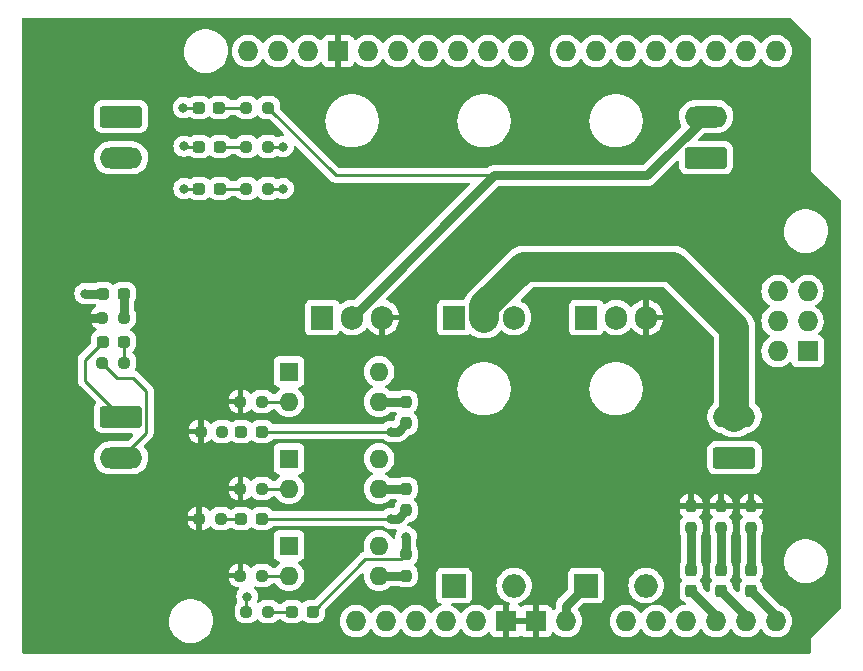
<source format=gbr>
%TF.GenerationSoftware,KiCad,Pcbnew,(7.0.0)*%
%TF.CreationDate,2023-04-19T19:47:20-05:00*%
%TF.ProjectId,pump-lights-siren,70756d70-2d6c-4696-9768-74732d736972,rev?*%
%TF.SameCoordinates,Original*%
%TF.FileFunction,Copper,L1,Top*%
%TF.FilePolarity,Positive*%
%FSLAX46Y46*%
G04 Gerber Fmt 4.6, Leading zero omitted, Abs format (unit mm)*
G04 Created by KiCad (PCBNEW (7.0.0)) date 2023-04-19 19:47:20*
%MOMM*%
%LPD*%
G01*
G04 APERTURE LIST*
G04 Aperture macros list*
%AMRoundRect*
0 Rectangle with rounded corners*
0 $1 Rounding radius*
0 $2 $3 $4 $5 $6 $7 $8 $9 X,Y pos of 4 corners*
0 Add a 4 corners polygon primitive as box body*
4,1,4,$2,$3,$4,$5,$6,$7,$8,$9,$2,$3,0*
0 Add four circle primitives for the rounded corners*
1,1,$1+$1,$2,$3*
1,1,$1+$1,$4,$5*
1,1,$1+$1,$6,$7*
1,1,$1+$1,$8,$9*
0 Add four rect primitives between the rounded corners*
20,1,$1+$1,$2,$3,$4,$5,0*
20,1,$1+$1,$4,$5,$6,$7,0*
20,1,$1+$1,$6,$7,$8,$9,0*
20,1,$1+$1,$8,$9,$2,$3,0*%
G04 Aperture macros list end*
%TA.AperFunction,SMDPad,CuDef*%
%ADD10RoundRect,0.237500X-0.250000X-0.237500X0.250000X-0.237500X0.250000X0.237500X-0.250000X0.237500X0*%
%TD*%
%TA.AperFunction,SMDPad,CuDef*%
%ADD11RoundRect,0.237500X-0.287500X-0.237500X0.287500X-0.237500X0.287500X0.237500X-0.287500X0.237500X0*%
%TD*%
%TA.AperFunction,ComponentPad*%
%ADD12RoundRect,0.250000X1.550000X-0.650000X1.550000X0.650000X-1.550000X0.650000X-1.550000X-0.650000X0*%
%TD*%
%TA.AperFunction,ComponentPad*%
%ADD13O,3.600000X1.800000*%
%TD*%
%TA.AperFunction,SMDPad,CuDef*%
%ADD14RoundRect,0.237500X0.250000X0.237500X-0.250000X0.237500X-0.250000X-0.237500X0.250000X-0.237500X0*%
%TD*%
%TA.AperFunction,ComponentPad*%
%ADD15R,1.905000X2.000000*%
%TD*%
%TA.AperFunction,ComponentPad*%
%ADD16O,1.905000X2.000000*%
%TD*%
%TA.AperFunction,SMDPad,CuDef*%
%ADD17RoundRect,0.237500X-0.237500X0.287500X-0.237500X-0.287500X0.237500X-0.287500X0.237500X0.287500X0*%
%TD*%
%TA.AperFunction,SMDPad,CuDef*%
%ADD18RoundRect,0.237500X0.237500X-0.250000X0.237500X0.250000X-0.237500X0.250000X-0.237500X-0.250000X0*%
%TD*%
%TA.AperFunction,SMDPad,CuDef*%
%ADD19RoundRect,0.237500X0.287500X0.237500X-0.287500X0.237500X-0.287500X-0.237500X0.287500X-0.237500X0*%
%TD*%
%TA.AperFunction,ComponentPad*%
%ADD20R,2.000000X2.000000*%
%TD*%
%TA.AperFunction,ComponentPad*%
%ADD21O,2.000000X2.000000*%
%TD*%
%TA.AperFunction,SMDPad,CuDef*%
%ADD22RoundRect,0.237500X-0.237500X0.250000X-0.237500X-0.250000X0.237500X-0.250000X0.237500X0.250000X0*%
%TD*%
%TA.AperFunction,ComponentPad*%
%ADD23O,1.727200X1.727200*%
%TD*%
%TA.AperFunction,ComponentPad*%
%ADD24R,1.727200X1.727200*%
%TD*%
%TA.AperFunction,ComponentPad*%
%ADD25R,1.600000X1.600000*%
%TD*%
%TA.AperFunction,ComponentPad*%
%ADD26O,1.600000X1.600000*%
%TD*%
%TA.AperFunction,ComponentPad*%
%ADD27RoundRect,0.250000X-1.550000X0.650000X-1.550000X-0.650000X1.550000X-0.650000X1.550000X0.650000X0*%
%TD*%
%TA.AperFunction,ViaPad*%
%ADD28C,0.800000*%
%TD*%
%TA.AperFunction,Conductor*%
%ADD29C,0.762000*%
%TD*%
%TA.AperFunction,Conductor*%
%ADD30C,0.254000*%
%TD*%
%TA.AperFunction,Conductor*%
%ADD31C,2.540000*%
%TD*%
G04 APERTURE END LIST*
D10*
%TO.P,R13,1*%
%TO.N,Net-(D9-K)*%
X126191000Y-91440000D03*
%TO.P,R13,2*%
%TO.N,Net-(D11-A)*%
X128016000Y-91440000D03*
%TD*%
D11*
%TO.P,D6,1,K*%
%TO.N,Net-(D6-K)*%
X125758000Y-115570000D03*
%TO.P,D6,2,A*%
%TO.N,Net-(D6-A)*%
X127508000Y-115570000D03*
%TD*%
D12*
%TO.P,J3,1,Pin_1*%
%TO.N,+12P*%
X167501500Y-117800000D03*
D13*
%TO.P,J3,2,Pin_2*%
%TO.N,Net-(D11-A)*%
X167501499Y-114299999D03*
%TD*%
D14*
%TO.P,R16,1*%
%TO.N,Net-(D12-K)*%
X124027000Y-122936000D03*
%TO.P,R16,2*%
%TO.N,GND*%
X122202000Y-122936000D03*
%TD*%
D15*
%TO.P,Q2,1,G*%
%TO.N,Net-(D7-A)*%
X143763999Y-105917999D03*
D16*
%TO.P,Q2,2,D*%
%TO.N,Net-(D11-A)*%
X146303999Y-105917999D03*
%TO.P,Q2,3,S*%
%TO.N,GNDPWR*%
X148843999Y-105917999D03*
%TD*%
D17*
%TO.P,D5,1,K*%
%TO.N,Net-(D5-K)*%
X163830000Y-127282000D03*
%TO.P,D5,2,A*%
%TO.N,a3*%
X163830000Y-129032000D03*
%TD*%
D14*
%TO.P,R1,1*%
%TO.N,Net-(D1-K)*%
X115824000Y-105918000D03*
%TO.P,R1,2*%
%TO.N,GND*%
X113999000Y-105918000D03*
%TD*%
D18*
%TO.P,R7,1*%
%TO.N,Net-(D5-K)*%
X163830000Y-123698000D03*
%TO.P,R7,2*%
%TO.N,GND*%
X163830000Y-121873000D03*
%TD*%
D15*
%TO.P,Q3,1,G*%
%TO.N,Net-(D12-A)*%
X154939999Y-105917999D03*
D16*
%TO.P,Q3,2,D*%
%TO.N,Net-(D14-A)*%
X157479999Y-105917999D03*
%TO.P,Q3,3,S*%
%TO.N,GND*%
X160019999Y-105917999D03*
%TD*%
D18*
%TO.P,R5,1*%
%TO.N,Net-(D3-K)*%
X168910000Y-123698000D03*
%TO.P,R5,2*%
%TO.N,GND*%
X168910000Y-121873000D03*
%TD*%
D19*
%TO.P,D9,1,K*%
%TO.N,Net-(D9-K)*%
X123952000Y-91440000D03*
%TO.P,D9,2,A*%
%TO.N,+12P*%
X122202000Y-91440000D03*
%TD*%
%TO.P,D13,1,K*%
%TO.N,Net-(D13-K)*%
X123952000Y-94996000D03*
%TO.P,D13,2,A*%
%TO.N,+12V*%
X122202000Y-94996000D03*
%TD*%
D20*
%TO.P,D11,1,K*%
%TO.N,+12P*%
X143763999Y-128609999D03*
D21*
%TO.P,D11,2,A*%
%TO.N,Net-(D11-A)*%
X148843999Y-128609999D03*
%TD*%
D22*
%TO.P,R15,1*%
%TO.N,Net-(T3-Emitter)*%
X139700000Y-120396000D03*
%TO.P,R15,2*%
%TO.N,Net-(D12-A)*%
X139700000Y-122221000D03*
%TD*%
D15*
%TO.P,Q1,1,G*%
%TO.N,Net-(D6-A)*%
X132587999Y-105917999D03*
D16*
%TO.P,Q1,2,D*%
%TO.N,Net-(J2-Pin_2)*%
X135127999Y-105917999D03*
%TO.P,Q1,3,S*%
%TO.N,GND*%
X137667999Y-105917999D03*
%TD*%
D10*
%TO.P,R17,1*%
%TO.N,Net-(D13-K)*%
X126191000Y-94996000D03*
%TO.P,R17,2*%
%TO.N,Net-(D14-A)*%
X128016000Y-94996000D03*
%TD*%
D12*
%TO.P,J2,1,Pin_1*%
%TO.N,+12V*%
X165100000Y-92400000D03*
D13*
%TO.P,J2,2,Pin_2*%
%TO.N,Net-(J2-Pin_2)*%
X165099999Y-88899999D03*
%TD*%
D11*
%TO.P,D12,1,K*%
%TO.N,Net-(D12-K)*%
X125758000Y-122936000D03*
%TO.P,D12,2,A*%
%TO.N,Net-(D12-A)*%
X127508000Y-122936000D03*
%TD*%
D23*
%TO.P,XA1,*%
%TO.N,*%
X135464999Y-131618736D03*
%TO.P,XA1,3V3,3.3V*%
%TO.N,unconnected-(XA1-3.3V-Pad3V3)*%
X143084999Y-131618736D03*
%TO.P,XA1,5V1,5V*%
%TO.N,unconnected-(XA1-5V-Pad5V1)*%
X145624999Y-131618736D03*
%TO.P,XA1,5V2,SPI_5V*%
%TO.N,unconnected-(XA1-SPI_5V-Pad5V2)*%
X173691999Y-103678736D03*
%TO.P,XA1,A0,A0*%
%TO.N,unconnected-(XA1-PadA0)*%
X158324999Y-131618736D03*
%TO.P,XA1,A1,A1*%
%TO.N,unconnected-(XA1-PadA1)*%
X160864999Y-131618736D03*
%TO.P,XA1,A2,A2*%
%TO.N,unconnected-(XA1-PadA2)*%
X163404999Y-131618736D03*
%TO.P,XA1,A3,A3*%
%TO.N,a3*%
X165944999Y-131618736D03*
%TO.P,XA1,A4,A4*%
%TO.N,a4*%
X168484999Y-131618736D03*
%TO.P,XA1,A5,A5*%
%TO.N,a5*%
X171024999Y-131618736D03*
%TO.P,XA1,AREF,AREF*%
%TO.N,unconnected-(XA1-PadAREF)*%
X131400999Y-83358736D03*
%TO.P,XA1,D0,D0/RX*%
%TO.N,unconnected-(XA1-D0{slash}RX-PadD0)*%
X171024999Y-83358736D03*
%TO.P,XA1,D1,D1/TX*%
%TO.N,unconnected-(XA1-D1{slash}TX-PadD1)*%
X168484999Y-83358736D03*
%TO.P,XA1,D2,D2_INT0*%
%TO.N,unconnected-(XA1-D2_INT0-PadD2)*%
X165944999Y-83358736D03*
%TO.P,XA1,D3,D3_INT1*%
%TO.N,unconnected-(XA1-D3_INT1-PadD3)*%
X163404999Y-83358736D03*
%TO.P,XA1,D4,D4*%
%TO.N,unconnected-(XA1-PadD4)*%
X160864999Y-83358736D03*
%TO.P,XA1,D5,D5*%
%TO.N,unconnected-(XA1-PadD5)*%
X158324999Y-83358736D03*
%TO.P,XA1,D6,D6*%
%TO.N,unconnected-(XA1-PadD6)*%
X155784999Y-83358736D03*
%TO.P,XA1,D7,D7*%
%TO.N,unconnected-(XA1-PadD7)*%
X153244999Y-83358736D03*
%TO.P,XA1,D8,D8*%
%TO.N,unconnected-(XA1-PadD8)*%
X149180999Y-83358736D03*
%TO.P,XA1,D9,D9*%
%TO.N,unconnected-(XA1-PadD9)*%
X146640999Y-83358736D03*
%TO.P,XA1,D10,D10_CS*%
%TO.N,unconnected-(XA1-D10_CS-PadD10)*%
X144100999Y-83358736D03*
%TO.P,XA1,D11,D11*%
%TO.N,unconnected-(XA1-PadD11)*%
X141560999Y-83358736D03*
%TO.P,XA1,D12,D12*%
%TO.N,unconnected-(XA1-PadD12)*%
X139020999Y-83358736D03*
%TO.P,XA1,D13,D13*%
%TO.N,unconnected-(XA1-PadD13)*%
X136480999Y-83358736D03*
D24*
%TO.P,XA1,GND1,GND*%
%TO.N,GND*%
X133940999Y-83358736D03*
%TO.P,XA1,GND2,GND*%
X148164999Y-131618736D03*
%TO.P,XA1,GND3,GND*%
X150704999Y-131618736D03*
%TO.P,XA1,GND4,SPI_GND*%
%TO.N,unconnected-(XA1-SPI_GND-PadGND4)*%
X173691999Y-108758736D03*
D23*
%TO.P,XA1,IORF,IOREF*%
%TO.N,unconnected-(XA1-IOREF-PadIORF)*%
X138004999Y-131618736D03*
%TO.P,XA1,MISO,SPI_MISO*%
%TO.N,unconnected-(XA1-SPI_MISO-PadMISO)*%
X171151999Y-103678736D03*
%TO.P,XA1,MOSI,SPI_MOSI*%
%TO.N,unconnected-(XA1-SPI_MOSI-PadMOSI)*%
X173691999Y-106218736D03*
%TO.P,XA1,RST1,RESET*%
%TO.N,unconnected-(XA1-RESET-PadRST1)*%
X140544999Y-131618736D03*
%TO.P,XA1,RST2,SPI_RESET*%
%TO.N,unconnected-(XA1-SPI_RESET-PadRST2)*%
X171151999Y-108758736D03*
%TO.P,XA1,SCK,SPI_SCK*%
%TO.N,unconnected-(XA1-SPI_SCK-PadSCK)*%
X171151999Y-106218736D03*
%TO.P,XA1,SCL,SCL*%
%TO.N,unconnected-(XA1-PadSCL)*%
X126320999Y-83358736D03*
%TO.P,XA1,SDA,SDA*%
%TO.N,unconnected-(XA1-PadSDA)*%
X128860999Y-83358736D03*
%TO.P,XA1,VIN,VIN*%
%TO.N,+12V*%
X153244999Y-131618736D03*
%TD*%
D17*
%TO.P,D3,1,K*%
%TO.N,Net-(D3-K)*%
X168910000Y-127282000D03*
%TO.P,D3,2,A*%
%TO.N,a5*%
X168910000Y-129032000D03*
%TD*%
D25*
%TO.P,T2,1,LogicV*%
%TO.N,a3*%
X129793999Y-125221999D03*
D26*
%TO.P,T2,2,LogicGnd*%
%TO.N,Net-(T2-LogicGnd)*%
X129793999Y-127761999D03*
%TO.P,T2,3,Emitter*%
%TO.N,Net-(T2-Emitter)*%
X137413999Y-127761999D03*
%TO.P,T2,4,Collector*%
%TO.N,+12P*%
X137413999Y-125221999D03*
%TD*%
D10*
%TO.P,R12,1*%
%TO.N,Net-(D8-K)*%
X126191000Y-88138000D03*
%TO.P,R12,2*%
%TO.N,Net-(J2-Pin_2)*%
X128016000Y-88138000D03*
%TD*%
%TO.P,R3,1*%
%TO.N,GND*%
X125683000Y-113030000D03*
%TO.P,R3,2*%
%TO.N,Net-(T1-LogicGnd)*%
X127508000Y-113030000D03*
%TD*%
D18*
%TO.P,R9,1*%
%TO.N,Net-(T2-Emitter)*%
X139700000Y-127762000D03*
%TO.P,R9,2*%
%TO.N,Net-(D7-A)*%
X139700000Y-125937000D03*
%TD*%
D19*
%TO.P,D2,1,K*%
%TO.N,Net-(D2-K)*%
X115796000Y-107950000D03*
%TO.P,D2,2,A*%
%TO.N,+12P*%
X114046000Y-107950000D03*
%TD*%
D14*
%TO.P,R10,1*%
%TO.N,Net-(D6-K)*%
X124130500Y-115570000D03*
%TO.P,R10,2*%
%TO.N,GND*%
X122305500Y-115570000D03*
%TD*%
D25*
%TO.P,T3,1,LogicV*%
%TO.N,a4*%
X129793999Y-117855999D03*
D26*
%TO.P,T3,2,LogicGnd*%
%TO.N,Net-(T3-LogicGnd)*%
X129793999Y-120395999D03*
%TO.P,T3,3,Emitter*%
%TO.N,Net-(T3-Emitter)*%
X137413999Y-120395999D03*
%TO.P,T3,4,Collector*%
%TO.N,+12V*%
X137413999Y-117855999D03*
%TD*%
D17*
%TO.P,D4,1,K*%
%TO.N,Net-(D4-K)*%
X166370000Y-127282000D03*
%TO.P,D4,2,A*%
%TO.N,a4*%
X166370000Y-129032000D03*
%TD*%
D27*
%TO.P,J4,1,Pin_1*%
%TO.N,+12V*%
X115570000Y-88900000D03*
D13*
%TO.P,J4,2,Pin_2*%
%TO.N,Net-(D14-A)*%
X115569999Y-92399999D03*
%TD*%
D10*
%TO.P,R4,1*%
%TO.N,GND*%
X125683000Y-127762000D03*
%TO.P,R4,2*%
%TO.N,Net-(T2-LogicGnd)*%
X127508000Y-127762000D03*
%TD*%
D14*
%TO.P,R11,1*%
%TO.N,Net-(D7-K)*%
X128016000Y-130810000D03*
%TO.P,R11,2*%
%TO.N,GNDPWR*%
X126191000Y-130810000D03*
%TD*%
%TO.P,R2,1*%
%TO.N,Net-(D2-K)*%
X115824000Y-109728000D03*
%TO.P,R2,2*%
%TO.N,GNDPWR*%
X113999000Y-109728000D03*
%TD*%
D22*
%TO.P,R8,1*%
%TO.N,Net-(T1-Emitter)*%
X139700000Y-113030000D03*
%TO.P,R8,2*%
%TO.N,Net-(D6-A)*%
X139700000Y-114855000D03*
%TD*%
D25*
%TO.P,T1,1,LogicV*%
%TO.N,a5*%
X129793999Y-110489999D03*
D26*
%TO.P,T1,2,LogicGnd*%
%TO.N,Net-(T1-LogicGnd)*%
X129793999Y-113029999D03*
%TO.P,T1,3,Emitter*%
%TO.N,Net-(T1-Emitter)*%
X137413999Y-113029999D03*
%TO.P,T1,4,Collector*%
%TO.N,+12V*%
X137413999Y-110489999D03*
%TD*%
D11*
%TO.P,D7,1,K*%
%TO.N,Net-(D7-K)*%
X130048000Y-130810000D03*
%TO.P,D7,2,A*%
%TO.N,Net-(D7-A)*%
X131798000Y-130810000D03*
%TD*%
D20*
%TO.P,D14,1,K*%
%TO.N,+12V*%
X154939999Y-128609999D03*
D21*
%TO.P,D14,2,A*%
%TO.N,Net-(D14-A)*%
X160019999Y-128609999D03*
%TD*%
D10*
%TO.P,R14,1*%
%TO.N,GND*%
X125683000Y-120396000D03*
%TO.P,R14,2*%
%TO.N,Net-(T3-LogicGnd)*%
X127508000Y-120396000D03*
%TD*%
D18*
%TO.P,R6,1*%
%TO.N,Net-(D4-K)*%
X166370000Y-123698000D03*
%TO.P,R6,2*%
%TO.N,GND*%
X166370000Y-121873000D03*
%TD*%
D27*
%TO.P,J1,1,Pin_1*%
%TO.N,+12P*%
X115570000Y-114300000D03*
D13*
%TO.P,J1,2,Pin_2*%
%TO.N,GNDPWR*%
X115569999Y-117799999D03*
%TD*%
D19*
%TO.P,D8,1,K*%
%TO.N,Net-(D8-K)*%
X123905000Y-88138000D03*
%TO.P,D8,2,A*%
%TO.N,+12V*%
X122155000Y-88138000D03*
%TD*%
%TO.P,D1,1,K*%
%TO.N,Net-(D1-K)*%
X115796000Y-103886000D03*
%TO.P,D1,2,A*%
%TO.N,+12V*%
X114046000Y-103886000D03*
%TD*%
D28*
%TO.N,+12V*%
X120857000Y-88138000D03*
X120904000Y-94996000D03*
X112522000Y-103886000D03*
%TO.N,+12P*%
X120904000Y-91419500D03*
%TO.N,Net-(D6-A)*%
X138430000Y-115570000D03*
%TO.N,GNDPWR*%
X126238000Y-129540000D03*
%TO.N,Net-(D7-A)*%
X139700000Y-124460000D03*
%TO.N,Net-(D11-A)*%
X129286000Y-91440000D03*
%TO.N,Net-(D12-A)*%
X138430000Y-122936000D03*
%TO.N,Net-(D14-A)*%
X129286000Y-94996000D03*
%TD*%
D29*
%TO.N,Net-(D1-K)*%
X115796000Y-105890000D02*
X115824000Y-105918000D01*
X115796000Y-103886000D02*
X115796000Y-105890000D01*
%TO.N,+12V*%
X153245000Y-130305000D02*
X154940000Y-128610000D01*
D30*
X122202000Y-94996000D02*
X120904000Y-94996000D01*
D29*
X112522000Y-103886000D02*
X114046000Y-103886000D01*
X153245000Y-131618737D02*
X153245000Y-130305000D01*
D30*
X122155000Y-88138000D02*
X120857000Y-88138000D01*
%TO.N,Net-(D2-K)*%
X115796000Y-107950000D02*
X115796000Y-109700000D01*
X115796000Y-109700000D02*
X115824000Y-109728000D01*
%TO.N,+12P*%
X112522000Y-109474000D02*
X114046000Y-107950000D01*
X122202000Y-91440000D02*
X120924500Y-91440000D01*
X112522000Y-111252000D02*
X112522000Y-109474000D01*
X115570000Y-114300000D02*
X112522000Y-111252000D01*
X120924500Y-91440000D02*
X120904000Y-91419500D01*
D29*
%TO.N,Net-(D3-K)*%
X168910000Y-127282000D02*
X168910000Y-123698000D01*
%TO.N,a5*%
X171025000Y-131618737D02*
X171025000Y-131147000D01*
X169926000Y-130048000D02*
X168910000Y-129032000D01*
X171025000Y-131147000D02*
X169926000Y-130048000D01*
%TO.N,Net-(D4-K)*%
X166370000Y-127282000D02*
X166370000Y-123698000D01*
%TO.N,a4*%
X168485000Y-131618737D02*
X168485000Y-131147000D01*
X168485000Y-131147000D02*
X167386000Y-130048000D01*
X167386000Y-130048000D02*
X166370000Y-129032000D01*
%TO.N,Net-(D5-K)*%
X163830000Y-127282000D02*
X163830000Y-123698000D01*
%TO.N,a3*%
X165945000Y-131618737D02*
X165945000Y-131147000D01*
X164846000Y-130048000D02*
X163830000Y-129032000D01*
X165945000Y-131147000D02*
X164846000Y-130048000D01*
%TO.N,GND*%
X166417000Y-121920000D02*
X166370000Y-121873000D01*
X113999000Y-105918000D02*
X112522000Y-105918000D01*
%TO.N,Net-(D6-A)*%
X138985000Y-115570000D02*
X139700000Y-114855000D01*
X138430000Y-115570000D02*
X138985000Y-115570000D01*
D30*
X138430000Y-115570000D02*
X127508000Y-115570000D01*
%TO.N,GNDPWR*%
X117697000Y-115673000D02*
X115570000Y-117800000D01*
X115269000Y-110998000D02*
X116586000Y-110998000D01*
X113999000Y-109728000D02*
X115269000Y-110998000D01*
X126191000Y-130810000D02*
X126191000Y-129587000D01*
X126191000Y-129587000D02*
X126238000Y-129540000D01*
X116586000Y-110998000D02*
X117697000Y-112109000D01*
X117697000Y-112109000D02*
X117697000Y-115673000D01*
D29*
%TO.N,Net-(D7-A)*%
X139700000Y-125937000D02*
X139700000Y-124460000D01*
D30*
X139288000Y-126349000D02*
X136259000Y-126349000D01*
X139700000Y-125937000D02*
X139288000Y-126349000D01*
X136259000Y-126349000D02*
X131798000Y-130810000D01*
%TO.N,Net-(D8-K)*%
X126191000Y-88138000D02*
X123905000Y-88138000D01*
%TO.N,Net-(D9-K)*%
X126191000Y-91440000D02*
X123952000Y-91440000D01*
D31*
%TO.N,Net-(D11-A)*%
X146304000Y-105918000D02*
X146304000Y-104984568D01*
X146304000Y-104984568D02*
X149688568Y-101600000D01*
X149688568Y-101600000D02*
X162306000Y-101600000D01*
D30*
X129286000Y-91440000D02*
X128016000Y-91440000D01*
D31*
X167501500Y-106795500D02*
X167501500Y-114300000D01*
X162306000Y-101600000D02*
X167501500Y-106795500D01*
D29*
%TO.N,Net-(D12-A)*%
X138430000Y-122936000D02*
X138985000Y-122936000D01*
D30*
X138430000Y-122936000D02*
X127508000Y-122936000D01*
D29*
X138985000Y-122936000D02*
X139700000Y-122221000D01*
D30*
%TO.N,Net-(D13-K)*%
X126191000Y-94996000D02*
X123952000Y-94996000D01*
%TO.N,Net-(D14-A)*%
X129286000Y-94996000D02*
X128016000Y-94996000D01*
%TO.N,Net-(T1-LogicGnd)*%
X129794000Y-113030000D02*
X127508000Y-113030000D01*
%TO.N,Net-(T2-LogicGnd)*%
X129794000Y-127762000D02*
X127508000Y-127762000D01*
D29*
%TO.N,Net-(T1-Emitter)*%
X139700000Y-113030000D02*
X137414000Y-113030000D01*
%TO.N,Net-(T2-Emitter)*%
X137414000Y-127762000D02*
X139700000Y-127762000D01*
D30*
%TO.N,Net-(T3-LogicGnd)*%
X129794000Y-120396000D02*
X127508000Y-120396000D01*
D29*
%TO.N,Net-(T3-Emitter)*%
X137414000Y-120396000D02*
X139700000Y-120396000D01*
%TO.N,Net-(J2-Pin_2)*%
X147165000Y-93881000D02*
X160119000Y-93881000D01*
D30*
X147165000Y-93881000D02*
X133759000Y-93881000D01*
X133759000Y-93881000D02*
X128016000Y-88138000D01*
D29*
X135128000Y-105918000D02*
X147165000Y-93881000D01*
X160119000Y-93881000D02*
X165100000Y-88900000D01*
D30*
%TO.N,Net-(D7-K)*%
X130048000Y-130810000D02*
X128016000Y-130810000D01*
%TO.N,Net-(D12-K)*%
X125758000Y-122936000D02*
X124027000Y-122936000D01*
%TD*%
%TA.AperFunction,Conductor*%
%TO.N,GND*%
G36*
X172207883Y-80527939D02*
G01*
X172248111Y-80554819D01*
X173953181Y-82259888D01*
X173980061Y-82300116D01*
X173989500Y-82347569D01*
X173989500Y-93471899D01*
X173989458Y-93472000D01*
X173989576Y-93472284D01*
X173989617Y-93472383D01*
X173989715Y-93472423D01*
X175258781Y-94741489D01*
X176493181Y-95975888D01*
X176520061Y-96016116D01*
X176529500Y-96063569D01*
X176529500Y-130504431D01*
X176520061Y-130551884D01*
X176493181Y-130592112D01*
X173998060Y-133087229D01*
X173998055Y-133087235D01*
X173989715Y-133095576D01*
X173989617Y-133095617D01*
X173989576Y-133095715D01*
X173989576Y-133095716D01*
X173989458Y-133096000D01*
X173989500Y-133096101D01*
X173989500Y-133108051D01*
X173989500Y-134241500D01*
X173972887Y-134303500D01*
X173927500Y-134348887D01*
X173865500Y-134365500D01*
X107442099Y-134365500D01*
X107312500Y-134365500D01*
X107250500Y-134348887D01*
X107205113Y-134303500D01*
X107188500Y-134241500D01*
X107188500Y-131686648D01*
X119636780Y-131686648D01*
X119637274Y-131691145D01*
X119637275Y-131691150D01*
X119665973Y-131951972D01*
X119665974Y-131951979D01*
X119666470Y-131956484D01*
X119667615Y-131960864D01*
X119667617Y-131960874D01*
X119731125Y-132203793D01*
X119735132Y-132219121D01*
X119736897Y-132223275D01*
X119736900Y-132223283D01*
X119838865Y-132463225D01*
X119841303Y-132468961D01*
X119843665Y-132472832D01*
X119843666Y-132472833D01*
X119911128Y-132583375D01*
X119982719Y-132700681D01*
X119985612Y-132704157D01*
X119985614Y-132704160D01*
X120033317Y-132761481D01*
X120156368Y-132909341D01*
X120159734Y-132912357D01*
X120159737Y-132912360D01*
X120237441Y-132981983D01*
X120358546Y-133090494D01*
X120584947Y-133240279D01*
X120830743Y-133355504D01*
X120835077Y-133356808D01*
X120835080Y-133356809D01*
X120897963Y-133375727D01*
X121090697Y-133433712D01*
X121359268Y-133473237D01*
X121560520Y-133473237D01*
X121562781Y-133473237D01*
X121765740Y-133458382D01*
X122030709Y-133399358D01*
X122284261Y-133302383D01*
X122520991Y-133169523D01*
X122735853Y-133003612D01*
X122924269Y-132808184D01*
X123082223Y-132587405D01*
X123206348Y-132345981D01*
X123293998Y-132089057D01*
X123343306Y-131822108D01*
X123353220Y-131550826D01*
X123323530Y-131280990D01*
X123254868Y-131018353D01*
X123148697Y-130768513D01*
X123007281Y-130536793D01*
X122833632Y-130328133D01*
X122830265Y-130325116D01*
X122830262Y-130325113D01*
X122634820Y-130149996D01*
X122631454Y-130146980D01*
X122448343Y-130025835D01*
X122408835Y-129999697D01*
X122408833Y-129999696D01*
X122405053Y-129997195D01*
X122400946Y-129995269D01*
X122400943Y-129995268D01*
X122227391Y-129913910D01*
X122159257Y-129881970D01*
X122154929Y-129880668D01*
X122154919Y-129880664D01*
X121903641Y-129805067D01*
X121903639Y-129805066D01*
X121899303Y-129803762D01*
X121894823Y-129803102D01*
X121894820Y-129803102D01*
X121635206Y-129764895D01*
X121635200Y-129764894D01*
X121630732Y-129764237D01*
X121427219Y-129764237D01*
X121424968Y-129764401D01*
X121424961Y-129764402D01*
X121228779Y-129778761D01*
X121228775Y-129778761D01*
X121224260Y-129779092D01*
X121219846Y-129780075D01*
X121219834Y-129780077D01*
X120963717Y-129837129D01*
X120963703Y-129837133D01*
X120959291Y-129838116D01*
X120955065Y-129839732D01*
X120955056Y-129839735D01*
X120709970Y-129933472D01*
X120709960Y-129933476D01*
X120705739Y-129935091D01*
X120701798Y-129937302D01*
X120701789Y-129937307D01*
X120472960Y-130065733D01*
X120472954Y-130065736D01*
X120469009Y-130067951D01*
X120465438Y-130070708D01*
X120465425Y-130070717D01*
X120257731Y-130231094D01*
X120257726Y-130231097D01*
X120254147Y-130233862D01*
X120251007Y-130237117D01*
X120251000Y-130237125D01*
X120068875Y-130426028D01*
X120068868Y-130426035D01*
X120065731Y-130429290D01*
X120063106Y-130432958D01*
X120063096Y-130432971D01*
X119910410Y-130646388D01*
X119910406Y-130646393D01*
X119907777Y-130650069D01*
X119905708Y-130654092D01*
X119905705Y-130654098D01*
X119785726Y-130887457D01*
X119785720Y-130887468D01*
X119783652Y-130891493D01*
X119782192Y-130895772D01*
X119782188Y-130895782D01*
X119697463Y-131144133D01*
X119696002Y-131148417D01*
X119695179Y-131152870D01*
X119695179Y-131152872D01*
X119647517Y-131410905D01*
X119647515Y-131410918D01*
X119646694Y-131415366D01*
X119646528Y-131419892D01*
X119646528Y-131419898D01*
X119636945Y-131682119D01*
X119636945Y-131682126D01*
X119636780Y-131686648D01*
X107188500Y-131686648D01*
X107188500Y-127495674D01*
X124695500Y-127495674D01*
X124698950Y-127508549D01*
X124711826Y-127512000D01*
X125416674Y-127512000D01*
X125429549Y-127508549D01*
X125433000Y-127495674D01*
X125433000Y-126803327D01*
X125429549Y-126790451D01*
X125416674Y-126787001D01*
X125387003Y-126787001D01*
X125380720Y-126787321D01*
X125289587Y-126796630D01*
X125276418Y-126799449D01*
X125126055Y-126849274D01*
X125113047Y-126855340D01*
X124978613Y-126938260D01*
X124967351Y-126947165D01*
X124855665Y-127058851D01*
X124846760Y-127070113D01*
X124763840Y-127204547D01*
X124757774Y-127217555D01*
X124707947Y-127367924D01*
X124705131Y-127381080D01*
X124695819Y-127472223D01*
X124695500Y-127478500D01*
X124695500Y-127495674D01*
X107188500Y-127495674D01*
X107188500Y-123219497D01*
X121214501Y-123219497D01*
X121214821Y-123225779D01*
X121224130Y-123316912D01*
X121226949Y-123330081D01*
X121276774Y-123480444D01*
X121282840Y-123493452D01*
X121365760Y-123627886D01*
X121374665Y-123639148D01*
X121486351Y-123750834D01*
X121497613Y-123759739D01*
X121632047Y-123842659D01*
X121645055Y-123848725D01*
X121795424Y-123898552D01*
X121808580Y-123901368D01*
X121899723Y-123910680D01*
X121906000Y-123911000D01*
X121935674Y-123911000D01*
X121948549Y-123907549D01*
X121952000Y-123894674D01*
X121952000Y-123894673D01*
X122452000Y-123894673D01*
X122455450Y-123907548D01*
X122468326Y-123910999D01*
X122497997Y-123910999D01*
X122504279Y-123910678D01*
X122595412Y-123901369D01*
X122608581Y-123898550D01*
X122758944Y-123848725D01*
X122771952Y-123842659D01*
X122906386Y-123759739D01*
X122917643Y-123750838D01*
X123026464Y-123642017D01*
X123082052Y-123609923D01*
X123146239Y-123609923D01*
X123201826Y-123642016D01*
X123316150Y-123756340D01*
X123462984Y-123846908D01*
X123626747Y-123901174D01*
X123727823Y-123911500D01*
X124326176Y-123911499D01*
X124427253Y-123901174D01*
X124591016Y-123846908D01*
X124737850Y-123756340D01*
X124786069Y-123708121D01*
X124841656Y-123676027D01*
X124905844Y-123676027D01*
X124961431Y-123708121D01*
X125009650Y-123756340D01*
X125156484Y-123846908D01*
X125320247Y-123901174D01*
X125421323Y-123911500D01*
X126094676Y-123911499D01*
X126195753Y-123901174D01*
X126359516Y-123846908D01*
X126506350Y-123756340D01*
X126545319Y-123717370D01*
X126600906Y-123685277D01*
X126665094Y-123685277D01*
X126720681Y-123717371D01*
X126759650Y-123756340D01*
X126906484Y-123846908D01*
X127070247Y-123901174D01*
X127171323Y-123911500D01*
X127844676Y-123911499D01*
X127945753Y-123901174D01*
X128109516Y-123846908D01*
X128256350Y-123756340D01*
X128378340Y-123634350D01*
X128385710Y-123622400D01*
X128430815Y-123579223D01*
X128491247Y-123563500D01*
X137728053Y-123563500D01*
X137778486Y-123574219D01*
X137814405Y-123600315D01*
X137814951Y-123599710D01*
X137819778Y-123604056D01*
X137824129Y-123608888D01*
X137977270Y-123720151D01*
X138150197Y-123797144D01*
X138335354Y-123836500D01*
X138518143Y-123836500D01*
X138524646Y-123836500D01*
X138601285Y-123820209D01*
X138627066Y-123817500D01*
X138816365Y-123817500D01*
X138878365Y-123834113D01*
X138923752Y-123879500D01*
X138940365Y-123941500D01*
X138923752Y-124003500D01*
X138876069Y-124086089D01*
X138876066Y-124086094D01*
X138872821Y-124091716D01*
X138870815Y-124097888D01*
X138870813Y-124097894D01*
X138816333Y-124265564D01*
X138816331Y-124265573D01*
X138814326Y-124271744D01*
X138813648Y-124278194D01*
X138813646Y-124278204D01*
X138806641Y-124344861D01*
X138794540Y-124460000D01*
X138795219Y-124466460D01*
X138795219Y-124466461D01*
X138804648Y-124556177D01*
X138792587Y-124623885D01*
X138746301Y-124674752D01*
X138680028Y-124693131D01*
X138614155Y-124673368D01*
X138568945Y-124621542D01*
X138546860Y-124574180D01*
X138546857Y-124574175D01*
X138544568Y-124569266D01*
X138414047Y-124382861D01*
X138253139Y-124221953D01*
X138182609Y-124172568D01*
X138071173Y-124094540D01*
X138071171Y-124094539D01*
X138066734Y-124091432D01*
X137997486Y-124059141D01*
X137865405Y-123997550D01*
X137865403Y-123997549D01*
X137860496Y-123995261D01*
X137855271Y-123993861D01*
X137855263Y-123993858D01*
X137645916Y-123937764D01*
X137645907Y-123937762D01*
X137640692Y-123936365D01*
X137635304Y-123935893D01*
X137635301Y-123935893D01*
X137419395Y-123917004D01*
X137414000Y-123916532D01*
X137408605Y-123917004D01*
X137192698Y-123935893D01*
X137192693Y-123935893D01*
X137187308Y-123936365D01*
X137182094Y-123937762D01*
X137182083Y-123937764D01*
X136972736Y-123993858D01*
X136972724Y-123993862D01*
X136967504Y-123995261D01*
X136962599Y-123997547D01*
X136962594Y-123997550D01*
X136766176Y-124089142D01*
X136766172Y-124089144D01*
X136761266Y-124091432D01*
X136756833Y-124094535D01*
X136756826Y-124094540D01*
X136579296Y-124218847D01*
X136579291Y-124218850D01*
X136574861Y-124221953D01*
X136571037Y-124225776D01*
X136571031Y-124225782D01*
X136417782Y-124379031D01*
X136417776Y-124379037D01*
X136413953Y-124382861D01*
X136410850Y-124387291D01*
X136410847Y-124387296D01*
X136286540Y-124564826D01*
X136286535Y-124564833D01*
X136283432Y-124569266D01*
X136281144Y-124574172D01*
X136281142Y-124574176D01*
X136189550Y-124770594D01*
X136189547Y-124770599D01*
X136187261Y-124775504D01*
X136185862Y-124780724D01*
X136185858Y-124780736D01*
X136129764Y-124990083D01*
X136129762Y-124990094D01*
X136128365Y-124995308D01*
X136127893Y-125000693D01*
X136127893Y-125000698D01*
X136114735Y-125151094D01*
X136108532Y-125222000D01*
X136109004Y-125227395D01*
X136120188Y-125355236D01*
X136128365Y-125448692D01*
X136129764Y-125453916D01*
X136129765Y-125453917D01*
X136166906Y-125592533D01*
X136168049Y-125652100D01*
X136141279Y-125705324D01*
X136092775Y-125739920D01*
X136060951Y-125752519D01*
X136049906Y-125756300D01*
X136015301Y-125766354D01*
X136015292Y-125766357D01*
X136007809Y-125768532D01*
X135990477Y-125778781D01*
X135973012Y-125787337D01*
X135961552Y-125791874D01*
X135961548Y-125791875D01*
X135954297Y-125794747D01*
X135947993Y-125799326D01*
X135947982Y-125799333D01*
X135918827Y-125820516D01*
X135909070Y-125826925D01*
X135871344Y-125849237D01*
X135865828Y-125854751D01*
X135865821Y-125854758D01*
X135857104Y-125863475D01*
X135842322Y-125876100D01*
X135832348Y-125883347D01*
X135832340Y-125883354D01*
X135826033Y-125887937D01*
X135821066Y-125893939D01*
X135821055Y-125893951D01*
X135798089Y-125921712D01*
X135790229Y-125930350D01*
X131922398Y-129798181D01*
X131882170Y-129825061D01*
X131834717Y-129834500D01*
X131464473Y-129834500D01*
X131464453Y-129834500D01*
X131461324Y-129834501D01*
X131458192Y-129834820D01*
X131458190Y-129834821D01*
X131366982Y-129844137D01*
X131366972Y-129844138D01*
X131360247Y-129844826D01*
X131353826Y-129846953D01*
X131353820Y-129846955D01*
X131203338Y-129896820D01*
X131203332Y-129896822D01*
X131196484Y-129899092D01*
X131190340Y-129902881D01*
X131190339Y-129902882D01*
X131076890Y-129972858D01*
X131049650Y-129989660D01*
X131044542Y-129994767D01*
X131044538Y-129994771D01*
X131010681Y-130028629D01*
X130955094Y-130060723D01*
X130890906Y-130060723D01*
X130835319Y-130028629D01*
X130801461Y-129994771D01*
X130796350Y-129989660D01*
X130649516Y-129899092D01*
X130642664Y-129896821D01*
X130642661Y-129896820D01*
X130550088Y-129866144D01*
X130485753Y-129844826D01*
X130479020Y-129844138D01*
X130479015Y-129844137D01*
X130387808Y-129834819D01*
X130387791Y-129834818D01*
X130384677Y-129834500D01*
X130381528Y-129834500D01*
X129714473Y-129834500D01*
X129714453Y-129834500D01*
X129711324Y-129834501D01*
X129708192Y-129834820D01*
X129708190Y-129834821D01*
X129616982Y-129844137D01*
X129616972Y-129844138D01*
X129610247Y-129844826D01*
X129603826Y-129846953D01*
X129603820Y-129846955D01*
X129453338Y-129896820D01*
X129453332Y-129896822D01*
X129446484Y-129899092D01*
X129440340Y-129902881D01*
X129440339Y-129902882D01*
X129326890Y-129972858D01*
X129299650Y-129989660D01*
X129294542Y-129994767D01*
X129294538Y-129994771D01*
X129182770Y-130106539D01*
X129182766Y-130106543D01*
X129177660Y-130111650D01*
X129170289Y-130123599D01*
X129125185Y-130166777D01*
X129064753Y-130182500D01*
X128961747Y-130182500D01*
X128901315Y-130166777D01*
X128856210Y-130123599D01*
X128848840Y-130111650D01*
X128726850Y-129989660D01*
X128580016Y-129899092D01*
X128573164Y-129896821D01*
X128573161Y-129896820D01*
X128480588Y-129866144D01*
X128416253Y-129844826D01*
X128409520Y-129844138D01*
X128409515Y-129844137D01*
X128318308Y-129834819D01*
X128318291Y-129834818D01*
X128315177Y-129834500D01*
X128312028Y-129834500D01*
X127719973Y-129834500D01*
X127719953Y-129834500D01*
X127716824Y-129834501D01*
X127713692Y-129834820D01*
X127713690Y-129834821D01*
X127622482Y-129844137D01*
X127622472Y-129844138D01*
X127615747Y-129844826D01*
X127609326Y-129846953D01*
X127609320Y-129846955D01*
X127458838Y-129896820D01*
X127458832Y-129896822D01*
X127451984Y-129899092D01*
X127445840Y-129902881D01*
X127445839Y-129902882D01*
X127332390Y-129972858D01*
X127305150Y-129989660D01*
X127300046Y-129994763D01*
X127300042Y-129994767D01*
X127275730Y-130019080D01*
X127218886Y-130051502D01*
X127153454Y-130050473D01*
X127097657Y-130016280D01*
X127067036Y-129958446D01*
X127070118Y-129893080D01*
X127123674Y-129728256D01*
X127143460Y-129540000D01*
X127123674Y-129351744D01*
X127065179Y-129171716D01*
X126970533Y-129007784D01*
X126913074Y-128943970D01*
X126865379Y-128890999D01*
X126836209Y-128833667D01*
X126839688Y-128769434D01*
X126874879Y-128715588D01*
X126932313Y-128686618D01*
X126996532Y-128690320D01*
X127107747Y-128727174D01*
X127208823Y-128737500D01*
X127807176Y-128737499D01*
X127908253Y-128727174D01*
X128072016Y-128672908D01*
X128218850Y-128582340D01*
X128340840Y-128460350D01*
X128348210Y-128448400D01*
X128393315Y-128405223D01*
X128453747Y-128389500D01*
X128581213Y-128389500D01*
X128638470Y-128403511D01*
X128682787Y-128442376D01*
X128793953Y-128601139D01*
X128954861Y-128762047D01*
X129141266Y-128892568D01*
X129347504Y-128988739D01*
X129567308Y-129047635D01*
X129794000Y-129067468D01*
X130020692Y-129047635D01*
X130240496Y-128988739D01*
X130446734Y-128892568D01*
X130633139Y-128762047D01*
X130794047Y-128601139D01*
X130924568Y-128414734D01*
X131020739Y-128208496D01*
X131079635Y-127988692D01*
X131099468Y-127762000D01*
X131079635Y-127535308D01*
X131068901Y-127495247D01*
X131022141Y-127320736D01*
X131022140Y-127320734D01*
X131020739Y-127315504D01*
X130924568Y-127109266D01*
X130794047Y-126922861D01*
X130633139Y-126761953D01*
X130608535Y-126744725D01*
X130569398Y-126699883D01*
X130555665Y-126641969D01*
X130570499Y-126584328D01*
X130610485Y-126540239D01*
X130666406Y-126519861D01*
X130701483Y-126516091D01*
X130836331Y-126465796D01*
X130951546Y-126379546D01*
X131037796Y-126264331D01*
X131088091Y-126129483D01*
X131094500Y-126069873D01*
X131094499Y-124374128D01*
X131088091Y-124314517D01*
X131037796Y-124179669D01*
X130951546Y-124064454D01*
X130865859Y-124000309D01*
X130843431Y-123983519D01*
X130843430Y-123983518D01*
X130836331Y-123978204D01*
X130765965Y-123951959D01*
X130708752Y-123930620D01*
X130708750Y-123930619D01*
X130701483Y-123927909D01*
X130693770Y-123927079D01*
X130693767Y-123927079D01*
X130645180Y-123921855D01*
X130645169Y-123921854D01*
X130641873Y-123921500D01*
X130638550Y-123921500D01*
X128949439Y-123921500D01*
X128949420Y-123921500D01*
X128946128Y-123921501D01*
X128942850Y-123921853D01*
X128942838Y-123921854D01*
X128894231Y-123927079D01*
X128894225Y-123927080D01*
X128886517Y-123927909D01*
X128879252Y-123930618D01*
X128879246Y-123930620D01*
X128759980Y-123975104D01*
X128759978Y-123975104D01*
X128751669Y-123978204D01*
X128744572Y-123983516D01*
X128744568Y-123983519D01*
X128643550Y-124059141D01*
X128643546Y-124059144D01*
X128636454Y-124064454D01*
X128631144Y-124071546D01*
X128631141Y-124071550D01*
X128555519Y-124172568D01*
X128555516Y-124172572D01*
X128550204Y-124179669D01*
X128547104Y-124187978D01*
X128547104Y-124187980D01*
X128502620Y-124307247D01*
X128502619Y-124307250D01*
X128499909Y-124314517D01*
X128499079Y-124322227D01*
X128499079Y-124322232D01*
X128493855Y-124370819D01*
X128493854Y-124370831D01*
X128493500Y-124374127D01*
X128493500Y-124377448D01*
X128493500Y-124377449D01*
X128493500Y-126066560D01*
X128493500Y-126066578D01*
X128493501Y-126069872D01*
X128493853Y-126073150D01*
X128493854Y-126073161D01*
X128499079Y-126121768D01*
X128499080Y-126121773D01*
X128499909Y-126129483D01*
X128502619Y-126136749D01*
X128502620Y-126136753D01*
X128526579Y-126200990D01*
X128550204Y-126264331D01*
X128636454Y-126379546D01*
X128751669Y-126465796D01*
X128886517Y-126516091D01*
X128921599Y-126519862D01*
X128977516Y-126540240D01*
X129017500Y-126584328D01*
X129032334Y-126641969D01*
X129018601Y-126699882D01*
X128979464Y-126744725D01*
X128954861Y-126761953D01*
X128951037Y-126765776D01*
X128951031Y-126765782D01*
X128797782Y-126919031D01*
X128797776Y-126919037D01*
X128793953Y-126922861D01*
X128790850Y-126927291D01*
X128790847Y-126927296D01*
X128733598Y-127009057D01*
X128695373Y-127063650D01*
X128682788Y-127081623D01*
X128638470Y-127120489D01*
X128581213Y-127134500D01*
X128453747Y-127134500D01*
X128393315Y-127118777D01*
X128348210Y-127075599D01*
X128340840Y-127063650D01*
X128218850Y-126941660D01*
X128072016Y-126851092D01*
X128065164Y-126848821D01*
X128065161Y-126848820D01*
X127970359Y-126817406D01*
X127908253Y-126796826D01*
X127901520Y-126796138D01*
X127901515Y-126796137D01*
X127810308Y-126786819D01*
X127810291Y-126786818D01*
X127807177Y-126786500D01*
X127804028Y-126786500D01*
X127211973Y-126786500D01*
X127211953Y-126786500D01*
X127208824Y-126786501D01*
X127205692Y-126786820D01*
X127205690Y-126786821D01*
X127114482Y-126796137D01*
X127114472Y-126796138D01*
X127107747Y-126796826D01*
X127101326Y-126798953D01*
X127101320Y-126798955D01*
X126950838Y-126848820D01*
X126950832Y-126848822D01*
X126943984Y-126851092D01*
X126937840Y-126854881D01*
X126937839Y-126854882D01*
X126803299Y-126937867D01*
X126797150Y-126941660D01*
X126792043Y-126946766D01*
X126792043Y-126946767D01*
X126682827Y-127055983D01*
X126627239Y-127088076D01*
X126563052Y-127088076D01*
X126507465Y-127055982D01*
X126398648Y-126947165D01*
X126387386Y-126938260D01*
X126252952Y-126855340D01*
X126239944Y-126849274D01*
X126089575Y-126799447D01*
X126076419Y-126796631D01*
X125985276Y-126787319D01*
X125979000Y-126787000D01*
X125949326Y-126787000D01*
X125936450Y-126790450D01*
X125933000Y-126803326D01*
X125933000Y-127888000D01*
X125916387Y-127950000D01*
X125871000Y-127995387D01*
X125809000Y-128012000D01*
X124711827Y-128012000D01*
X124698951Y-128015450D01*
X124695501Y-128028326D01*
X124695501Y-128045497D01*
X124695821Y-128051779D01*
X124705130Y-128142912D01*
X124707949Y-128156081D01*
X124757774Y-128306444D01*
X124763840Y-128319452D01*
X124846760Y-128453886D01*
X124855665Y-128465148D01*
X124967351Y-128576834D01*
X124978613Y-128585739D01*
X125113047Y-128668659D01*
X125126055Y-128674725D01*
X125276424Y-128724552D01*
X125289580Y-128727368D01*
X125380723Y-128736680D01*
X125386999Y-128736999D01*
X125470772Y-128736999D01*
X125525906Y-128749930D01*
X125569542Y-128786028D01*
X125592576Y-128837762D01*
X125590206Y-128894344D01*
X125562924Y-128943970D01*
X125509814Y-129002956D01*
X125505467Y-129007784D01*
X125502222Y-129013404D01*
X125502218Y-129013410D01*
X125414069Y-129166089D01*
X125414066Y-129166094D01*
X125410821Y-129171716D01*
X125408815Y-129177888D01*
X125408813Y-129177894D01*
X125354333Y-129345564D01*
X125354331Y-129345573D01*
X125352326Y-129351744D01*
X125351648Y-129358194D01*
X125351646Y-129358204D01*
X125333962Y-129526464D01*
X125332540Y-129540000D01*
X125333219Y-129546460D01*
X125351646Y-129721795D01*
X125351647Y-129721803D01*
X125352326Y-129728256D01*
X125354331Y-129734428D01*
X125354333Y-129734435D01*
X125407834Y-129899092D01*
X125410821Y-129908284D01*
X125414068Y-129913909D01*
X125414069Y-129913910D01*
X125418409Y-129921428D01*
X125434548Y-129972619D01*
X125427542Y-130025835D01*
X125398703Y-130071104D01*
X125363270Y-130106538D01*
X125363262Y-130106547D01*
X125358160Y-130111650D01*
X125354372Y-130117790D01*
X125354369Y-130117795D01*
X125273553Y-130248819D01*
X125267592Y-130258484D01*
X125265322Y-130265332D01*
X125265320Y-130265338D01*
X125215456Y-130415819D01*
X125213326Y-130422247D01*
X125212638Y-130428977D01*
X125212637Y-130428984D01*
X125203319Y-130520191D01*
X125203318Y-130520209D01*
X125203000Y-130523323D01*
X125203000Y-130526470D01*
X125203000Y-130526471D01*
X125203000Y-131093526D01*
X125203000Y-131093545D01*
X125203001Y-131096676D01*
X125203320Y-131099808D01*
X125203321Y-131099809D01*
X125212637Y-131191017D01*
X125212638Y-131191025D01*
X125213326Y-131197753D01*
X125215454Y-131204175D01*
X125215455Y-131204179D01*
X125264574Y-131352411D01*
X125267592Y-131361516D01*
X125358160Y-131508350D01*
X125480150Y-131630340D01*
X125626984Y-131720908D01*
X125790747Y-131775174D01*
X125891823Y-131785500D01*
X126490176Y-131785499D01*
X126591253Y-131775174D01*
X126755016Y-131720908D01*
X126901850Y-131630340D01*
X127015819Y-131516370D01*
X127071406Y-131484277D01*
X127135594Y-131484277D01*
X127191180Y-131516370D01*
X127305150Y-131630340D01*
X127451984Y-131720908D01*
X127615747Y-131775174D01*
X127716823Y-131785500D01*
X128315176Y-131785499D01*
X128416253Y-131775174D01*
X128580016Y-131720908D01*
X128726850Y-131630340D01*
X128848840Y-131508350D01*
X128856210Y-131496400D01*
X128901315Y-131453223D01*
X128961747Y-131437500D01*
X129064753Y-131437500D01*
X129125185Y-131453223D01*
X129170289Y-131496400D01*
X129177660Y-131508350D01*
X129299650Y-131630340D01*
X129446484Y-131720908D01*
X129610247Y-131775174D01*
X129711323Y-131785500D01*
X130384676Y-131785499D01*
X130485753Y-131775174D01*
X130649516Y-131720908D01*
X130796350Y-131630340D01*
X130835319Y-131591371D01*
X130890906Y-131559277D01*
X130955094Y-131559277D01*
X131010681Y-131591371D01*
X131049650Y-131630340D01*
X131196484Y-131720908D01*
X131360247Y-131775174D01*
X131461323Y-131785500D01*
X132134676Y-131785499D01*
X132235753Y-131775174D01*
X132399516Y-131720908D01*
X132546350Y-131630340D01*
X132557953Y-131618737D01*
X134096225Y-131618737D01*
X134096649Y-131623854D01*
X134114468Y-131838911D01*
X134114469Y-131838920D01*
X134114893Y-131844030D01*
X134116150Y-131848997D01*
X134116152Y-131849004D01*
X134143370Y-131956484D01*
X134170389Y-132063178D01*
X134172449Y-132067874D01*
X134259138Y-132265507D01*
X134259141Y-132265512D01*
X134261198Y-132270202D01*
X134271870Y-132286536D01*
X134382042Y-132455168D01*
X134382045Y-132455172D01*
X134384844Y-132459456D01*
X134388309Y-132463220D01*
X134388313Y-132463225D01*
X134534484Y-132622008D01*
X134537954Y-132625777D01*
X134716351Y-132764630D01*
X134915169Y-132872225D01*
X135128986Y-132945628D01*
X135351967Y-132982837D01*
X135572900Y-132982837D01*
X135578033Y-132982837D01*
X135801014Y-132945628D01*
X136014831Y-132872225D01*
X136213649Y-132764630D01*
X136392046Y-132625777D01*
X136545156Y-132459456D01*
X136631190Y-132327770D01*
X136675982Y-132286536D01*
X136735000Y-132271591D01*
X136794018Y-132286536D01*
X136838809Y-132327770D01*
X136922038Y-132455163D01*
X136922045Y-132455172D01*
X136924844Y-132459456D01*
X136928309Y-132463220D01*
X136928313Y-132463225D01*
X137074484Y-132622008D01*
X137077954Y-132625777D01*
X137256351Y-132764630D01*
X137455169Y-132872225D01*
X137668986Y-132945628D01*
X137891967Y-132982837D01*
X138112900Y-132982837D01*
X138118033Y-132982837D01*
X138341014Y-132945628D01*
X138554831Y-132872225D01*
X138753649Y-132764630D01*
X138932046Y-132625777D01*
X139085156Y-132459456D01*
X139171190Y-132327770D01*
X139215982Y-132286536D01*
X139275000Y-132271591D01*
X139334018Y-132286536D01*
X139378809Y-132327770D01*
X139462038Y-132455163D01*
X139462045Y-132455172D01*
X139464844Y-132459456D01*
X139468309Y-132463220D01*
X139468313Y-132463225D01*
X139614484Y-132622008D01*
X139617954Y-132625777D01*
X139796351Y-132764630D01*
X139995169Y-132872225D01*
X140208986Y-132945628D01*
X140431967Y-132982837D01*
X140652900Y-132982837D01*
X140658033Y-132982837D01*
X140881014Y-132945628D01*
X141094831Y-132872225D01*
X141293649Y-132764630D01*
X141472046Y-132625777D01*
X141625156Y-132459456D01*
X141711190Y-132327770D01*
X141755982Y-132286536D01*
X141815000Y-132271591D01*
X141874018Y-132286536D01*
X141918809Y-132327770D01*
X142002038Y-132455163D01*
X142002045Y-132455172D01*
X142004844Y-132459456D01*
X142008309Y-132463220D01*
X142008313Y-132463225D01*
X142154484Y-132622008D01*
X142157954Y-132625777D01*
X142336351Y-132764630D01*
X142535169Y-132872225D01*
X142748986Y-132945628D01*
X142971967Y-132982837D01*
X143192900Y-132982837D01*
X143198033Y-132982837D01*
X143421014Y-132945628D01*
X143634831Y-132872225D01*
X143833649Y-132764630D01*
X144012046Y-132625777D01*
X144165156Y-132459456D01*
X144251190Y-132327770D01*
X144295982Y-132286536D01*
X144355000Y-132271591D01*
X144414018Y-132286536D01*
X144458809Y-132327770D01*
X144542038Y-132455163D01*
X144542045Y-132455172D01*
X144544844Y-132459456D01*
X144548309Y-132463220D01*
X144548313Y-132463225D01*
X144694484Y-132622008D01*
X144697954Y-132625777D01*
X144876351Y-132764630D01*
X145075169Y-132872225D01*
X145288986Y-132945628D01*
X145511967Y-132982837D01*
X145732900Y-132982837D01*
X145738033Y-132982837D01*
X145961014Y-132945628D01*
X146174831Y-132872225D01*
X146373649Y-132764630D01*
X146552046Y-132625777D01*
X146606814Y-132566283D01*
X146659437Y-132532430D01*
X146721891Y-132528582D01*
X146778273Y-132555720D01*
X146814225Y-132606934D01*
X146854947Y-132716114D01*
X146863362Y-132731526D01*
X146938898Y-132832429D01*
X146951307Y-132844838D01*
X147052210Y-132920374D01*
X147067622Y-132928789D01*
X147186758Y-132973225D01*
X147201732Y-132976763D01*
X147250285Y-132981983D01*
X147256882Y-132982337D01*
X147898674Y-132982337D01*
X147911549Y-132978886D01*
X147915000Y-132966011D01*
X148415000Y-132966011D01*
X148418450Y-132978886D01*
X148431326Y-132982337D01*
X149073118Y-132982337D01*
X149079714Y-132981983D01*
X149128267Y-132976763D01*
X149143241Y-132973225D01*
X149262377Y-132928789D01*
X149277789Y-132920374D01*
X149360687Y-132858316D01*
X149408640Y-132836416D01*
X149461357Y-132836416D01*
X149509310Y-132858315D01*
X149592210Y-132920374D01*
X149607622Y-132928789D01*
X149726758Y-132973225D01*
X149741732Y-132976763D01*
X149790285Y-132981983D01*
X149796882Y-132982337D01*
X150438674Y-132982337D01*
X150451549Y-132978886D01*
X150455000Y-132966011D01*
X150955000Y-132966011D01*
X150958450Y-132978886D01*
X150971326Y-132982337D01*
X151613118Y-132982337D01*
X151619714Y-132981983D01*
X151668267Y-132976763D01*
X151683241Y-132973225D01*
X151802377Y-132928789D01*
X151817789Y-132920374D01*
X151918692Y-132844838D01*
X151931101Y-132832429D01*
X152006637Y-132731526D01*
X152015053Y-132716112D01*
X152055774Y-132606935D01*
X152091725Y-132555721D01*
X152148107Y-132528582D01*
X152210561Y-132532430D01*
X152263185Y-132566283D01*
X152314484Y-132622008D01*
X152317954Y-132625777D01*
X152496351Y-132764630D01*
X152695169Y-132872225D01*
X152908986Y-132945628D01*
X153131967Y-132982837D01*
X153352900Y-132982837D01*
X153358033Y-132982837D01*
X153581014Y-132945628D01*
X153794831Y-132872225D01*
X153993649Y-132764630D01*
X154172046Y-132625777D01*
X154325156Y-132459456D01*
X154448802Y-132270202D01*
X154539611Y-132063178D01*
X154595107Y-131844030D01*
X154613775Y-131618737D01*
X156956225Y-131618737D01*
X156956649Y-131623854D01*
X156974468Y-131838911D01*
X156974469Y-131838920D01*
X156974893Y-131844030D01*
X156976150Y-131848997D01*
X156976152Y-131849004D01*
X157003370Y-131956484D01*
X157030389Y-132063178D01*
X157032449Y-132067874D01*
X157119138Y-132265507D01*
X157119141Y-132265512D01*
X157121198Y-132270202D01*
X157131870Y-132286536D01*
X157242042Y-132455168D01*
X157242045Y-132455172D01*
X157244844Y-132459456D01*
X157248309Y-132463220D01*
X157248313Y-132463225D01*
X157394484Y-132622008D01*
X157397954Y-132625777D01*
X157576351Y-132764630D01*
X157775169Y-132872225D01*
X157988986Y-132945628D01*
X158211967Y-132982837D01*
X158432900Y-132982837D01*
X158438033Y-132982837D01*
X158661014Y-132945628D01*
X158874831Y-132872225D01*
X159073649Y-132764630D01*
X159252046Y-132625777D01*
X159405156Y-132459456D01*
X159491190Y-132327770D01*
X159535982Y-132286536D01*
X159595000Y-132271591D01*
X159654018Y-132286536D01*
X159698809Y-132327770D01*
X159782038Y-132455163D01*
X159782045Y-132455172D01*
X159784844Y-132459456D01*
X159788309Y-132463220D01*
X159788313Y-132463225D01*
X159934484Y-132622008D01*
X159937954Y-132625777D01*
X160116351Y-132764630D01*
X160315169Y-132872225D01*
X160528986Y-132945628D01*
X160751967Y-132982837D01*
X160972900Y-132982837D01*
X160978033Y-132982837D01*
X161201014Y-132945628D01*
X161414831Y-132872225D01*
X161613649Y-132764630D01*
X161792046Y-132625777D01*
X161945156Y-132459456D01*
X162031190Y-132327770D01*
X162075982Y-132286536D01*
X162135000Y-132271591D01*
X162194018Y-132286536D01*
X162238809Y-132327770D01*
X162322038Y-132455163D01*
X162322045Y-132455172D01*
X162324844Y-132459456D01*
X162328309Y-132463220D01*
X162328313Y-132463225D01*
X162474484Y-132622008D01*
X162477954Y-132625777D01*
X162656351Y-132764630D01*
X162855169Y-132872225D01*
X163068986Y-132945628D01*
X163291967Y-132982837D01*
X163512900Y-132982837D01*
X163518033Y-132982837D01*
X163741014Y-132945628D01*
X163954831Y-132872225D01*
X164153649Y-132764630D01*
X164332046Y-132625777D01*
X164485156Y-132459456D01*
X164571190Y-132327770D01*
X164615982Y-132286536D01*
X164675000Y-132271591D01*
X164734018Y-132286536D01*
X164778809Y-132327770D01*
X164862038Y-132455163D01*
X164862045Y-132455172D01*
X164864844Y-132459456D01*
X164868309Y-132463220D01*
X164868313Y-132463225D01*
X165014484Y-132622008D01*
X165017954Y-132625777D01*
X165196351Y-132764630D01*
X165395169Y-132872225D01*
X165608986Y-132945628D01*
X165831967Y-132982837D01*
X166052900Y-132982837D01*
X166058033Y-132982837D01*
X166281014Y-132945628D01*
X166494831Y-132872225D01*
X166693649Y-132764630D01*
X166872046Y-132625777D01*
X167025156Y-132459456D01*
X167111190Y-132327770D01*
X167155982Y-132286536D01*
X167215000Y-132271591D01*
X167274018Y-132286536D01*
X167318809Y-132327770D01*
X167402038Y-132455163D01*
X167402045Y-132455172D01*
X167404844Y-132459456D01*
X167408309Y-132463220D01*
X167408313Y-132463225D01*
X167554484Y-132622008D01*
X167557954Y-132625777D01*
X167736351Y-132764630D01*
X167935169Y-132872225D01*
X168148986Y-132945628D01*
X168371967Y-132982837D01*
X168592900Y-132982837D01*
X168598033Y-132982837D01*
X168821014Y-132945628D01*
X169034831Y-132872225D01*
X169233649Y-132764630D01*
X169412046Y-132625777D01*
X169565156Y-132459456D01*
X169651190Y-132327770D01*
X169695982Y-132286536D01*
X169755000Y-132271591D01*
X169814018Y-132286536D01*
X169858809Y-132327770D01*
X169942038Y-132455163D01*
X169942045Y-132455172D01*
X169944844Y-132459456D01*
X169948309Y-132463220D01*
X169948313Y-132463225D01*
X170094484Y-132622008D01*
X170097954Y-132625777D01*
X170276351Y-132764630D01*
X170475169Y-132872225D01*
X170688986Y-132945628D01*
X170911967Y-132982837D01*
X171132900Y-132982837D01*
X171138033Y-132982837D01*
X171361014Y-132945628D01*
X171574831Y-132872225D01*
X171773649Y-132764630D01*
X171952046Y-132625777D01*
X172105156Y-132459456D01*
X172228802Y-132270202D01*
X172319611Y-132063178D01*
X172375107Y-131844030D01*
X172393775Y-131618737D01*
X172375107Y-131393444D01*
X172319611Y-131174296D01*
X172228802Y-130967272D01*
X172105156Y-130778018D01*
X172101688Y-130774251D01*
X172101686Y-130774248D01*
X171955514Y-130615464D01*
X171955512Y-130615462D01*
X171952046Y-130611697D01*
X171875199Y-130551884D01*
X171777694Y-130475992D01*
X171777691Y-130475990D01*
X171773649Y-130472844D01*
X171699970Y-130432971D01*
X171579335Y-130367686D01*
X171579330Y-130367684D01*
X171574831Y-130365249D01*
X171569985Y-130363585D01*
X171569982Y-130363584D01*
X171472599Y-130330152D01*
X171425181Y-130300552D01*
X169921818Y-128797189D01*
X169894938Y-128756961D01*
X169885499Y-128709508D01*
X169885499Y-128698473D01*
X169885499Y-128698471D01*
X169885499Y-128695324D01*
X169875174Y-128594247D01*
X169820908Y-128430484D01*
X169730340Y-128283650D01*
X169691371Y-128244681D01*
X169659277Y-128189094D01*
X169659277Y-128124906D01*
X169691371Y-128069319D01*
X169702662Y-128058028D01*
X169730340Y-128030350D01*
X169820908Y-127883516D01*
X169875174Y-127719753D01*
X169885500Y-127618677D01*
X169885499Y-126945324D01*
X169875174Y-126844247D01*
X169820908Y-126680484D01*
X169809961Y-126662736D01*
X169794055Y-126606648D01*
X171706780Y-126606648D01*
X171707274Y-126611145D01*
X171707275Y-126611150D01*
X171735973Y-126871972D01*
X171735974Y-126871979D01*
X171736470Y-126876484D01*
X171737615Y-126880864D01*
X171737617Y-126880874D01*
X171780797Y-127046038D01*
X171805132Y-127139121D01*
X171806897Y-127143275D01*
X171806900Y-127143283D01*
X171907954Y-127381080D01*
X171911303Y-127388961D01*
X171913665Y-127392832D01*
X171913666Y-127392833D01*
X172019011Y-127565449D01*
X172052719Y-127620681D01*
X172055612Y-127624157D01*
X172055614Y-127624160D01*
X172140516Y-127726180D01*
X172226368Y-127829341D01*
X172229734Y-127832357D01*
X172229737Y-127832360D01*
X172293688Y-127889660D01*
X172428546Y-128010494D01*
X172654947Y-128160279D01*
X172900743Y-128275504D01*
X172905077Y-128276808D01*
X172905080Y-128276809D01*
X172927819Y-128283650D01*
X173160697Y-128353712D01*
X173429268Y-128393237D01*
X173630520Y-128393237D01*
X173632781Y-128393237D01*
X173835740Y-128378382D01*
X174100709Y-128319358D01*
X174354261Y-128222383D01*
X174590991Y-128089523D01*
X174805853Y-127923612D01*
X174994269Y-127728184D01*
X175152223Y-127507405D01*
X175276348Y-127265981D01*
X175363998Y-127009057D01*
X175413306Y-126742108D01*
X175423220Y-126470826D01*
X175393530Y-126200990D01*
X175324868Y-125938353D01*
X175218697Y-125688513D01*
X175077281Y-125456793D01*
X174903632Y-125248133D01*
X174900265Y-125245116D01*
X174900262Y-125245113D01*
X174704820Y-125069996D01*
X174701454Y-125066980D01*
X174475053Y-124917195D01*
X174470946Y-124915269D01*
X174470943Y-124915268D01*
X174233363Y-124803895D01*
X174233365Y-124803895D01*
X174229257Y-124801970D01*
X174224929Y-124800668D01*
X174224919Y-124800664D01*
X173973641Y-124725067D01*
X173973639Y-124725066D01*
X173969303Y-124723762D01*
X173964823Y-124723102D01*
X173964820Y-124723102D01*
X173705206Y-124684895D01*
X173705200Y-124684894D01*
X173700732Y-124684237D01*
X173497219Y-124684237D01*
X173494968Y-124684401D01*
X173494961Y-124684402D01*
X173298779Y-124698761D01*
X173298775Y-124698761D01*
X173294260Y-124699092D01*
X173289846Y-124700075D01*
X173289834Y-124700077D01*
X173033717Y-124757129D01*
X173033703Y-124757133D01*
X173029291Y-124758116D01*
X173025065Y-124759732D01*
X173025056Y-124759735D01*
X172779970Y-124853472D01*
X172779960Y-124853476D01*
X172775739Y-124855091D01*
X172771798Y-124857302D01*
X172771789Y-124857307D01*
X172542960Y-124985733D01*
X172542954Y-124985736D01*
X172539009Y-124987951D01*
X172535438Y-124990708D01*
X172535425Y-124990717D01*
X172327731Y-125151094D01*
X172327726Y-125151097D01*
X172324147Y-125153862D01*
X172321007Y-125157117D01*
X172321000Y-125157125D01*
X172138875Y-125346028D01*
X172138868Y-125346035D01*
X172135731Y-125349290D01*
X172133106Y-125352958D01*
X172133096Y-125352971D01*
X171980410Y-125566388D01*
X171980406Y-125566393D01*
X171977777Y-125570069D01*
X171975708Y-125574092D01*
X171975705Y-125574098D01*
X171855726Y-125807457D01*
X171855720Y-125807468D01*
X171853652Y-125811493D01*
X171852192Y-125815772D01*
X171852188Y-125815782D01*
X171767463Y-126064133D01*
X171766002Y-126068417D01*
X171765179Y-126072870D01*
X171765179Y-126072872D01*
X171717517Y-126330905D01*
X171717515Y-126330918D01*
X171716694Y-126335366D01*
X171716528Y-126339892D01*
X171716528Y-126339898D01*
X171706945Y-126602119D01*
X171706945Y-126602126D01*
X171706780Y-126606648D01*
X169794055Y-126606648D01*
X169791500Y-126597639D01*
X169791500Y-124344861D01*
X169809961Y-124279764D01*
X169810923Y-124278204D01*
X169820908Y-124262016D01*
X169875174Y-124098253D01*
X169885500Y-123997177D01*
X169885499Y-123398824D01*
X169875174Y-123297747D01*
X169820908Y-123133984D01*
X169730340Y-122987150D01*
X169616017Y-122872827D01*
X169583923Y-122817239D01*
X169583923Y-122753052D01*
X169616017Y-122697464D01*
X169724838Y-122588643D01*
X169733739Y-122577386D01*
X169816659Y-122442952D01*
X169822725Y-122429944D01*
X169872552Y-122279575D01*
X169875368Y-122266419D01*
X169884680Y-122175276D01*
X169885000Y-122169000D01*
X169885000Y-122139326D01*
X169881549Y-122126450D01*
X169868674Y-122123000D01*
X167951327Y-122123000D01*
X167938451Y-122126450D01*
X167935001Y-122139326D01*
X167935001Y-122168997D01*
X167935321Y-122175279D01*
X167944630Y-122266412D01*
X167947449Y-122279581D01*
X167997274Y-122429944D01*
X168003340Y-122442952D01*
X168086260Y-122577386D01*
X168095165Y-122588648D01*
X168203982Y-122697465D01*
X168236076Y-122753052D01*
X168236076Y-122817239D01*
X168203983Y-122872827D01*
X168089660Y-122987150D01*
X167999092Y-123133984D01*
X167996822Y-123140832D01*
X167996820Y-123140838D01*
X167969702Y-123222676D01*
X167944826Y-123297747D01*
X167944138Y-123304477D01*
X167944137Y-123304484D01*
X167934819Y-123395691D01*
X167934818Y-123395709D01*
X167934500Y-123398823D01*
X167934500Y-123401970D01*
X167934500Y-123401971D01*
X167934500Y-123994026D01*
X167934500Y-123994045D01*
X167934501Y-123997176D01*
X167934820Y-124000308D01*
X167934821Y-124000309D01*
X167944137Y-124091517D01*
X167944138Y-124091525D01*
X167944826Y-124098253D01*
X167946954Y-124104675D01*
X167946955Y-124104679D01*
X167974558Y-124187980D01*
X167999092Y-124262016D01*
X168009077Y-124278204D01*
X168010039Y-124279764D01*
X168028500Y-124344861D01*
X168028500Y-126597639D01*
X168010038Y-126662736D01*
X167999092Y-126680484D01*
X167996822Y-126687332D01*
X167996820Y-126687338D01*
X167953720Y-126817406D01*
X167944826Y-126844247D01*
X167944138Y-126850977D01*
X167944137Y-126850984D01*
X167934819Y-126942191D01*
X167934818Y-126942209D01*
X167934500Y-126945323D01*
X167934500Y-126948470D01*
X167934500Y-126948471D01*
X167934500Y-127615526D01*
X167934500Y-127615545D01*
X167934501Y-127618676D01*
X167934820Y-127621808D01*
X167934821Y-127621809D01*
X167944137Y-127713017D01*
X167944138Y-127713025D01*
X167944826Y-127719753D01*
X167946954Y-127726175D01*
X167946955Y-127726179D01*
X167979986Y-127825861D01*
X167999092Y-127883516D01*
X168089660Y-128030350D01*
X168094771Y-128035461D01*
X168128629Y-128069319D01*
X168160723Y-128124906D01*
X168160723Y-128189094D01*
X168128629Y-128244681D01*
X168094771Y-128278538D01*
X168094767Y-128278542D01*
X168089660Y-128283650D01*
X168085868Y-128289797D01*
X168085867Y-128289799D01*
X168006069Y-128419173D01*
X167999092Y-128430484D01*
X167996822Y-128437332D01*
X167996820Y-128437338D01*
X167948772Y-128582340D01*
X167944826Y-128594247D01*
X167944138Y-128600977D01*
X167944137Y-128600984D01*
X167934819Y-128692191D01*
X167934818Y-128692209D01*
X167934500Y-128695323D01*
X167934500Y-128698471D01*
X167934500Y-128698472D01*
X167934500Y-129050509D01*
X167920985Y-129106804D01*
X167883385Y-129150827D01*
X167829898Y-129172982D01*
X167772182Y-129168440D01*
X167722819Y-129138190D01*
X167381818Y-128797189D01*
X167354938Y-128756961D01*
X167345499Y-128709508D01*
X167345499Y-128698473D01*
X167345499Y-128698471D01*
X167345499Y-128695324D01*
X167335174Y-128594247D01*
X167280908Y-128430484D01*
X167190340Y-128283650D01*
X167151371Y-128244681D01*
X167119277Y-128189094D01*
X167119277Y-128124906D01*
X167151371Y-128069319D01*
X167162662Y-128058028D01*
X167190340Y-128030350D01*
X167280908Y-127883516D01*
X167335174Y-127719753D01*
X167345500Y-127618677D01*
X167345499Y-126945324D01*
X167335174Y-126844247D01*
X167280908Y-126680484D01*
X167269961Y-126662736D01*
X167251500Y-126597639D01*
X167251500Y-124344861D01*
X167269961Y-124279764D01*
X167270923Y-124278204D01*
X167280908Y-124262016D01*
X167335174Y-124098253D01*
X167345500Y-123997177D01*
X167345499Y-123398824D01*
X167335174Y-123297747D01*
X167280908Y-123133984D01*
X167190340Y-122987150D01*
X167076017Y-122872827D01*
X167043923Y-122817239D01*
X167043923Y-122753052D01*
X167076017Y-122697464D01*
X167184838Y-122588643D01*
X167193739Y-122577386D01*
X167276659Y-122442952D01*
X167282725Y-122429944D01*
X167332552Y-122279575D01*
X167335368Y-122266419D01*
X167344680Y-122175276D01*
X167345000Y-122169000D01*
X167345000Y-122139326D01*
X167341549Y-122126450D01*
X167328674Y-122123000D01*
X165411327Y-122123000D01*
X165398451Y-122126450D01*
X165395001Y-122139326D01*
X165395001Y-122168997D01*
X165395321Y-122175279D01*
X165404630Y-122266412D01*
X165407449Y-122279581D01*
X165457274Y-122429944D01*
X165463340Y-122442952D01*
X165546260Y-122577386D01*
X165555165Y-122588648D01*
X165663982Y-122697465D01*
X165696076Y-122753052D01*
X165696076Y-122817239D01*
X165663983Y-122872827D01*
X165549660Y-122987150D01*
X165459092Y-123133984D01*
X165456822Y-123140832D01*
X165456820Y-123140838D01*
X165429702Y-123222676D01*
X165404826Y-123297747D01*
X165404138Y-123304477D01*
X165404137Y-123304484D01*
X165394819Y-123395691D01*
X165394818Y-123395709D01*
X165394500Y-123398823D01*
X165394500Y-123401970D01*
X165394500Y-123401971D01*
X165394500Y-123994026D01*
X165394500Y-123994045D01*
X165394501Y-123997176D01*
X165394820Y-124000308D01*
X165394821Y-124000309D01*
X165404137Y-124091517D01*
X165404138Y-124091525D01*
X165404826Y-124098253D01*
X165406954Y-124104675D01*
X165406955Y-124104679D01*
X165434558Y-124187980D01*
X165459092Y-124262016D01*
X165469077Y-124278204D01*
X165470039Y-124279764D01*
X165488500Y-124344861D01*
X165488500Y-126597639D01*
X165470038Y-126662736D01*
X165459092Y-126680484D01*
X165456822Y-126687332D01*
X165456820Y-126687338D01*
X165413720Y-126817406D01*
X165404826Y-126844247D01*
X165404138Y-126850977D01*
X165404137Y-126850984D01*
X165394819Y-126942191D01*
X165394818Y-126942209D01*
X165394500Y-126945323D01*
X165394500Y-126948470D01*
X165394500Y-126948471D01*
X165394500Y-127615526D01*
X165394500Y-127615545D01*
X165394501Y-127618676D01*
X165394820Y-127621808D01*
X165394821Y-127621809D01*
X165404137Y-127713017D01*
X165404138Y-127713025D01*
X165404826Y-127719753D01*
X165406954Y-127726175D01*
X165406955Y-127726179D01*
X165439986Y-127825861D01*
X165459092Y-127883516D01*
X165549660Y-128030350D01*
X165554771Y-128035461D01*
X165588629Y-128069319D01*
X165620723Y-128124906D01*
X165620723Y-128189094D01*
X165588629Y-128244681D01*
X165554771Y-128278538D01*
X165554767Y-128278542D01*
X165549660Y-128283650D01*
X165545868Y-128289797D01*
X165545867Y-128289799D01*
X165466069Y-128419173D01*
X165459092Y-128430484D01*
X165456822Y-128437332D01*
X165456820Y-128437338D01*
X165408772Y-128582340D01*
X165404826Y-128594247D01*
X165404138Y-128600977D01*
X165404137Y-128600984D01*
X165394819Y-128692191D01*
X165394818Y-128692209D01*
X165394500Y-128695323D01*
X165394500Y-128698471D01*
X165394500Y-128698472D01*
X165394500Y-129050509D01*
X165380985Y-129106804D01*
X165343385Y-129150827D01*
X165289898Y-129172982D01*
X165232182Y-129168440D01*
X165182819Y-129138190D01*
X164841818Y-128797189D01*
X164814938Y-128756961D01*
X164805499Y-128709508D01*
X164805499Y-128698473D01*
X164805499Y-128698471D01*
X164805499Y-128695324D01*
X164795174Y-128594247D01*
X164740908Y-128430484D01*
X164650340Y-128283650D01*
X164611371Y-128244681D01*
X164579277Y-128189094D01*
X164579277Y-128124906D01*
X164611371Y-128069319D01*
X164622662Y-128058028D01*
X164650340Y-128030350D01*
X164740908Y-127883516D01*
X164795174Y-127719753D01*
X164805500Y-127618677D01*
X164805499Y-126945324D01*
X164795174Y-126844247D01*
X164740908Y-126680484D01*
X164729961Y-126662736D01*
X164711500Y-126597639D01*
X164711500Y-124344861D01*
X164729961Y-124279764D01*
X164730923Y-124278204D01*
X164740908Y-124262016D01*
X164795174Y-124098253D01*
X164805500Y-123997177D01*
X164805499Y-123398824D01*
X164795174Y-123297747D01*
X164740908Y-123133984D01*
X164650340Y-122987150D01*
X164536017Y-122872827D01*
X164503923Y-122817239D01*
X164503923Y-122753052D01*
X164536017Y-122697464D01*
X164644838Y-122588643D01*
X164653739Y-122577386D01*
X164736659Y-122442952D01*
X164742725Y-122429944D01*
X164792552Y-122279575D01*
X164795368Y-122266419D01*
X164804680Y-122175276D01*
X164805000Y-122169000D01*
X164805000Y-122139326D01*
X164801549Y-122126450D01*
X164788674Y-122123000D01*
X162871327Y-122123000D01*
X162858451Y-122126450D01*
X162855001Y-122139326D01*
X162855001Y-122168997D01*
X162855321Y-122175279D01*
X162864630Y-122266412D01*
X162867449Y-122279581D01*
X162917274Y-122429944D01*
X162923340Y-122442952D01*
X163006260Y-122577386D01*
X163015165Y-122588648D01*
X163123982Y-122697465D01*
X163156076Y-122753052D01*
X163156076Y-122817239D01*
X163123983Y-122872827D01*
X163009660Y-122987150D01*
X162919092Y-123133984D01*
X162916822Y-123140832D01*
X162916820Y-123140838D01*
X162889702Y-123222676D01*
X162864826Y-123297747D01*
X162864138Y-123304477D01*
X162864137Y-123304484D01*
X162854819Y-123395691D01*
X162854818Y-123395709D01*
X162854500Y-123398823D01*
X162854500Y-123401970D01*
X162854500Y-123401971D01*
X162854500Y-123994026D01*
X162854500Y-123994045D01*
X162854501Y-123997176D01*
X162854820Y-124000308D01*
X162854821Y-124000309D01*
X162864137Y-124091517D01*
X162864138Y-124091525D01*
X162864826Y-124098253D01*
X162866954Y-124104675D01*
X162866955Y-124104679D01*
X162894558Y-124187980D01*
X162919092Y-124262016D01*
X162929077Y-124278204D01*
X162930039Y-124279764D01*
X162948500Y-124344861D01*
X162948500Y-126597639D01*
X162930038Y-126662736D01*
X162919092Y-126680484D01*
X162916822Y-126687332D01*
X162916820Y-126687338D01*
X162873720Y-126817406D01*
X162864826Y-126844247D01*
X162864138Y-126850977D01*
X162864137Y-126850984D01*
X162854819Y-126942191D01*
X162854818Y-126942209D01*
X162854500Y-126945323D01*
X162854500Y-126948470D01*
X162854500Y-126948471D01*
X162854500Y-127615526D01*
X162854500Y-127615545D01*
X162854501Y-127618676D01*
X162854820Y-127621808D01*
X162854821Y-127621809D01*
X162864137Y-127713017D01*
X162864138Y-127713025D01*
X162864826Y-127719753D01*
X162866954Y-127726175D01*
X162866955Y-127726179D01*
X162899986Y-127825861D01*
X162919092Y-127883516D01*
X163009660Y-128030350D01*
X163014771Y-128035461D01*
X163048629Y-128069319D01*
X163080723Y-128124906D01*
X163080723Y-128189094D01*
X163048629Y-128244681D01*
X163014771Y-128278538D01*
X163014767Y-128278542D01*
X163009660Y-128283650D01*
X163005868Y-128289797D01*
X163005867Y-128289799D01*
X162926069Y-128419173D01*
X162919092Y-128430484D01*
X162916822Y-128437332D01*
X162916820Y-128437338D01*
X162868772Y-128582340D01*
X162864826Y-128594247D01*
X162864138Y-128600977D01*
X162864137Y-128600984D01*
X162854819Y-128692191D01*
X162854818Y-128692209D01*
X162854500Y-128695323D01*
X162854500Y-128698470D01*
X162854500Y-128698471D01*
X162854500Y-129365526D01*
X162854500Y-129365545D01*
X162854501Y-129368676D01*
X162854820Y-129371808D01*
X162854821Y-129371809D01*
X162864137Y-129463017D01*
X162864138Y-129463025D01*
X162864826Y-129469753D01*
X162866954Y-129476175D01*
X162866955Y-129476179D01*
X162888103Y-129540000D01*
X162919092Y-129633516D01*
X163009660Y-129780350D01*
X163131650Y-129902340D01*
X163278484Y-129992908D01*
X163298972Y-129999697D01*
X163338909Y-130012931D01*
X163395816Y-130052042D01*
X163422981Y-130115526D01*
X163411980Y-130183695D01*
X163366226Y-130235411D01*
X163302186Y-130253975D01*
X163302206Y-130254214D01*
X163301027Y-130254311D01*
X163299905Y-130254637D01*
X163291967Y-130254637D01*
X163286914Y-130255480D01*
X163286904Y-130255481D01*
X163074044Y-130291001D01*
X163074032Y-130291003D01*
X163068986Y-130291846D01*
X163064136Y-130293510D01*
X163064132Y-130293512D01*
X162860016Y-130363584D01*
X162860005Y-130363588D01*
X162855169Y-130365249D01*
X162850673Y-130367681D01*
X162850664Y-130367686D01*
X162660857Y-130470405D01*
X162660852Y-130470407D01*
X162656351Y-130472844D01*
X162652314Y-130475985D01*
X162652305Y-130475992D01*
X162481995Y-130608551D01*
X162481989Y-130608555D01*
X162477954Y-130611697D01*
X162474492Y-130615456D01*
X162474485Y-130615464D01*
X162328313Y-130774248D01*
X162328304Y-130774258D01*
X162324844Y-130778018D01*
X162322049Y-130782295D01*
X162322042Y-130782305D01*
X162238809Y-130909704D01*
X162194017Y-130950937D01*
X162135000Y-130965882D01*
X162075983Y-130950937D01*
X162031191Y-130909704D01*
X161947957Y-130782305D01*
X161947956Y-130782303D01*
X161945156Y-130778018D01*
X161941688Y-130774251D01*
X161941686Y-130774248D01*
X161795514Y-130615464D01*
X161795512Y-130615462D01*
X161792046Y-130611697D01*
X161715199Y-130551884D01*
X161617694Y-130475992D01*
X161617691Y-130475990D01*
X161613649Y-130472844D01*
X161539970Y-130432971D01*
X161419335Y-130367686D01*
X161419330Y-130367684D01*
X161414831Y-130365249D01*
X161409990Y-130363587D01*
X161409983Y-130363584D01*
X161205867Y-130293512D01*
X161205866Y-130293511D01*
X161201014Y-130291846D01*
X161195964Y-130291003D01*
X161195955Y-130291001D01*
X160983095Y-130255481D01*
X160983086Y-130255480D01*
X160978033Y-130254637D01*
X160751967Y-130254637D01*
X160746914Y-130255480D01*
X160746904Y-130255481D01*
X160534044Y-130291001D01*
X160534032Y-130291003D01*
X160528986Y-130291846D01*
X160524136Y-130293510D01*
X160524132Y-130293512D01*
X160320016Y-130363584D01*
X160320005Y-130363588D01*
X160315169Y-130365249D01*
X160310673Y-130367681D01*
X160310664Y-130367686D01*
X160120857Y-130470405D01*
X160120852Y-130470407D01*
X160116351Y-130472844D01*
X160112314Y-130475985D01*
X160112305Y-130475992D01*
X159941995Y-130608551D01*
X159941989Y-130608555D01*
X159937954Y-130611697D01*
X159934492Y-130615456D01*
X159934485Y-130615464D01*
X159788313Y-130774248D01*
X159788304Y-130774258D01*
X159784844Y-130778018D01*
X159782049Y-130782295D01*
X159782042Y-130782305D01*
X159698809Y-130909704D01*
X159654017Y-130950937D01*
X159595000Y-130965882D01*
X159535983Y-130950937D01*
X159491191Y-130909704D01*
X159407957Y-130782305D01*
X159407956Y-130782303D01*
X159405156Y-130778018D01*
X159401688Y-130774251D01*
X159401686Y-130774248D01*
X159255514Y-130615464D01*
X159255512Y-130615462D01*
X159252046Y-130611697D01*
X159175199Y-130551884D01*
X159077694Y-130475992D01*
X159077691Y-130475990D01*
X159073649Y-130472844D01*
X158999970Y-130432971D01*
X158879335Y-130367686D01*
X158879330Y-130367684D01*
X158874831Y-130365249D01*
X158869990Y-130363587D01*
X158869983Y-130363584D01*
X158665867Y-130293512D01*
X158665866Y-130293511D01*
X158661014Y-130291846D01*
X158655964Y-130291003D01*
X158655955Y-130291001D01*
X158443095Y-130255481D01*
X158443086Y-130255480D01*
X158438033Y-130254637D01*
X158211967Y-130254637D01*
X158206914Y-130255480D01*
X158206904Y-130255481D01*
X157994044Y-130291001D01*
X157994032Y-130291003D01*
X157988986Y-130291846D01*
X157984136Y-130293510D01*
X157984132Y-130293512D01*
X157780016Y-130363584D01*
X157780005Y-130363588D01*
X157775169Y-130365249D01*
X157770673Y-130367681D01*
X157770664Y-130367686D01*
X157580857Y-130470405D01*
X157580852Y-130470407D01*
X157576351Y-130472844D01*
X157572314Y-130475985D01*
X157572305Y-130475992D01*
X157401995Y-130608551D01*
X157401989Y-130608555D01*
X157397954Y-130611697D01*
X157394492Y-130615456D01*
X157394485Y-130615464D01*
X157248313Y-130774248D01*
X157248304Y-130774258D01*
X157244844Y-130778018D01*
X157242049Y-130782295D01*
X157242042Y-130782305D01*
X157158809Y-130909704D01*
X157121198Y-130967272D01*
X157119143Y-130971956D01*
X157119138Y-130971966D01*
X157039786Y-131152872D01*
X157030389Y-131174296D01*
X157029131Y-131179261D01*
X157029130Y-131179266D01*
X156976152Y-131388469D01*
X156976150Y-131388478D01*
X156974893Y-131393444D01*
X156974469Y-131398551D01*
X156974468Y-131398562D01*
X156956655Y-131613540D01*
X156956225Y-131618737D01*
X154613775Y-131618737D01*
X154595107Y-131393444D01*
X154539611Y-131174296D01*
X154448802Y-130967272D01*
X154325156Y-130778018D01*
X154261520Y-130708891D01*
X154258803Y-130705939D01*
X154229419Y-130650737D01*
X154230712Y-130588215D01*
X154262350Y-130534277D01*
X154649810Y-130146817D01*
X154690038Y-130119938D01*
X154737491Y-130110499D01*
X155984561Y-130110499D01*
X155987872Y-130110499D01*
X156047483Y-130104091D01*
X156182331Y-130053796D01*
X156297546Y-129967546D01*
X156383796Y-129852331D01*
X156434091Y-129717483D01*
X156440500Y-129657873D01*
X156440499Y-128610000D01*
X158514357Y-128610000D01*
X158514781Y-128615117D01*
X158534467Y-128852701D01*
X158534468Y-128852709D01*
X158534892Y-128857821D01*
X158536149Y-128862788D01*
X158536151Y-128862795D01*
X158587982Y-129067468D01*
X158595937Y-129098881D01*
X158597997Y-129103577D01*
X158693766Y-129321910D01*
X158693769Y-129321916D01*
X158695827Y-129326607D01*
X158698627Y-129330893D01*
X158698631Y-129330900D01*
X158793547Y-129476179D01*
X158831836Y-129534785D01*
X158835310Y-129538559D01*
X158835311Y-129538560D01*
X158996784Y-129713967D01*
X158996787Y-129713970D01*
X159000256Y-129717738D01*
X159196491Y-129870474D01*
X159254940Y-129902105D01*
X159409718Y-129985867D01*
X159415190Y-129988828D01*
X159650386Y-130069571D01*
X159895665Y-130110500D01*
X160139201Y-130110500D01*
X160144335Y-130110500D01*
X160389614Y-130069571D01*
X160624810Y-129988828D01*
X160843509Y-129870474D01*
X161039744Y-129717738D01*
X161208164Y-129534785D01*
X161344173Y-129326607D01*
X161444063Y-129098881D01*
X161505108Y-128857821D01*
X161525643Y-128610000D01*
X161505108Y-128362179D01*
X161444063Y-128121119D01*
X161344173Y-127893393D01*
X161333241Y-127876661D01*
X161236237Y-127728184D01*
X161208164Y-127685215D01*
X161204688Y-127681439D01*
X161043215Y-127506032D01*
X161043211Y-127506029D01*
X161039744Y-127502262D01*
X160843509Y-127349526D01*
X160780642Y-127315504D01*
X160629316Y-127233610D01*
X160629310Y-127233607D01*
X160624810Y-127231172D01*
X160619969Y-127229510D01*
X160619962Y-127229507D01*
X160394465Y-127152094D01*
X160394461Y-127152093D01*
X160389614Y-127150429D01*
X160346790Y-127143283D01*
X160149398Y-127110344D01*
X160149387Y-127110343D01*
X160144335Y-127109500D01*
X159895665Y-127109500D01*
X159890613Y-127110343D01*
X159890601Y-127110344D01*
X159655443Y-127149585D01*
X159655441Y-127149585D01*
X159650386Y-127150429D01*
X159645541Y-127152092D01*
X159645534Y-127152094D01*
X159420037Y-127229507D01*
X159420026Y-127229511D01*
X159415190Y-127231172D01*
X159410693Y-127233605D01*
X159410683Y-127233610D01*
X159201002Y-127347084D01*
X159200995Y-127347088D01*
X159196491Y-127349526D01*
X159192448Y-127352672D01*
X159192440Y-127352678D01*
X159008720Y-127495674D01*
X159000256Y-127502262D01*
X158996793Y-127506023D01*
X158996784Y-127506032D01*
X158835311Y-127681439D01*
X158835305Y-127681446D01*
X158831836Y-127685215D01*
X158829031Y-127689506D01*
X158829028Y-127689512D01*
X158698631Y-127889099D01*
X158698624Y-127889111D01*
X158695827Y-127893393D01*
X158693772Y-127898077D01*
X158693766Y-127898089D01*
X158597997Y-128116422D01*
X158595937Y-128121119D01*
X158594679Y-128126084D01*
X158594678Y-128126089D01*
X158536151Y-128357204D01*
X158536149Y-128357213D01*
X158534892Y-128362179D01*
X158534468Y-128367288D01*
X158534467Y-128367298D01*
X158516649Y-128582340D01*
X158514357Y-128610000D01*
X156440499Y-128610000D01*
X156440499Y-127562128D01*
X156434091Y-127502517D01*
X156383796Y-127367669D01*
X156297546Y-127252454D01*
X156241481Y-127210484D01*
X156189431Y-127171519D01*
X156189430Y-127171518D01*
X156182331Y-127166204D01*
X156047483Y-127115909D01*
X156039770Y-127115079D01*
X156039767Y-127115079D01*
X155991180Y-127109855D01*
X155991169Y-127109854D01*
X155987873Y-127109500D01*
X155984550Y-127109500D01*
X153895439Y-127109500D01*
X153895420Y-127109500D01*
X153892128Y-127109501D01*
X153888850Y-127109853D01*
X153888838Y-127109854D01*
X153840231Y-127115079D01*
X153840225Y-127115080D01*
X153832517Y-127115909D01*
X153825252Y-127118618D01*
X153825246Y-127118620D01*
X153705980Y-127163104D01*
X153705978Y-127163104D01*
X153697669Y-127166204D01*
X153690572Y-127171516D01*
X153690568Y-127171519D01*
X153589550Y-127247141D01*
X153589546Y-127247144D01*
X153582454Y-127252454D01*
X153577144Y-127259546D01*
X153577141Y-127259550D01*
X153501519Y-127360568D01*
X153501516Y-127360572D01*
X153496204Y-127367669D01*
X153493104Y-127375978D01*
X153493104Y-127375980D01*
X153448620Y-127495247D01*
X153448619Y-127495250D01*
X153445909Y-127502517D01*
X153445079Y-127510227D01*
X153445079Y-127510232D01*
X153439855Y-127558819D01*
X153439854Y-127558831D01*
X153439500Y-127562127D01*
X153439500Y-127565449D01*
X153439500Y-128812508D01*
X153430061Y-128859961D01*
X153403181Y-128900189D01*
X152650596Y-129652773D01*
X152643193Y-129659598D01*
X152606387Y-129690861D01*
X152606373Y-129690875D01*
X152601261Y-129695218D01*
X152597198Y-129700562D01*
X152597192Y-129700569D01*
X152551466Y-129760721D01*
X152549413Y-129763347D01*
X152497884Y-129827453D01*
X152494897Y-129833473D01*
X152492003Y-129838002D01*
X152489287Y-129842515D01*
X152485226Y-129847859D01*
X152482406Y-129853953D01*
X152482406Y-129853954D01*
X152450688Y-129922510D01*
X152449238Y-129925534D01*
X152415682Y-129993196D01*
X152415677Y-129993207D01*
X152412693Y-129999226D01*
X152411070Y-130005747D01*
X152409222Y-130010780D01*
X152407535Y-130015786D01*
X152404718Y-130021876D01*
X152403276Y-130028424D01*
X152403274Y-130028432D01*
X152387033Y-130102215D01*
X152386267Y-130105482D01*
X152375988Y-130146818D01*
X152366419Y-130185296D01*
X152366236Y-130192013D01*
X152365517Y-130197297D01*
X152364943Y-130202571D01*
X152363500Y-130209131D01*
X152363500Y-130215850D01*
X152363500Y-130291357D01*
X152363455Y-130294715D01*
X152362456Y-130331612D01*
X152361227Y-130376964D01*
X152362494Y-130383572D01*
X152363040Y-130390263D01*
X152362522Y-130390305D01*
X152363500Y-130400597D01*
X152363500Y-130515953D01*
X152353056Y-130565764D01*
X152323482Y-130607183D01*
X152321996Y-130608551D01*
X152317954Y-130611697D01*
X152314495Y-130615454D01*
X152314477Y-130615471D01*
X152263184Y-130671190D01*
X152210560Y-130705044D01*
X152148106Y-130708891D01*
X152091725Y-130681752D01*
X152055774Y-130630539D01*
X152015052Y-130521359D01*
X152006637Y-130505947D01*
X151931101Y-130405044D01*
X151918692Y-130392635D01*
X151817789Y-130317099D01*
X151802377Y-130308684D01*
X151683241Y-130264248D01*
X151668267Y-130260710D01*
X151619714Y-130255490D01*
X151613118Y-130255137D01*
X150971326Y-130255137D01*
X150958450Y-130258587D01*
X150955000Y-130271463D01*
X150955000Y-132966011D01*
X150455000Y-132966011D01*
X150455000Y-131885063D01*
X150451549Y-131872187D01*
X150438674Y-131868737D01*
X148431326Y-131868737D01*
X148418450Y-131872187D01*
X148415000Y-131885063D01*
X148415000Y-132966011D01*
X147915000Y-132966011D01*
X147915000Y-130271463D01*
X147911549Y-130258587D01*
X147898674Y-130255137D01*
X147256882Y-130255137D01*
X147250285Y-130255490D01*
X147201732Y-130260710D01*
X147186758Y-130264248D01*
X147067622Y-130308684D01*
X147052210Y-130317099D01*
X146951307Y-130392635D01*
X146938898Y-130405044D01*
X146863362Y-130505947D01*
X146854948Y-130521357D01*
X146814225Y-130630540D01*
X146778273Y-130681753D01*
X146721892Y-130708891D01*
X146659438Y-130705043D01*
X146606814Y-130671190D01*
X146555515Y-130615465D01*
X146555513Y-130615463D01*
X146552046Y-130611697D01*
X146475199Y-130551884D01*
X146377694Y-130475992D01*
X146377691Y-130475990D01*
X146373649Y-130472844D01*
X146299970Y-130432971D01*
X146179335Y-130367686D01*
X146179330Y-130367684D01*
X146174831Y-130365249D01*
X146169990Y-130363587D01*
X146169983Y-130363584D01*
X145965867Y-130293512D01*
X145965866Y-130293511D01*
X145961014Y-130291846D01*
X145955964Y-130291003D01*
X145955955Y-130291001D01*
X145743095Y-130255481D01*
X145743086Y-130255480D01*
X145738033Y-130254637D01*
X145511967Y-130254637D01*
X145506914Y-130255480D01*
X145506904Y-130255481D01*
X145294044Y-130291001D01*
X145294032Y-130291003D01*
X145288986Y-130291846D01*
X145284136Y-130293510D01*
X145284132Y-130293512D01*
X145080016Y-130363584D01*
X145080005Y-130363588D01*
X145075169Y-130365249D01*
X145070673Y-130367681D01*
X145070664Y-130367686D01*
X144880857Y-130470405D01*
X144880852Y-130470407D01*
X144876351Y-130472844D01*
X144872314Y-130475985D01*
X144872305Y-130475992D01*
X144701995Y-130608551D01*
X144701989Y-130608555D01*
X144697954Y-130611697D01*
X144694492Y-130615456D01*
X144694485Y-130615464D01*
X144548313Y-130774248D01*
X144548304Y-130774258D01*
X144544844Y-130778018D01*
X144542049Y-130782295D01*
X144542042Y-130782305D01*
X144458809Y-130909704D01*
X144414017Y-130950937D01*
X144355000Y-130965882D01*
X144295983Y-130950937D01*
X144251191Y-130909704D01*
X144167957Y-130782305D01*
X144167956Y-130782303D01*
X144165156Y-130778018D01*
X144161688Y-130774251D01*
X144161686Y-130774248D01*
X144015514Y-130615464D01*
X144015512Y-130615462D01*
X144012046Y-130611697D01*
X143935199Y-130551884D01*
X143837694Y-130475992D01*
X143837691Y-130475990D01*
X143833649Y-130472844D01*
X143759970Y-130432971D01*
X143639335Y-130367686D01*
X143639330Y-130367684D01*
X143634831Y-130365249D01*
X143595597Y-130351780D01*
X143539280Y-130312268D01*
X143512691Y-130248819D01*
X143524014Y-130180961D01*
X143569765Y-130129583D01*
X143635859Y-130110499D01*
X144811872Y-130110499D01*
X144871483Y-130104091D01*
X145006331Y-130053796D01*
X145121546Y-129967546D01*
X145207796Y-129852331D01*
X145258091Y-129717483D01*
X145264500Y-129657873D01*
X145264499Y-128610000D01*
X147338357Y-128610000D01*
X147338781Y-128615117D01*
X147358467Y-128852701D01*
X147358468Y-128852709D01*
X147358892Y-128857821D01*
X147360149Y-128862788D01*
X147360151Y-128862795D01*
X147411982Y-129067468D01*
X147419937Y-129098881D01*
X147421997Y-129103577D01*
X147517766Y-129321910D01*
X147517769Y-129321916D01*
X147519827Y-129326607D01*
X147522627Y-129330893D01*
X147522631Y-129330900D01*
X147617547Y-129476179D01*
X147655836Y-129534785D01*
X147659310Y-129538559D01*
X147659311Y-129538560D01*
X147820784Y-129713967D01*
X147820787Y-129713970D01*
X147824256Y-129717738D01*
X148020491Y-129870474D01*
X148078940Y-129902105D01*
X148233718Y-129985867D01*
X148239190Y-129988828D01*
X148384885Y-130038845D01*
X148436715Y-130073090D01*
X148465432Y-130128176D01*
X148463828Y-130190276D01*
X148432305Y-130243806D01*
X148418789Y-130257322D01*
X148415000Y-130271463D01*
X148415000Y-131352411D01*
X148418450Y-131365286D01*
X148431326Y-131368737D01*
X150438674Y-131368737D01*
X150451549Y-131365286D01*
X150455000Y-131352411D01*
X150455000Y-130271463D01*
X150451549Y-130258587D01*
X150438674Y-130255137D01*
X149796882Y-130255137D01*
X149790285Y-130255490D01*
X149741732Y-130260710D01*
X149726758Y-130264248D01*
X149607622Y-130308684D01*
X149592210Y-130317099D01*
X149509311Y-130379158D01*
X149461358Y-130401057D01*
X149408642Y-130401057D01*
X149360689Y-130379158D01*
X149277789Y-130317099D01*
X149262377Y-130308684D01*
X149229646Y-130296476D01*
X149180003Y-130262339D01*
X149152308Y-130208834D01*
X149153100Y-130148591D01*
X149182192Y-130095832D01*
X149232715Y-130063013D01*
X149448810Y-129988828D01*
X149667509Y-129870474D01*
X149863744Y-129717738D01*
X150032164Y-129534785D01*
X150168173Y-129326607D01*
X150268063Y-129098881D01*
X150329108Y-128857821D01*
X150349643Y-128610000D01*
X150329108Y-128362179D01*
X150268063Y-128121119D01*
X150168173Y-127893393D01*
X150157241Y-127876661D01*
X150060237Y-127728184D01*
X150032164Y-127685215D01*
X150028688Y-127681439D01*
X149867215Y-127506032D01*
X149867211Y-127506029D01*
X149863744Y-127502262D01*
X149667509Y-127349526D01*
X149604642Y-127315504D01*
X149453316Y-127233610D01*
X149453310Y-127233607D01*
X149448810Y-127231172D01*
X149443969Y-127229510D01*
X149443962Y-127229507D01*
X149218465Y-127152094D01*
X149218461Y-127152093D01*
X149213614Y-127150429D01*
X149170790Y-127143283D01*
X148973398Y-127110344D01*
X148973387Y-127110343D01*
X148968335Y-127109500D01*
X148719665Y-127109500D01*
X148714613Y-127110343D01*
X148714601Y-127110344D01*
X148479443Y-127149585D01*
X148479441Y-127149585D01*
X148474386Y-127150429D01*
X148469541Y-127152092D01*
X148469534Y-127152094D01*
X148244037Y-127229507D01*
X148244026Y-127229511D01*
X148239190Y-127231172D01*
X148234693Y-127233605D01*
X148234683Y-127233610D01*
X148025002Y-127347084D01*
X148024995Y-127347088D01*
X148020491Y-127349526D01*
X148016448Y-127352672D01*
X148016440Y-127352678D01*
X147832720Y-127495674D01*
X147824256Y-127502262D01*
X147820793Y-127506023D01*
X147820784Y-127506032D01*
X147659311Y-127681439D01*
X147659305Y-127681446D01*
X147655836Y-127685215D01*
X147653031Y-127689506D01*
X147653028Y-127689512D01*
X147522631Y-127889099D01*
X147522624Y-127889111D01*
X147519827Y-127893393D01*
X147517772Y-127898077D01*
X147517766Y-127898089D01*
X147421997Y-128116422D01*
X147419937Y-128121119D01*
X147418679Y-128126084D01*
X147418678Y-128126089D01*
X147360151Y-128357204D01*
X147360149Y-128357213D01*
X147358892Y-128362179D01*
X147358468Y-128367288D01*
X147358467Y-128367298D01*
X147340649Y-128582340D01*
X147338357Y-128610000D01*
X145264499Y-128610000D01*
X145264499Y-127562128D01*
X145258091Y-127502517D01*
X145207796Y-127367669D01*
X145121546Y-127252454D01*
X145065481Y-127210484D01*
X145013431Y-127171519D01*
X145013430Y-127171518D01*
X145006331Y-127166204D01*
X144871483Y-127115909D01*
X144863770Y-127115079D01*
X144863767Y-127115079D01*
X144815180Y-127109855D01*
X144815169Y-127109854D01*
X144811873Y-127109500D01*
X144808550Y-127109500D01*
X142719439Y-127109500D01*
X142719420Y-127109500D01*
X142716128Y-127109501D01*
X142712850Y-127109853D01*
X142712838Y-127109854D01*
X142664231Y-127115079D01*
X142664225Y-127115080D01*
X142656517Y-127115909D01*
X142649252Y-127118618D01*
X142649246Y-127118620D01*
X142529980Y-127163104D01*
X142529978Y-127163104D01*
X142521669Y-127166204D01*
X142514572Y-127171516D01*
X142514568Y-127171519D01*
X142413550Y-127247141D01*
X142413546Y-127247144D01*
X142406454Y-127252454D01*
X142401144Y-127259546D01*
X142401141Y-127259550D01*
X142325519Y-127360568D01*
X142325516Y-127360572D01*
X142320204Y-127367669D01*
X142317104Y-127375978D01*
X142317104Y-127375980D01*
X142272620Y-127495247D01*
X142272619Y-127495250D01*
X142269909Y-127502517D01*
X142269079Y-127510227D01*
X142269079Y-127510232D01*
X142263855Y-127558819D01*
X142263854Y-127558831D01*
X142263500Y-127562127D01*
X142263500Y-127565448D01*
X142263500Y-127565449D01*
X142263500Y-129654560D01*
X142263500Y-129654578D01*
X142263501Y-129657872D01*
X142263853Y-129661150D01*
X142263854Y-129661161D01*
X142269079Y-129709768D01*
X142269080Y-129709773D01*
X142269909Y-129717483D01*
X142272619Y-129724749D01*
X142272620Y-129724753D01*
X142293255Y-129780077D01*
X142320204Y-129852331D01*
X142325518Y-129859430D01*
X142325519Y-129859431D01*
X142358046Y-129902882D01*
X142406454Y-129967546D01*
X142521669Y-130053796D01*
X142638494Y-130097369D01*
X142688136Y-130131505D01*
X142715831Y-130185010D01*
X142715039Y-130245252D01*
X142685947Y-130298011D01*
X142635424Y-130330831D01*
X142540019Y-130363584D01*
X142535169Y-130365249D01*
X142530673Y-130367681D01*
X142530664Y-130367686D01*
X142340857Y-130470405D01*
X142340852Y-130470407D01*
X142336351Y-130472844D01*
X142332314Y-130475985D01*
X142332305Y-130475992D01*
X142161995Y-130608551D01*
X142161989Y-130608555D01*
X142157954Y-130611697D01*
X142154492Y-130615456D01*
X142154485Y-130615464D01*
X142008313Y-130774248D01*
X142008304Y-130774258D01*
X142004844Y-130778018D01*
X142002049Y-130782295D01*
X142002042Y-130782305D01*
X141918809Y-130909704D01*
X141874017Y-130950937D01*
X141815000Y-130965882D01*
X141755983Y-130950937D01*
X141711191Y-130909704D01*
X141627957Y-130782305D01*
X141627956Y-130782303D01*
X141625156Y-130778018D01*
X141621688Y-130774251D01*
X141621686Y-130774248D01*
X141475514Y-130615464D01*
X141475512Y-130615462D01*
X141472046Y-130611697D01*
X141395199Y-130551884D01*
X141297694Y-130475992D01*
X141297691Y-130475990D01*
X141293649Y-130472844D01*
X141219970Y-130432971D01*
X141099335Y-130367686D01*
X141099330Y-130367684D01*
X141094831Y-130365249D01*
X141089990Y-130363587D01*
X141089983Y-130363584D01*
X140885867Y-130293512D01*
X140885866Y-130293511D01*
X140881014Y-130291846D01*
X140875964Y-130291003D01*
X140875955Y-130291001D01*
X140663095Y-130255481D01*
X140663086Y-130255480D01*
X140658033Y-130254637D01*
X140431967Y-130254637D01*
X140426914Y-130255480D01*
X140426904Y-130255481D01*
X140214044Y-130291001D01*
X140214032Y-130291003D01*
X140208986Y-130291846D01*
X140204136Y-130293510D01*
X140204132Y-130293512D01*
X140000016Y-130363584D01*
X140000005Y-130363588D01*
X139995169Y-130365249D01*
X139990673Y-130367681D01*
X139990664Y-130367686D01*
X139800857Y-130470405D01*
X139800852Y-130470407D01*
X139796351Y-130472844D01*
X139792314Y-130475985D01*
X139792305Y-130475992D01*
X139621995Y-130608551D01*
X139621989Y-130608555D01*
X139617954Y-130611697D01*
X139614492Y-130615456D01*
X139614485Y-130615464D01*
X139468313Y-130774248D01*
X139468304Y-130774258D01*
X139464844Y-130778018D01*
X139462049Y-130782295D01*
X139462042Y-130782305D01*
X139378809Y-130909704D01*
X139334017Y-130950937D01*
X139275000Y-130965882D01*
X139215983Y-130950937D01*
X139171191Y-130909704D01*
X139087957Y-130782305D01*
X139087956Y-130782303D01*
X139085156Y-130778018D01*
X139081688Y-130774251D01*
X139081686Y-130774248D01*
X138935514Y-130615464D01*
X138935512Y-130615462D01*
X138932046Y-130611697D01*
X138855199Y-130551884D01*
X138757694Y-130475992D01*
X138757691Y-130475990D01*
X138753649Y-130472844D01*
X138679970Y-130432971D01*
X138559335Y-130367686D01*
X138559330Y-130367684D01*
X138554831Y-130365249D01*
X138549990Y-130363587D01*
X138549983Y-130363584D01*
X138345867Y-130293512D01*
X138345866Y-130293511D01*
X138341014Y-130291846D01*
X138335964Y-130291003D01*
X138335955Y-130291001D01*
X138123095Y-130255481D01*
X138123086Y-130255480D01*
X138118033Y-130254637D01*
X137891967Y-130254637D01*
X137886914Y-130255480D01*
X137886904Y-130255481D01*
X137674044Y-130291001D01*
X137674032Y-130291003D01*
X137668986Y-130291846D01*
X137664136Y-130293510D01*
X137664132Y-130293512D01*
X137460016Y-130363584D01*
X137460005Y-130363588D01*
X137455169Y-130365249D01*
X137450673Y-130367681D01*
X137450664Y-130367686D01*
X137260857Y-130470405D01*
X137260852Y-130470407D01*
X137256351Y-130472844D01*
X137252314Y-130475985D01*
X137252305Y-130475992D01*
X137081995Y-130608551D01*
X137081989Y-130608555D01*
X137077954Y-130611697D01*
X137074492Y-130615456D01*
X137074485Y-130615464D01*
X136928313Y-130774248D01*
X136928304Y-130774258D01*
X136924844Y-130778018D01*
X136922049Y-130782295D01*
X136922042Y-130782305D01*
X136838809Y-130909704D01*
X136794017Y-130950937D01*
X136735000Y-130965882D01*
X136675983Y-130950937D01*
X136631191Y-130909704D01*
X136547957Y-130782305D01*
X136547956Y-130782303D01*
X136545156Y-130778018D01*
X136541688Y-130774251D01*
X136541686Y-130774248D01*
X136395514Y-130615464D01*
X136395512Y-130615462D01*
X136392046Y-130611697D01*
X136315199Y-130551884D01*
X136217694Y-130475992D01*
X136217691Y-130475990D01*
X136213649Y-130472844D01*
X136139970Y-130432971D01*
X136019335Y-130367686D01*
X136019330Y-130367684D01*
X136014831Y-130365249D01*
X136009990Y-130363587D01*
X136009983Y-130363584D01*
X135805867Y-130293512D01*
X135805866Y-130293511D01*
X135801014Y-130291846D01*
X135795964Y-130291003D01*
X135795955Y-130291001D01*
X135583095Y-130255481D01*
X135583086Y-130255480D01*
X135578033Y-130254637D01*
X135351967Y-130254637D01*
X135346914Y-130255480D01*
X135346904Y-130255481D01*
X135134044Y-130291001D01*
X135134032Y-130291003D01*
X135128986Y-130291846D01*
X135124136Y-130293510D01*
X135124132Y-130293512D01*
X134920016Y-130363584D01*
X134920005Y-130363588D01*
X134915169Y-130365249D01*
X134910673Y-130367681D01*
X134910664Y-130367686D01*
X134720857Y-130470405D01*
X134720852Y-130470407D01*
X134716351Y-130472844D01*
X134712314Y-130475985D01*
X134712305Y-130475992D01*
X134541995Y-130608551D01*
X134541989Y-130608555D01*
X134537954Y-130611697D01*
X134534492Y-130615456D01*
X134534485Y-130615464D01*
X134388313Y-130774248D01*
X134388304Y-130774258D01*
X134384844Y-130778018D01*
X134382049Y-130782295D01*
X134382042Y-130782305D01*
X134298809Y-130909704D01*
X134261198Y-130967272D01*
X134259143Y-130971956D01*
X134259138Y-130971966D01*
X134179786Y-131152872D01*
X134170389Y-131174296D01*
X134169131Y-131179261D01*
X134169130Y-131179266D01*
X134116152Y-131388469D01*
X134116150Y-131388478D01*
X134114893Y-131393444D01*
X134114469Y-131398551D01*
X134114468Y-131398562D01*
X134096655Y-131613540D01*
X134096225Y-131618737D01*
X132557953Y-131618737D01*
X132668340Y-131508350D01*
X132758908Y-131361516D01*
X132813174Y-131197753D01*
X132823500Y-131096677D01*
X132823499Y-130723279D01*
X132832938Y-130675827D01*
X132859815Y-130635602D01*
X135903596Y-127591821D01*
X135955021Y-127560922D01*
X136014935Y-127557782D01*
X136069310Y-127583137D01*
X136105417Y-127631052D01*
X136114803Y-127690310D01*
X136111205Y-127731445D01*
X136108532Y-127762000D01*
X136109004Y-127767395D01*
X136122385Y-127920348D01*
X136128365Y-127988692D01*
X136129762Y-127993907D01*
X136129764Y-127993916D01*
X136185858Y-128203263D01*
X136185861Y-128203271D01*
X136187261Y-128208496D01*
X136189549Y-128213403D01*
X136189550Y-128213405D01*
X136219116Y-128276809D01*
X136283432Y-128414734D01*
X136413953Y-128601139D01*
X136574861Y-128762047D01*
X136761266Y-128892568D01*
X136967504Y-128988739D01*
X137187308Y-129047635D01*
X137414000Y-129067468D01*
X137640692Y-129047635D01*
X137860496Y-128988739D01*
X138066734Y-128892568D01*
X138253139Y-128762047D01*
X138335367Y-128679819D01*
X138375595Y-128652939D01*
X138423048Y-128643500D01*
X139045373Y-128643500D01*
X139110469Y-128661961D01*
X139142334Y-128681615D01*
X139142336Y-128681616D01*
X139148484Y-128685408D01*
X139312247Y-128739674D01*
X139413323Y-128750000D01*
X139986676Y-128749999D01*
X140087753Y-128739674D01*
X140251516Y-128685408D01*
X140398350Y-128594840D01*
X140520340Y-128472850D01*
X140610908Y-128326016D01*
X140665174Y-128162253D01*
X140675500Y-128061177D01*
X140675499Y-127462824D01*
X140665174Y-127361747D01*
X140610908Y-127197984D01*
X140520340Y-127051150D01*
X140406371Y-126937181D01*
X140374277Y-126881594D01*
X140374277Y-126817406D01*
X140406371Y-126761819D01*
X140430615Y-126737575D01*
X140520340Y-126647850D01*
X140610908Y-126501016D01*
X140665174Y-126337253D01*
X140675500Y-126236177D01*
X140675499Y-125637824D01*
X140665174Y-125536747D01*
X140610908Y-125372984D01*
X140599961Y-125355236D01*
X140581500Y-125290139D01*
X140581500Y-124677660D01*
X140584072Y-124653183D01*
X140585674Y-124648256D01*
X140605460Y-124460000D01*
X140585674Y-124271744D01*
X140527179Y-124091716D01*
X140432533Y-123927784D01*
X140427194Y-123921855D01*
X140310220Y-123791942D01*
X140310219Y-123791941D01*
X140305871Y-123787112D01*
X140300613Y-123783292D01*
X140300611Y-123783290D01*
X140157988Y-123679669D01*
X140157987Y-123679668D01*
X140152730Y-123675849D01*
X140146792Y-123673205D01*
X139985745Y-123601501D01*
X139985740Y-123601499D01*
X139979803Y-123598856D01*
X139973444Y-123597504D01*
X139973440Y-123597503D01*
X139864212Y-123574286D01*
X139805821Y-123544052D01*
X139771099Y-123488214D01*
X139769808Y-123422473D01*
X139802310Y-123365317D01*
X139924246Y-123243381D01*
X139958704Y-123219066D01*
X139999322Y-123207707D01*
X140087753Y-123198674D01*
X140251516Y-123144408D01*
X140398350Y-123053840D01*
X140520340Y-122931850D01*
X140610908Y-122785016D01*
X140665174Y-122621253D01*
X140675500Y-122520177D01*
X140675499Y-121921824D01*
X140665174Y-121820747D01*
X140610908Y-121656984D01*
X140579877Y-121606674D01*
X162855000Y-121606674D01*
X162858450Y-121619549D01*
X162871326Y-121623000D01*
X163563674Y-121623000D01*
X163576549Y-121619549D01*
X163580000Y-121606674D01*
X164080000Y-121606674D01*
X164083450Y-121619549D01*
X164096326Y-121623000D01*
X164788673Y-121623000D01*
X164801548Y-121619549D01*
X164804999Y-121606674D01*
X165395000Y-121606674D01*
X165398450Y-121619549D01*
X165411326Y-121623000D01*
X166103674Y-121623000D01*
X166116549Y-121619549D01*
X166120000Y-121606674D01*
X166620000Y-121606674D01*
X166623450Y-121619549D01*
X166636326Y-121623000D01*
X167328673Y-121623000D01*
X167341548Y-121619549D01*
X167344999Y-121606674D01*
X167935000Y-121606674D01*
X167938450Y-121619549D01*
X167951326Y-121623000D01*
X168643674Y-121623000D01*
X168656549Y-121619549D01*
X168660000Y-121606674D01*
X169160000Y-121606674D01*
X169163450Y-121619549D01*
X169176326Y-121623000D01*
X169868673Y-121623000D01*
X169881548Y-121619549D01*
X169884999Y-121606674D01*
X169884999Y-121577003D01*
X169884678Y-121570720D01*
X169875369Y-121479587D01*
X169872550Y-121466418D01*
X169822725Y-121316055D01*
X169816659Y-121303047D01*
X169733739Y-121168613D01*
X169724834Y-121157351D01*
X169613148Y-121045665D01*
X169601886Y-121036760D01*
X169467452Y-120953840D01*
X169454444Y-120947774D01*
X169304075Y-120897947D01*
X169290919Y-120895131D01*
X169199776Y-120885819D01*
X169193500Y-120885500D01*
X169176326Y-120885500D01*
X169163450Y-120888950D01*
X169160000Y-120901826D01*
X169160000Y-121606674D01*
X168660000Y-121606674D01*
X168660000Y-120901827D01*
X168656549Y-120888951D01*
X168643674Y-120885501D01*
X168626503Y-120885501D01*
X168620220Y-120885821D01*
X168529087Y-120895130D01*
X168515918Y-120897949D01*
X168365555Y-120947774D01*
X168352547Y-120953840D01*
X168218113Y-121036760D01*
X168206851Y-121045665D01*
X168095165Y-121157351D01*
X168086260Y-121168613D01*
X168003340Y-121303047D01*
X167997274Y-121316055D01*
X167947447Y-121466424D01*
X167944631Y-121479580D01*
X167935319Y-121570723D01*
X167935000Y-121577000D01*
X167935000Y-121606674D01*
X167344999Y-121606674D01*
X167344999Y-121577003D01*
X167344678Y-121570720D01*
X167335369Y-121479587D01*
X167332550Y-121466418D01*
X167282725Y-121316055D01*
X167276659Y-121303047D01*
X167193739Y-121168613D01*
X167184834Y-121157351D01*
X167073148Y-121045665D01*
X167061886Y-121036760D01*
X166927452Y-120953840D01*
X166914444Y-120947774D01*
X166764075Y-120897947D01*
X166750919Y-120895131D01*
X166659776Y-120885819D01*
X166653500Y-120885500D01*
X166636326Y-120885500D01*
X166623450Y-120888950D01*
X166620000Y-120901826D01*
X166620000Y-121606674D01*
X166120000Y-121606674D01*
X166120000Y-120901827D01*
X166116549Y-120888951D01*
X166103674Y-120885501D01*
X166086503Y-120885501D01*
X166080220Y-120885821D01*
X165989087Y-120895130D01*
X165975918Y-120897949D01*
X165825555Y-120947774D01*
X165812547Y-120953840D01*
X165678113Y-121036760D01*
X165666851Y-121045665D01*
X165555165Y-121157351D01*
X165546260Y-121168613D01*
X165463340Y-121303047D01*
X165457274Y-121316055D01*
X165407447Y-121466424D01*
X165404631Y-121479580D01*
X165395319Y-121570723D01*
X165395000Y-121577000D01*
X165395000Y-121606674D01*
X164804999Y-121606674D01*
X164804999Y-121577003D01*
X164804678Y-121570720D01*
X164795369Y-121479587D01*
X164792550Y-121466418D01*
X164742725Y-121316055D01*
X164736659Y-121303047D01*
X164653739Y-121168613D01*
X164644834Y-121157351D01*
X164533148Y-121045665D01*
X164521886Y-121036760D01*
X164387452Y-120953840D01*
X164374444Y-120947774D01*
X164224075Y-120897947D01*
X164210919Y-120895131D01*
X164119776Y-120885819D01*
X164113500Y-120885500D01*
X164096326Y-120885500D01*
X164083450Y-120888950D01*
X164080000Y-120901826D01*
X164080000Y-121606674D01*
X163580000Y-121606674D01*
X163580000Y-120901827D01*
X163576549Y-120888951D01*
X163563674Y-120885501D01*
X163546503Y-120885501D01*
X163540220Y-120885821D01*
X163449087Y-120895130D01*
X163435918Y-120897949D01*
X163285555Y-120947774D01*
X163272547Y-120953840D01*
X163138113Y-121036760D01*
X163126851Y-121045665D01*
X163015165Y-121157351D01*
X163006260Y-121168613D01*
X162923340Y-121303047D01*
X162917274Y-121316055D01*
X162867447Y-121466424D01*
X162864631Y-121479580D01*
X162855319Y-121570723D01*
X162855000Y-121577000D01*
X162855000Y-121606674D01*
X140579877Y-121606674D01*
X140520340Y-121510150D01*
X140406371Y-121396180D01*
X140374277Y-121340594D01*
X140374277Y-121276406D01*
X140406371Y-121220819D01*
X140458577Y-121168613D01*
X140520340Y-121106850D01*
X140610908Y-120960016D01*
X140665174Y-120796253D01*
X140675500Y-120695177D01*
X140675499Y-120096824D01*
X140665174Y-119995747D01*
X140610908Y-119831984D01*
X140520340Y-119685150D01*
X140398350Y-119563160D01*
X140251516Y-119472592D01*
X140244664Y-119470321D01*
X140244661Y-119470320D01*
X140125475Y-119430826D01*
X140087753Y-119418326D01*
X140081020Y-119417638D01*
X140081015Y-119417637D01*
X139989808Y-119408319D01*
X139989791Y-119408318D01*
X139986677Y-119408000D01*
X139983528Y-119408000D01*
X139416473Y-119408000D01*
X139416453Y-119408000D01*
X139413324Y-119408001D01*
X139410192Y-119408320D01*
X139410190Y-119408321D01*
X139318982Y-119417637D01*
X139318972Y-119417638D01*
X139312247Y-119418326D01*
X139305826Y-119420453D01*
X139305820Y-119420455D01*
X139155338Y-119470320D01*
X139155332Y-119470322D01*
X139148484Y-119472592D01*
X139142342Y-119476379D01*
X139142334Y-119476384D01*
X139110469Y-119496039D01*
X139045373Y-119514500D01*
X138423048Y-119514500D01*
X138375595Y-119505061D01*
X138335367Y-119478181D01*
X138256968Y-119399782D01*
X138256967Y-119399781D01*
X138253139Y-119395953D01*
X138066734Y-119265432D01*
X138008724Y-119238381D01*
X137956549Y-119192625D01*
X137937130Y-119126000D01*
X137956549Y-119059375D01*
X138008725Y-119013618D01*
X138066734Y-118986568D01*
X138253139Y-118856047D01*
X138414047Y-118695139D01*
X138544568Y-118508734D01*
X138550097Y-118496878D01*
X165201000Y-118496878D01*
X165201001Y-118500008D01*
X165201320Y-118503140D01*
X165201321Y-118503141D01*
X165210812Y-118596061D01*
X165210813Y-118596069D01*
X165211501Y-118602797D01*
X165213629Y-118609219D01*
X165213630Y-118609223D01*
X165244994Y-118703872D01*
X165266686Y-118769334D01*
X165270477Y-118775480D01*
X165354997Y-118912511D01*
X165355000Y-118912515D01*
X165358788Y-118918656D01*
X165482844Y-119042712D01*
X165488985Y-119046500D01*
X165488988Y-119046502D01*
X165509859Y-119059375D01*
X165632166Y-119134814D01*
X165798703Y-119189999D01*
X165901491Y-119200500D01*
X169101508Y-119200499D01*
X169204297Y-119189999D01*
X169370834Y-119134814D01*
X169520156Y-119042712D01*
X169644212Y-118918656D01*
X169736314Y-118769334D01*
X169791499Y-118602797D01*
X169802000Y-118500009D01*
X169801999Y-117099992D01*
X169791499Y-116997203D01*
X169736314Y-116830666D01*
X169667269Y-116718725D01*
X169648002Y-116687488D01*
X169648000Y-116687485D01*
X169644212Y-116681344D01*
X169520156Y-116557288D01*
X169514015Y-116553500D01*
X169514011Y-116553497D01*
X169376980Y-116468977D01*
X169370834Y-116465186D01*
X169344238Y-116456373D01*
X169210725Y-116412131D01*
X169210724Y-116412130D01*
X169204297Y-116410001D01*
X169197564Y-116409313D01*
X169197559Y-116409312D01*
X169104640Y-116399819D01*
X169104623Y-116399818D01*
X169101509Y-116399500D01*
X169098360Y-116399500D01*
X165904640Y-116399500D01*
X165904620Y-116399500D01*
X165901492Y-116399501D01*
X165898360Y-116399820D01*
X165898358Y-116399821D01*
X165805438Y-116409312D01*
X165805428Y-116409313D01*
X165798703Y-116410001D01*
X165792281Y-116412128D01*
X165792276Y-116412130D01*
X165639021Y-116462914D01*
X165639017Y-116462915D01*
X165632166Y-116465186D01*
X165626022Y-116468975D01*
X165626019Y-116468977D01*
X165488988Y-116553497D01*
X165488980Y-116553503D01*
X165482844Y-116557288D01*
X165477742Y-116562389D01*
X165477738Y-116562393D01*
X165363893Y-116676238D01*
X165363889Y-116676242D01*
X165358788Y-116681344D01*
X165355003Y-116687480D01*
X165354997Y-116687488D01*
X165270477Y-116824519D01*
X165266686Y-116830666D01*
X165264415Y-116837517D01*
X165264414Y-116837521D01*
X165222435Y-116964205D01*
X165211501Y-116997203D01*
X165210813Y-117003933D01*
X165210812Y-117003940D01*
X165201319Y-117096859D01*
X165201318Y-117096877D01*
X165201000Y-117099991D01*
X165201000Y-117103138D01*
X165201000Y-117103139D01*
X165201000Y-118496859D01*
X165201000Y-118496878D01*
X138550097Y-118496878D01*
X138640739Y-118302496D01*
X138699635Y-118082692D01*
X138719468Y-117856000D01*
X138699635Y-117629308D01*
X138640739Y-117409504D01*
X138544568Y-117203266D01*
X138414047Y-117016861D01*
X138253139Y-116855953D01*
X138066734Y-116725432D01*
X137860496Y-116629261D01*
X137855271Y-116627861D01*
X137855263Y-116627858D01*
X137645916Y-116571764D01*
X137645907Y-116571762D01*
X137640692Y-116570365D01*
X137635304Y-116569893D01*
X137635301Y-116569893D01*
X137419395Y-116551004D01*
X137414000Y-116550532D01*
X137408605Y-116551004D01*
X137192698Y-116569893D01*
X137192693Y-116569893D01*
X137187308Y-116570365D01*
X137182094Y-116571762D01*
X137182083Y-116571764D01*
X136972736Y-116627858D01*
X136972724Y-116627862D01*
X136967504Y-116629261D01*
X136962599Y-116631547D01*
X136962594Y-116631550D01*
X136766176Y-116723142D01*
X136766172Y-116723144D01*
X136761266Y-116725432D01*
X136756833Y-116728535D01*
X136756826Y-116728540D01*
X136579296Y-116852847D01*
X136579291Y-116852850D01*
X136574861Y-116855953D01*
X136571037Y-116859776D01*
X136571031Y-116859782D01*
X136417782Y-117013031D01*
X136417776Y-117013037D01*
X136413953Y-117016861D01*
X136410850Y-117021291D01*
X136410847Y-117021296D01*
X136286540Y-117198826D01*
X136286535Y-117198833D01*
X136283432Y-117203266D01*
X136281144Y-117208172D01*
X136281142Y-117208176D01*
X136189550Y-117404594D01*
X136189547Y-117404599D01*
X136187261Y-117409504D01*
X136185862Y-117414724D01*
X136185858Y-117414736D01*
X136129764Y-117624083D01*
X136129762Y-117624094D01*
X136128365Y-117629308D01*
X136108532Y-117856000D01*
X136109004Y-117861395D01*
X136119702Y-117983681D01*
X136128365Y-118082692D01*
X136129762Y-118087907D01*
X136129764Y-118087916D01*
X136185858Y-118297263D01*
X136185861Y-118297271D01*
X136187261Y-118302496D01*
X136283432Y-118508734D01*
X136286539Y-118513171D01*
X136286540Y-118513173D01*
X136353796Y-118609225D01*
X136413953Y-118695139D01*
X136574861Y-118856047D01*
X136761266Y-118986568D01*
X136766172Y-118988855D01*
X136766176Y-118988858D01*
X136819274Y-119013618D01*
X136871450Y-119059375D01*
X136890869Y-119126000D01*
X136871450Y-119192625D01*
X136819274Y-119238382D01*
X136766176Y-119263141D01*
X136766163Y-119263148D01*
X136761266Y-119265432D01*
X136756833Y-119268535D01*
X136756826Y-119268540D01*
X136579296Y-119392847D01*
X136579294Y-119392849D01*
X136574861Y-119395953D01*
X136571037Y-119399776D01*
X136571031Y-119399782D01*
X136417782Y-119553031D01*
X136417776Y-119553037D01*
X136413953Y-119556861D01*
X136410850Y-119561291D01*
X136410847Y-119561296D01*
X136286540Y-119738826D01*
X136286535Y-119738833D01*
X136283432Y-119743266D01*
X136281144Y-119748172D01*
X136281142Y-119748176D01*
X136189550Y-119944594D01*
X136189547Y-119944599D01*
X136187261Y-119949504D01*
X136185862Y-119954724D01*
X136185858Y-119954736D01*
X136129764Y-120164083D01*
X136129762Y-120164094D01*
X136128365Y-120169308D01*
X136108532Y-120396000D01*
X136128365Y-120622692D01*
X136129762Y-120627907D01*
X136129764Y-120627916D01*
X136185858Y-120837263D01*
X136185861Y-120837271D01*
X136187261Y-120842496D01*
X136283432Y-121048734D01*
X136286539Y-121053171D01*
X136286540Y-121053173D01*
X136302788Y-121076377D01*
X136413953Y-121235139D01*
X136574861Y-121396047D01*
X136761266Y-121526568D01*
X136967504Y-121622739D01*
X137187308Y-121681635D01*
X137414000Y-121701468D01*
X137640692Y-121681635D01*
X137860496Y-121622739D01*
X138066734Y-121526568D01*
X138253139Y-121396047D01*
X138335367Y-121313818D01*
X138375595Y-121286939D01*
X138423048Y-121277500D01*
X138812948Y-121277500D01*
X138869243Y-121291015D01*
X138913266Y-121328615D01*
X138935421Y-121382102D01*
X138930879Y-121439818D01*
X138900629Y-121489181D01*
X138884771Y-121505038D01*
X138884767Y-121505042D01*
X138879660Y-121510150D01*
X138875868Y-121516297D01*
X138875867Y-121516299D01*
X138809350Y-121624141D01*
X138789092Y-121656984D01*
X138786822Y-121663832D01*
X138786820Y-121663838D01*
X138774351Y-121701468D01*
X138734826Y-121820747D01*
X138734138Y-121827475D01*
X138734137Y-121827483D01*
X138725792Y-121909176D01*
X138714432Y-121949795D01*
X138690113Y-121984256D01*
X138666451Y-122007917D01*
X138613990Y-122039127D01*
X138552995Y-122041525D01*
X138531009Y-122036852D01*
X138531004Y-122036851D01*
X138524646Y-122035500D01*
X138335354Y-122035500D01*
X138328995Y-122036851D01*
X138328991Y-122036852D01*
X138156559Y-122073503D01*
X138156552Y-122073505D01*
X138150197Y-122074856D01*
X138144262Y-122077498D01*
X138144254Y-122077501D01*
X137983207Y-122149205D01*
X137983202Y-122149207D01*
X137977270Y-122151849D01*
X137972016Y-122155665D01*
X137972011Y-122155669D01*
X137850279Y-122244113D01*
X137824129Y-122263112D01*
X137819780Y-122267941D01*
X137814951Y-122272290D01*
X137814405Y-122271684D01*
X137778486Y-122297781D01*
X137728053Y-122308500D01*
X128491247Y-122308500D01*
X128430815Y-122292777D01*
X128385710Y-122249599D01*
X128378340Y-122237650D01*
X128256350Y-122115660D01*
X128109516Y-122025092D01*
X128102664Y-122022821D01*
X128102661Y-122022820D01*
X128010088Y-121992144D01*
X127945753Y-121970826D01*
X127939020Y-121970138D01*
X127939015Y-121970137D01*
X127847808Y-121960819D01*
X127847791Y-121960818D01*
X127844677Y-121960500D01*
X127841528Y-121960500D01*
X127174473Y-121960500D01*
X127174453Y-121960500D01*
X127171324Y-121960501D01*
X127168192Y-121960820D01*
X127168190Y-121960821D01*
X127076982Y-121970137D01*
X127076972Y-121970138D01*
X127070247Y-121970826D01*
X127063826Y-121972953D01*
X127063820Y-121972955D01*
X126913338Y-122022820D01*
X126913332Y-122022822D01*
X126906484Y-122025092D01*
X126900340Y-122028881D01*
X126900339Y-122028882D01*
X126765799Y-122111867D01*
X126759650Y-122115660D01*
X126754542Y-122120767D01*
X126754538Y-122120771D01*
X126720681Y-122154629D01*
X126665094Y-122186723D01*
X126600906Y-122186723D01*
X126545319Y-122154629D01*
X126511461Y-122120771D01*
X126506350Y-122115660D01*
X126359516Y-122025092D01*
X126352664Y-122022821D01*
X126352661Y-122022820D01*
X126260088Y-121992144D01*
X126195753Y-121970826D01*
X126189020Y-121970138D01*
X126189015Y-121970137D01*
X126097808Y-121960819D01*
X126097791Y-121960818D01*
X126094677Y-121960500D01*
X126091528Y-121960500D01*
X125424473Y-121960500D01*
X125424453Y-121960500D01*
X125421324Y-121960501D01*
X125418192Y-121960820D01*
X125418190Y-121960821D01*
X125326982Y-121970137D01*
X125326972Y-121970138D01*
X125320247Y-121970826D01*
X125313826Y-121972953D01*
X125313820Y-121972955D01*
X125163338Y-122022820D01*
X125163332Y-122022822D01*
X125156484Y-122025092D01*
X125150340Y-122028881D01*
X125150339Y-122028882D01*
X125015799Y-122111867D01*
X125009650Y-122115660D01*
X125004542Y-122120767D01*
X125004538Y-122120771D01*
X124961431Y-122163879D01*
X124905844Y-122195973D01*
X124841656Y-122195973D01*
X124786069Y-122163879D01*
X124742961Y-122120771D01*
X124737850Y-122115660D01*
X124591016Y-122025092D01*
X124584164Y-122022821D01*
X124584161Y-122022820D01*
X124491588Y-121992144D01*
X124427253Y-121970826D01*
X124420520Y-121970138D01*
X124420515Y-121970137D01*
X124329308Y-121960819D01*
X124329291Y-121960818D01*
X124326177Y-121960500D01*
X124323028Y-121960500D01*
X123730973Y-121960500D01*
X123730953Y-121960500D01*
X123727824Y-121960501D01*
X123724692Y-121960820D01*
X123724690Y-121960821D01*
X123633482Y-121970137D01*
X123633472Y-121970138D01*
X123626747Y-121970826D01*
X123620326Y-121972953D01*
X123620320Y-121972955D01*
X123469838Y-122022820D01*
X123469832Y-122022822D01*
X123462984Y-122025092D01*
X123456840Y-122028881D01*
X123456839Y-122028882D01*
X123322299Y-122111867D01*
X123316150Y-122115660D01*
X123311043Y-122120766D01*
X123311043Y-122120767D01*
X123201827Y-122229983D01*
X123146239Y-122262076D01*
X123082052Y-122262076D01*
X123026465Y-122229982D01*
X122917648Y-122121165D01*
X122906386Y-122112260D01*
X122771952Y-122029340D01*
X122758944Y-122023274D01*
X122608575Y-121973447D01*
X122595419Y-121970631D01*
X122504276Y-121961319D01*
X122498000Y-121961000D01*
X122468326Y-121961000D01*
X122455450Y-121964450D01*
X122452000Y-121977326D01*
X122452000Y-123894673D01*
X121952000Y-123894673D01*
X121952000Y-123202326D01*
X121948549Y-123189450D01*
X121935674Y-123186000D01*
X121230827Y-123186000D01*
X121217951Y-123189450D01*
X121214501Y-123202326D01*
X121214501Y-123219497D01*
X107188500Y-123219497D01*
X107188500Y-122669674D01*
X121214500Y-122669674D01*
X121217950Y-122682549D01*
X121230826Y-122686000D01*
X121935674Y-122686000D01*
X121948549Y-122682549D01*
X121952000Y-122669674D01*
X121952000Y-121977327D01*
X121948549Y-121964451D01*
X121935674Y-121961001D01*
X121906003Y-121961001D01*
X121899720Y-121961321D01*
X121808587Y-121970630D01*
X121795418Y-121973449D01*
X121645055Y-122023274D01*
X121632047Y-122029340D01*
X121497613Y-122112260D01*
X121486351Y-122121165D01*
X121374665Y-122232851D01*
X121365760Y-122244113D01*
X121282840Y-122378547D01*
X121276774Y-122391555D01*
X121226947Y-122541924D01*
X121224131Y-122555080D01*
X121214819Y-122646223D01*
X121214500Y-122652500D01*
X121214500Y-122669674D01*
X107188500Y-122669674D01*
X107188500Y-120679497D01*
X124695501Y-120679497D01*
X124695821Y-120685779D01*
X124705130Y-120776912D01*
X124707949Y-120790081D01*
X124757774Y-120940444D01*
X124763840Y-120953452D01*
X124846760Y-121087886D01*
X124855665Y-121099148D01*
X124967351Y-121210834D01*
X124978613Y-121219739D01*
X125113047Y-121302659D01*
X125126055Y-121308725D01*
X125276424Y-121358552D01*
X125289580Y-121361368D01*
X125380723Y-121370680D01*
X125387000Y-121371000D01*
X125416674Y-121371000D01*
X125429549Y-121367549D01*
X125433000Y-121354674D01*
X125433000Y-121354673D01*
X125933000Y-121354673D01*
X125936450Y-121367548D01*
X125949326Y-121370999D01*
X125978997Y-121370999D01*
X125985279Y-121370678D01*
X126076412Y-121361369D01*
X126089581Y-121358550D01*
X126239944Y-121308725D01*
X126252952Y-121302659D01*
X126387386Y-121219739D01*
X126398643Y-121210838D01*
X126507464Y-121102017D01*
X126563052Y-121069923D01*
X126627239Y-121069923D01*
X126682827Y-121102017D01*
X126797150Y-121216340D01*
X126943984Y-121306908D01*
X127107747Y-121361174D01*
X127208823Y-121371500D01*
X127807176Y-121371499D01*
X127908253Y-121361174D01*
X128072016Y-121306908D01*
X128218850Y-121216340D01*
X128340840Y-121094350D01*
X128348210Y-121082400D01*
X128393315Y-121039223D01*
X128453747Y-121023500D01*
X128581213Y-121023500D01*
X128638470Y-121037511D01*
X128682787Y-121076376D01*
X128793953Y-121235139D01*
X128954861Y-121396047D01*
X129141266Y-121526568D01*
X129347504Y-121622739D01*
X129567308Y-121681635D01*
X129794000Y-121701468D01*
X130020692Y-121681635D01*
X130240496Y-121622739D01*
X130446734Y-121526568D01*
X130633139Y-121396047D01*
X130794047Y-121235139D01*
X130924568Y-121048734D01*
X131020739Y-120842496D01*
X131079635Y-120622692D01*
X131099468Y-120396000D01*
X131079635Y-120169308D01*
X131020739Y-119949504D01*
X130924568Y-119743266D01*
X130794047Y-119556861D01*
X130633139Y-119395953D01*
X130608535Y-119378725D01*
X130569398Y-119333883D01*
X130555665Y-119275969D01*
X130570499Y-119218328D01*
X130610485Y-119174239D01*
X130666406Y-119153861D01*
X130701483Y-119150091D01*
X130836331Y-119099796D01*
X130951546Y-119013546D01*
X131037796Y-118898331D01*
X131088091Y-118763483D01*
X131094500Y-118703873D01*
X131094499Y-117008128D01*
X131088091Y-116948517D01*
X131037796Y-116813669D01*
X130951546Y-116698454D01*
X130936897Y-116687488D01*
X130843431Y-116617519D01*
X130843430Y-116617518D01*
X130836331Y-116612204D01*
X130724155Y-116570365D01*
X130708752Y-116564620D01*
X130708750Y-116564619D01*
X130701483Y-116561909D01*
X130693770Y-116561079D01*
X130693767Y-116561079D01*
X130645180Y-116555855D01*
X130645169Y-116555854D01*
X130641873Y-116555500D01*
X130638550Y-116555500D01*
X128949439Y-116555500D01*
X128949420Y-116555500D01*
X128946128Y-116555501D01*
X128942850Y-116555853D01*
X128942838Y-116555854D01*
X128894231Y-116561079D01*
X128894225Y-116561080D01*
X128886517Y-116561909D01*
X128879252Y-116564618D01*
X128879246Y-116564620D01*
X128759980Y-116609104D01*
X128759978Y-116609104D01*
X128751669Y-116612204D01*
X128744572Y-116617516D01*
X128744568Y-116617519D01*
X128643550Y-116693141D01*
X128643546Y-116693144D01*
X128636454Y-116698454D01*
X128631144Y-116705546D01*
X128631141Y-116705550D01*
X128555519Y-116806568D01*
X128555516Y-116806572D01*
X128550204Y-116813669D01*
X128547104Y-116821978D01*
X128547104Y-116821980D01*
X128502620Y-116941247D01*
X128502619Y-116941250D01*
X128499909Y-116948517D01*
X128499079Y-116956227D01*
X128499079Y-116956232D01*
X128493855Y-117004819D01*
X128493854Y-117004831D01*
X128493500Y-117008127D01*
X128493500Y-117011448D01*
X128493500Y-117011449D01*
X128493500Y-118700560D01*
X128493500Y-118700578D01*
X128493501Y-118703872D01*
X128493853Y-118707150D01*
X128493854Y-118707161D01*
X128499079Y-118755768D01*
X128499080Y-118755773D01*
X128499909Y-118763483D01*
X128502619Y-118770749D01*
X128502620Y-118770753D01*
X128517556Y-118810798D01*
X128550204Y-118898331D01*
X128555518Y-118905430D01*
X128555519Y-118905431D01*
X128617972Y-118988858D01*
X128636454Y-119013546D01*
X128751669Y-119099796D01*
X128886517Y-119150091D01*
X128921599Y-119153862D01*
X128977516Y-119174240D01*
X129017500Y-119218328D01*
X129032334Y-119275969D01*
X129018601Y-119333882D01*
X128979464Y-119378725D01*
X128954861Y-119395953D01*
X128951037Y-119399776D01*
X128951031Y-119399782D01*
X128797782Y-119553031D01*
X128797776Y-119553037D01*
X128793953Y-119556861D01*
X128790850Y-119561291D01*
X128790847Y-119561296D01*
X128777214Y-119580767D01*
X128695373Y-119697650D01*
X128682788Y-119715623D01*
X128638470Y-119754489D01*
X128581213Y-119768500D01*
X128453747Y-119768500D01*
X128393315Y-119752777D01*
X128348210Y-119709599D01*
X128340840Y-119697650D01*
X128218850Y-119575660D01*
X128072016Y-119485092D01*
X128065164Y-119482821D01*
X128065161Y-119482820D01*
X127972588Y-119452144D01*
X127908253Y-119430826D01*
X127901520Y-119430138D01*
X127901515Y-119430137D01*
X127810308Y-119420819D01*
X127810291Y-119420818D01*
X127807177Y-119420500D01*
X127804028Y-119420500D01*
X127211973Y-119420500D01*
X127211953Y-119420500D01*
X127208824Y-119420501D01*
X127205692Y-119420820D01*
X127205690Y-119420821D01*
X127114482Y-119430137D01*
X127114472Y-119430138D01*
X127107747Y-119430826D01*
X127101326Y-119432953D01*
X127101320Y-119432955D01*
X126950838Y-119482820D01*
X126950832Y-119482822D01*
X126943984Y-119485092D01*
X126937840Y-119488881D01*
X126937839Y-119488882D01*
X126809129Y-119568271D01*
X126797150Y-119575660D01*
X126792043Y-119580766D01*
X126792043Y-119580767D01*
X126682827Y-119689983D01*
X126627239Y-119722076D01*
X126563052Y-119722076D01*
X126507465Y-119689982D01*
X126398648Y-119581165D01*
X126387386Y-119572260D01*
X126252952Y-119489340D01*
X126239944Y-119483274D01*
X126089575Y-119433447D01*
X126076419Y-119430631D01*
X125985276Y-119421319D01*
X125979000Y-119421000D01*
X125949326Y-119421000D01*
X125936450Y-119424450D01*
X125933000Y-119437326D01*
X125933000Y-121354673D01*
X125433000Y-121354673D01*
X125433000Y-120662326D01*
X125429549Y-120649450D01*
X125416674Y-120646000D01*
X124711827Y-120646000D01*
X124698951Y-120649450D01*
X124695501Y-120662326D01*
X124695501Y-120679497D01*
X107188500Y-120679497D01*
X107188500Y-120129674D01*
X124695500Y-120129674D01*
X124698950Y-120142549D01*
X124711826Y-120146000D01*
X125416674Y-120146000D01*
X125429549Y-120142549D01*
X125433000Y-120129674D01*
X125433000Y-119437327D01*
X125429549Y-119424451D01*
X125416674Y-119421001D01*
X125387003Y-119421001D01*
X125380720Y-119421321D01*
X125289587Y-119430630D01*
X125276418Y-119433449D01*
X125126055Y-119483274D01*
X125113047Y-119489340D01*
X124978613Y-119572260D01*
X124967351Y-119581165D01*
X124855665Y-119692851D01*
X124846760Y-119704113D01*
X124763840Y-119838547D01*
X124757774Y-119851555D01*
X124707947Y-120001924D01*
X124705131Y-120015080D01*
X124695819Y-120106223D01*
X124695500Y-120112500D01*
X124695500Y-120129674D01*
X107188500Y-120129674D01*
X107188500Y-103886000D01*
X111616540Y-103886000D01*
X111617219Y-103892460D01*
X111635646Y-104067795D01*
X111635647Y-104067803D01*
X111636326Y-104074256D01*
X111638331Y-104080428D01*
X111638333Y-104080435D01*
X111680498Y-104210203D01*
X111694821Y-104254284D01*
X111698068Y-104259908D01*
X111698069Y-104259910D01*
X111748082Y-104346536D01*
X111789467Y-104418216D01*
X111793811Y-104423041D01*
X111793813Y-104423043D01*
X111855202Y-104491222D01*
X111916129Y-104558888D01*
X111921387Y-104562708D01*
X111921388Y-104562709D01*
X111928051Y-104567550D01*
X112069270Y-104670151D01*
X112242197Y-104747144D01*
X112427354Y-104786500D01*
X112610143Y-104786500D01*
X112616646Y-104786500D01*
X112693285Y-104770209D01*
X112719066Y-104767500D01*
X113361639Y-104767500D01*
X113426734Y-104785960D01*
X113440079Y-104794191D01*
X113484971Y-104842470D01*
X113498775Y-104906934D01*
X113477588Y-104969362D01*
X113434355Y-105006183D01*
X113435197Y-105007547D01*
X113294613Y-105094260D01*
X113283351Y-105103165D01*
X113171665Y-105214851D01*
X113162760Y-105226113D01*
X113079840Y-105360547D01*
X113073774Y-105373555D01*
X113023947Y-105523924D01*
X113021131Y-105537080D01*
X113011819Y-105628223D01*
X113011500Y-105634500D01*
X113011500Y-105651674D01*
X113014950Y-105664549D01*
X113027826Y-105668000D01*
X114125000Y-105668000D01*
X114187000Y-105684613D01*
X114232387Y-105730000D01*
X114249000Y-105792000D01*
X114249000Y-106044000D01*
X114232387Y-106106000D01*
X114187000Y-106151387D01*
X114125000Y-106168000D01*
X113027827Y-106168000D01*
X113014951Y-106171450D01*
X113011501Y-106184326D01*
X113011501Y-106201497D01*
X113011821Y-106207779D01*
X113021130Y-106298912D01*
X113023949Y-106312081D01*
X113073774Y-106462444D01*
X113079840Y-106475452D01*
X113162760Y-106609886D01*
X113171665Y-106621148D01*
X113283351Y-106732834D01*
X113294613Y-106741739D01*
X113435197Y-106828453D01*
X113434353Y-106829819D01*
X113477579Y-106866624D01*
X113498774Y-106929053D01*
X113484974Y-106993523D01*
X113440081Y-107041806D01*
X113303805Y-107125862D01*
X113303799Y-107125867D01*
X113297650Y-107129660D01*
X113292542Y-107134767D01*
X113292538Y-107134771D01*
X113180771Y-107246538D01*
X113180767Y-107246542D01*
X113175660Y-107251650D01*
X113171868Y-107257797D01*
X113171867Y-107257799D01*
X113096689Y-107379683D01*
X113085092Y-107398484D01*
X113082822Y-107405332D01*
X113082820Y-107405338D01*
X113049713Y-107505249D01*
X113030826Y-107562247D01*
X113030138Y-107568977D01*
X113030137Y-107568984D01*
X113020819Y-107660191D01*
X113020818Y-107660209D01*
X113020500Y-107663323D01*
X113020500Y-107666472D01*
X113020500Y-108036718D01*
X113011061Y-108084171D01*
X112984181Y-108124399D01*
X112133479Y-108975100D01*
X112125243Y-108982594D01*
X112118838Y-108986660D01*
X112113505Y-108992337D01*
X112113501Y-108992342D01*
X112072645Y-109035848D01*
X112069941Y-109038639D01*
X112050377Y-109058204D01*
X112048003Y-109061264D01*
X112047984Y-109061286D01*
X112047879Y-109061423D01*
X112040317Y-109070273D01*
X112015647Y-109096544D01*
X112015639Y-109096554D01*
X112010307Y-109102233D01*
X112006555Y-109109056D01*
X112006548Y-109109067D01*
X112000606Y-109119877D01*
X111989928Y-109136133D01*
X111982373Y-109145873D01*
X111982369Y-109145878D01*
X111977592Y-109152038D01*
X111974498Y-109159187D01*
X111974496Y-109159191D01*
X111969672Y-109170339D01*
X111961381Y-109189500D01*
X111960185Y-109192263D01*
X111955047Y-109202750D01*
X111933928Y-109241166D01*
X111931991Y-109248709D01*
X111931986Y-109248722D01*
X111928919Y-109260670D01*
X111922620Y-109279067D01*
X111914626Y-109297542D01*
X111913406Y-109305242D01*
X111913405Y-109305247D01*
X111907769Y-109340831D01*
X111905401Y-109352266D01*
X111896438Y-109387174D01*
X111896436Y-109387185D01*
X111894500Y-109394728D01*
X111894500Y-109402524D01*
X111894500Y-109414859D01*
X111892972Y-109434257D01*
X111889825Y-109454133D01*
X111890559Y-109461898D01*
X111890559Y-109461900D01*
X111893950Y-109497769D01*
X111894500Y-109509439D01*
X111894500Y-111173955D01*
X111893976Y-111185066D01*
X111892320Y-111192477D01*
X111892565Y-111200274D01*
X111892565Y-111200275D01*
X111894439Y-111259919D01*
X111894500Y-111263813D01*
X111894500Y-111291476D01*
X111894988Y-111295343D01*
X111894989Y-111295354D01*
X111895007Y-111295494D01*
X111895921Y-111307117D01*
X111897053Y-111343144D01*
X111897054Y-111343150D01*
X111897299Y-111350943D01*
X111899474Y-111358432D01*
X111899475Y-111358433D01*
X111902917Y-111370280D01*
X111906860Y-111389324D01*
X111908404Y-111401548D01*
X111908407Y-111401559D01*
X111909384Y-111409293D01*
X111912253Y-111416541D01*
X111912256Y-111416550D01*
X111925519Y-111450050D01*
X111929302Y-111461097D01*
X111941532Y-111503191D01*
X111945502Y-111509903D01*
X111945503Y-111509906D01*
X111951776Y-111520513D01*
X111960336Y-111537985D01*
X111967747Y-111556703D01*
X111972332Y-111563014D01*
X111972334Y-111563017D01*
X111993512Y-111592167D01*
X111999924Y-111601928D01*
X112018264Y-111632939D01*
X112018266Y-111632942D01*
X112022237Y-111639656D01*
X112027755Y-111645174D01*
X112036471Y-111653890D01*
X112049103Y-111668679D01*
X112060937Y-111684967D01*
X112066947Y-111689938D01*
X112066949Y-111689941D01*
X112094705Y-111712902D01*
X112103346Y-111720765D01*
X113410188Y-113027607D01*
X113440939Y-113078547D01*
X113444419Y-113137948D01*
X113425283Y-113180107D01*
X113427288Y-113181344D01*
X113339941Y-113322957D01*
X113335186Y-113330666D01*
X113332915Y-113337517D01*
X113332914Y-113337521D01*
X113286568Y-113477385D01*
X113280001Y-113497203D01*
X113279313Y-113503933D01*
X113279312Y-113503940D01*
X113269819Y-113596859D01*
X113269818Y-113596877D01*
X113269500Y-113599991D01*
X113269500Y-113603138D01*
X113269500Y-113603139D01*
X113269500Y-114996859D01*
X113269500Y-114996878D01*
X113269501Y-115000008D01*
X113269820Y-115003140D01*
X113269821Y-115003141D01*
X113279312Y-115096061D01*
X113279313Y-115096069D01*
X113280001Y-115102797D01*
X113282129Y-115109219D01*
X113282130Y-115109223D01*
X113298064Y-115157308D01*
X113335186Y-115269334D01*
X113345774Y-115286500D01*
X113423497Y-115412511D01*
X113423500Y-115412515D01*
X113427288Y-115418656D01*
X113551344Y-115542712D01*
X113557485Y-115546500D01*
X113557488Y-115546502D01*
X113578886Y-115559700D01*
X113700666Y-115634814D01*
X113867203Y-115689999D01*
X113969991Y-115700500D01*
X116482719Y-115700499D01*
X116539014Y-115714014D01*
X116583037Y-115751614D01*
X116605192Y-115805101D01*
X116600650Y-115862817D01*
X116570400Y-115912180D01*
X116119400Y-116363181D01*
X116079172Y-116390061D01*
X116031719Y-116399500D01*
X114610503Y-116399500D01*
X114607887Y-116399722D01*
X114607878Y-116399723D01*
X114437712Y-116414206D01*
X114437701Y-116414207D01*
X114432459Y-116414654D01*
X114427360Y-116415981D01*
X114427358Y-116415982D01*
X114206846Y-116473398D01*
X114206841Y-116473399D01*
X114201751Y-116474725D01*
X114196958Y-116476891D01*
X114196951Y-116476894D01*
X113989317Y-116570751D01*
X113989308Y-116570755D01*
X113984514Y-116572923D01*
X113980151Y-116575871D01*
X113980147Y-116575874D01*
X113791364Y-116703469D01*
X113791360Y-116703471D01*
X113786997Y-116706421D01*
X113783197Y-116710062D01*
X113783192Y-116710067D01*
X113618685Y-116867733D01*
X113618678Y-116867740D01*
X113614882Y-116871379D01*
X113611754Y-116875608D01*
X113611749Y-116875614D01*
X113476254Y-117058815D01*
X113476247Y-117058826D01*
X113473121Y-117063053D01*
X113470752Y-117067750D01*
X113470748Y-117067758D01*
X113368164Y-117271223D01*
X113365793Y-117275926D01*
X113364252Y-117280956D01*
X113364251Y-117280960D01*
X113297526Y-117498840D01*
X113297524Y-117498846D01*
X113295984Y-117503877D01*
X113295315Y-117509098D01*
X113295315Y-117509100D01*
X113280591Y-117624083D01*
X113265702Y-117740346D01*
X113265925Y-117745600D01*
X113265925Y-117745605D01*
X113275596Y-117973266D01*
X113275820Y-117978532D01*
X113276927Y-117983673D01*
X113276929Y-117983681D01*
X113302248Y-118101159D01*
X113326046Y-118211581D01*
X113414936Y-118432790D01*
X113417692Y-118437266D01*
X113417693Y-118437268D01*
X113537172Y-118631315D01*
X113537175Y-118631319D01*
X113539931Y-118635795D01*
X113543404Y-118639741D01*
X113543407Y-118639745D01*
X113599846Y-118703872D01*
X113697436Y-118814755D01*
X113882920Y-118964523D01*
X114091046Y-119080790D01*
X114315829Y-119160211D01*
X114550800Y-119200500D01*
X116526866Y-119200500D01*
X116529497Y-119200500D01*
X116707541Y-119185346D01*
X116938249Y-119125275D01*
X117155486Y-119027077D01*
X117353003Y-118893579D01*
X117525118Y-118728621D01*
X117666879Y-118536947D01*
X117774207Y-118324074D01*
X117844016Y-118096123D01*
X117874298Y-117859654D01*
X117864180Y-117621468D01*
X117813954Y-117388419D01*
X117725064Y-117167210D01*
X117629152Y-117011439D01*
X117602827Y-116968684D01*
X117602825Y-116968682D01*
X117600069Y-116964205D01*
X117579862Y-116941246D01*
X117533290Y-116888330D01*
X117505344Y-116833388D01*
X117507306Y-116771778D01*
X117538690Y-116718727D01*
X118085534Y-116171883D01*
X118093748Y-116164409D01*
X118100162Y-116160340D01*
X118146385Y-116111116D01*
X118149001Y-116108416D01*
X118168623Y-116088796D01*
X118171086Y-116085619D01*
X118178684Y-116076720D01*
X118208693Y-116044767D01*
X118218392Y-116027122D01*
X118229071Y-116010864D01*
X118241408Y-115994962D01*
X118258817Y-115954728D01*
X118263947Y-115944257D01*
X118285072Y-115905834D01*
X118290081Y-115886322D01*
X118296377Y-115867935D01*
X118302625Y-115853497D01*
X121318001Y-115853497D01*
X121318321Y-115859779D01*
X121327630Y-115950912D01*
X121330449Y-115964081D01*
X121380274Y-116114444D01*
X121386340Y-116127452D01*
X121469260Y-116261886D01*
X121478165Y-116273148D01*
X121589851Y-116384834D01*
X121601113Y-116393739D01*
X121735547Y-116476659D01*
X121748555Y-116482725D01*
X121898924Y-116532552D01*
X121912080Y-116535368D01*
X122003223Y-116544680D01*
X122009500Y-116545000D01*
X122039174Y-116545000D01*
X122052049Y-116541549D01*
X122055500Y-116528674D01*
X122055500Y-116528673D01*
X122555500Y-116528673D01*
X122558950Y-116541548D01*
X122571826Y-116544999D01*
X122601497Y-116544999D01*
X122607779Y-116544678D01*
X122698912Y-116535369D01*
X122712081Y-116532550D01*
X122862444Y-116482725D01*
X122875452Y-116476659D01*
X123009886Y-116393739D01*
X123021143Y-116384838D01*
X123129964Y-116276017D01*
X123185552Y-116243923D01*
X123249739Y-116243923D01*
X123305326Y-116276016D01*
X123419650Y-116390340D01*
X123566484Y-116480908D01*
X123730247Y-116535174D01*
X123831323Y-116545500D01*
X124429676Y-116545499D01*
X124530753Y-116535174D01*
X124694516Y-116480908D01*
X124841350Y-116390340D01*
X124846457Y-116385232D01*
X124848588Y-116383548D01*
X124898074Y-116359884D01*
X124952926Y-116359884D01*
X125002412Y-116383548D01*
X125004543Y-116385233D01*
X125009650Y-116390340D01*
X125156484Y-116480908D01*
X125320247Y-116535174D01*
X125421323Y-116545500D01*
X126094676Y-116545499D01*
X126195753Y-116535174D01*
X126359516Y-116480908D01*
X126506350Y-116390340D01*
X126545319Y-116351370D01*
X126600906Y-116319277D01*
X126665094Y-116319277D01*
X126720680Y-116351370D01*
X126759650Y-116390340D01*
X126906484Y-116480908D01*
X127070247Y-116535174D01*
X127171323Y-116545500D01*
X127844676Y-116545499D01*
X127945753Y-116535174D01*
X128109516Y-116480908D01*
X128256350Y-116390340D01*
X128378340Y-116268350D01*
X128385710Y-116256400D01*
X128430815Y-116213223D01*
X128491247Y-116197500D01*
X137728053Y-116197500D01*
X137778486Y-116208219D01*
X137814405Y-116234315D01*
X137814951Y-116233710D01*
X137819778Y-116238056D01*
X137824129Y-116242888D01*
X137977270Y-116354151D01*
X138150197Y-116431144D01*
X138335354Y-116470500D01*
X138518143Y-116470500D01*
X138524646Y-116470500D01*
X138601285Y-116454209D01*
X138627066Y-116451500D01*
X138944128Y-116451500D01*
X138954191Y-116451908D01*
X139009011Y-116456373D01*
X139090595Y-116445257D01*
X139093838Y-116444860D01*
X139175614Y-116435967D01*
X139181985Y-116433820D01*
X139187184Y-116432676D01*
X139192322Y-116431397D01*
X139198994Y-116430489D01*
X139276298Y-116402087D01*
X139279307Y-116401027D01*
X139357315Y-116374745D01*
X139363080Y-116371276D01*
X139367896Y-116369048D01*
X139372654Y-116366688D01*
X139378970Y-116364368D01*
X139448297Y-116320053D01*
X139451044Y-116318349D01*
X139521607Y-116275894D01*
X139526488Y-116271269D01*
X139530696Y-116268071D01*
X139534856Y-116264726D01*
X139540525Y-116261104D01*
X139598721Y-116202906D01*
X139601052Y-116200638D01*
X139660808Y-116144036D01*
X139664581Y-116138469D01*
X139668935Y-116133344D01*
X139669340Y-116133688D01*
X139675911Y-116125716D01*
X139924246Y-115877381D01*
X139958704Y-115853066D01*
X139999322Y-115841707D01*
X140087753Y-115832674D01*
X140251516Y-115778408D01*
X140398350Y-115687840D01*
X140520340Y-115565850D01*
X140610908Y-115419016D01*
X140665174Y-115255253D01*
X140675500Y-115154177D01*
X140675499Y-114555824D01*
X140665174Y-114454747D01*
X140610908Y-114290984D01*
X140520340Y-114144150D01*
X140406370Y-114030180D01*
X140374277Y-113974594D01*
X140374277Y-113910406D01*
X140406371Y-113854819D01*
X140454199Y-113806991D01*
X140520340Y-113740850D01*
X140610908Y-113594016D01*
X140665174Y-113430253D01*
X140675500Y-113329177D01*
X140675499Y-112730824D01*
X140665174Y-112629747D01*
X140610908Y-112465984D01*
X140520340Y-112319150D01*
X140398350Y-112197160D01*
X140251516Y-112106592D01*
X140244664Y-112104321D01*
X140244661Y-112104320D01*
X140127992Y-112065660D01*
X140087753Y-112052326D01*
X140081020Y-112051638D01*
X140081015Y-112051637D01*
X139989808Y-112042319D01*
X139989791Y-112042318D01*
X139986677Y-112042000D01*
X139983528Y-112042000D01*
X139416473Y-112042000D01*
X139416453Y-112042000D01*
X139413324Y-112042001D01*
X139410192Y-112042320D01*
X139410190Y-112042321D01*
X139318982Y-112051637D01*
X139318972Y-112051638D01*
X139312247Y-112052326D01*
X139305826Y-112054453D01*
X139305820Y-112054455D01*
X139155338Y-112104320D01*
X139155332Y-112104322D01*
X139148484Y-112106592D01*
X139142342Y-112110379D01*
X139142334Y-112110384D01*
X139110469Y-112130039D01*
X139045373Y-112148500D01*
X138423048Y-112148500D01*
X138375595Y-112139061D01*
X138335367Y-112112181D01*
X138256968Y-112033782D01*
X138256968Y-112033781D01*
X138253139Y-112029953D01*
X138138953Y-111950000D01*
X144048671Y-111950000D01*
X144048936Y-111954044D01*
X144050635Y-111979968D01*
X144050831Y-111992219D01*
X144049861Y-112021221D01*
X144049861Y-112021230D01*
X144049723Y-112025369D01*
X144050137Y-112029490D01*
X144050138Y-112029502D01*
X144060664Y-112134136D01*
X144061021Y-112138436D01*
X144065441Y-112205867D01*
X144067966Y-112244380D01*
X144068757Y-112248357D01*
X144068759Y-112248372D01*
X144074469Y-112277083D01*
X144076228Y-112288852D01*
X144079466Y-112321033D01*
X144079467Y-112321040D01*
X144079882Y-112325162D01*
X144080843Y-112329197D01*
X144080845Y-112329205D01*
X144104457Y-112428288D01*
X144105452Y-112432841D01*
X144115938Y-112485555D01*
X144125519Y-112533722D01*
X144126822Y-112537563D01*
X144126826Y-112537575D01*
X144137300Y-112568433D01*
X144140501Y-112579538D01*
X144148769Y-112614229D01*
X144148773Y-112614243D01*
X144149731Y-112618261D01*
X144151214Y-112622112D01*
X144151217Y-112622121D01*
X144186644Y-112714105D01*
X144188348Y-112718811D01*
X144217031Y-112803308D01*
X144220348Y-112813077D01*
X144222141Y-112816713D01*
X144222142Y-112816715D01*
X144238022Y-112848916D01*
X144242523Y-112859191D01*
X144251650Y-112882887D01*
X144258023Y-112899434D01*
X144260014Y-112903067D01*
X144305787Y-112986594D01*
X144308249Y-112991325D01*
X144350828Y-113077665D01*
X144353081Y-113081037D01*
X144353084Y-113081042D01*
X144374868Y-113113644D01*
X144380508Y-113122942D01*
X144388731Y-113137948D01*
X144402825Y-113163665D01*
X144405284Y-113167002D01*
X144405287Y-113167007D01*
X144459826Y-113241028D01*
X144463099Y-113245691D01*
X144481139Y-113272690D01*
X144514727Y-113322957D01*
X144517399Y-113326004D01*
X144517403Y-113326009D01*
X144545445Y-113357985D01*
X144552039Y-113366180D01*
X144581554Y-113406238D01*
X144584439Y-113409221D01*
X144646064Y-113472942D01*
X144650156Y-113477385D01*
X144688245Y-113520816D01*
X144709242Y-113544758D01*
X144712289Y-113547430D01*
X144712291Y-113547432D01*
X144746755Y-113577657D01*
X144754128Y-113584679D01*
X144765908Y-113596859D01*
X144791020Y-113622824D01*
X144800921Y-113630643D01*
X144861241Y-113678276D01*
X144866152Y-113682364D01*
X144931043Y-113739273D01*
X144975308Y-113768850D01*
X144983228Y-113774609D01*
X145027485Y-113809558D01*
X145031052Y-113811671D01*
X145031054Y-113811672D01*
X145101610Y-113853462D01*
X145107309Y-113857050D01*
X145169920Y-113898886D01*
X145176335Y-113903172D01*
X145193222Y-113911500D01*
X145227036Y-113928175D01*
X145235381Y-113932695D01*
X145286730Y-113963109D01*
X145290534Y-113964722D01*
X145290538Y-113964724D01*
X145313815Y-113974594D01*
X145362808Y-113995369D01*
X145363009Y-113995454D01*
X145369439Y-113998400D01*
X145440923Y-114033652D01*
X145497585Y-114052886D01*
X145506134Y-114056144D01*
X145564128Y-114080736D01*
X145638578Y-114101129D01*
X145640832Y-114101747D01*
X145647916Y-114103916D01*
X145720278Y-114128481D01*
X145782232Y-114140804D01*
X145790786Y-114142824D01*
X145854729Y-114160340D01*
X145930297Y-114170502D01*
X145937934Y-114171774D01*
X146009620Y-114186034D01*
X146013660Y-114186298D01*
X146013662Y-114186299D01*
X146020676Y-114186758D01*
X146075972Y-114190382D01*
X146084339Y-114191218D01*
X146153347Y-114200500D01*
X146226273Y-114200500D01*
X146234383Y-114200766D01*
X146304000Y-114205329D01*
X146376239Y-114200594D01*
X146378143Y-114200500D01*
X146379244Y-114200500D01*
X146452670Y-114195584D01*
X146452844Y-114195610D01*
X146452842Y-114195573D01*
X146452841Y-114195573D01*
X146598380Y-114186034D01*
X146599453Y-114185819D01*
X146599685Y-114185797D01*
X146600488Y-114185689D01*
X146604634Y-114185412D01*
X146747658Y-114156341D01*
X146887722Y-114128481D01*
X146890833Y-114127424D01*
X146895192Y-114126398D01*
X146895828Y-114126223D01*
X146899903Y-114125396D01*
X147034443Y-114078678D01*
X147035251Y-114078401D01*
X147106076Y-114054359D01*
X147167077Y-114033652D01*
X147170722Y-114031853D01*
X147174476Y-114030299D01*
X147174570Y-114030528D01*
X147176820Y-114029580D01*
X147176803Y-114029538D01*
X147180614Y-114027921D01*
X147184537Y-114026560D01*
X147308742Y-113963795D01*
X147309651Y-113963341D01*
X147431665Y-113903172D01*
X147435041Y-113900915D01*
X147438557Y-113898886D01*
X147438564Y-113898899D01*
X147447540Y-113893658D01*
X147453459Y-113890668D01*
X147565602Y-113813685D01*
X147566536Y-113813053D01*
X147676957Y-113739273D01*
X147682074Y-113734784D01*
X147693655Y-113725781D01*
X147701869Y-113720144D01*
X147800143Y-113631258D01*
X147801491Y-113630057D01*
X147898758Y-113544758D01*
X147905434Y-113537143D01*
X147915494Y-113526930D01*
X147925333Y-113518032D01*
X148008799Y-113419305D01*
X148010127Y-113417764D01*
X148093273Y-113322957D01*
X148100744Y-113311774D01*
X148109144Y-113300618D01*
X148119865Y-113287939D01*
X148187611Y-113181815D01*
X148188972Y-113179732D01*
X148257172Y-113077665D01*
X148264588Y-113062625D01*
X148271274Y-113050759D01*
X148281993Y-113033970D01*
X148333611Y-112922733D01*
X148334806Y-112920236D01*
X148387652Y-112813077D01*
X148394109Y-112794053D01*
X148399048Y-112781722D01*
X148407078Y-112764419D01*
X148407079Y-112764414D01*
X148408823Y-112760658D01*
X148444150Y-112646773D01*
X148445150Y-112643691D01*
X148482481Y-112533722D01*
X148487047Y-112510759D01*
X148490225Y-112498238D01*
X148498093Y-112472879D01*
X148517383Y-112358516D01*
X148518023Y-112355033D01*
X148540034Y-112244380D01*
X148541781Y-112217712D01*
X148543239Y-112205229D01*
X148548209Y-112175770D01*
X148551973Y-112063173D01*
X148552169Y-112059227D01*
X148552426Y-112055319D01*
X148559329Y-111950000D01*
X155224671Y-111950000D01*
X155224936Y-111954044D01*
X155226635Y-111979968D01*
X155226831Y-111992219D01*
X155225861Y-112021221D01*
X155225861Y-112021230D01*
X155225723Y-112025369D01*
X155226137Y-112029490D01*
X155226138Y-112029502D01*
X155236664Y-112134136D01*
X155237021Y-112138436D01*
X155241441Y-112205867D01*
X155243966Y-112244380D01*
X155244757Y-112248357D01*
X155244759Y-112248372D01*
X155250469Y-112277083D01*
X155252228Y-112288852D01*
X155255466Y-112321033D01*
X155255467Y-112321040D01*
X155255882Y-112325162D01*
X155256843Y-112329197D01*
X155256845Y-112329205D01*
X155280457Y-112428288D01*
X155281452Y-112432841D01*
X155291938Y-112485555D01*
X155301519Y-112533722D01*
X155302822Y-112537563D01*
X155302826Y-112537575D01*
X155313300Y-112568433D01*
X155316501Y-112579538D01*
X155324769Y-112614229D01*
X155324773Y-112614243D01*
X155325731Y-112618261D01*
X155327214Y-112622112D01*
X155327217Y-112622121D01*
X155362644Y-112714105D01*
X155364348Y-112718811D01*
X155393031Y-112803308D01*
X155396348Y-112813077D01*
X155398141Y-112816713D01*
X155398142Y-112816715D01*
X155414022Y-112848916D01*
X155418523Y-112859191D01*
X155427650Y-112882887D01*
X155434023Y-112899434D01*
X155436014Y-112903067D01*
X155481787Y-112986594D01*
X155484249Y-112991325D01*
X155526828Y-113077665D01*
X155529081Y-113081037D01*
X155529084Y-113081042D01*
X155550868Y-113113644D01*
X155556508Y-113122942D01*
X155564731Y-113137948D01*
X155578825Y-113163665D01*
X155581284Y-113167002D01*
X155581287Y-113167007D01*
X155635826Y-113241028D01*
X155639099Y-113245691D01*
X155657139Y-113272690D01*
X155690727Y-113322957D01*
X155693399Y-113326004D01*
X155693403Y-113326009D01*
X155721445Y-113357985D01*
X155728039Y-113366180D01*
X155757554Y-113406238D01*
X155760439Y-113409221D01*
X155822064Y-113472942D01*
X155826156Y-113477385D01*
X155864245Y-113520816D01*
X155885242Y-113544758D01*
X155888289Y-113547430D01*
X155888291Y-113547432D01*
X155922755Y-113577657D01*
X155930128Y-113584679D01*
X155941908Y-113596859D01*
X155967020Y-113622824D01*
X155976921Y-113630643D01*
X156037241Y-113678276D01*
X156042152Y-113682364D01*
X156107043Y-113739273D01*
X156151308Y-113768850D01*
X156159228Y-113774609D01*
X156203485Y-113809558D01*
X156207052Y-113811671D01*
X156207054Y-113811672D01*
X156277610Y-113853462D01*
X156283309Y-113857050D01*
X156345920Y-113898886D01*
X156352335Y-113903172D01*
X156369222Y-113911500D01*
X156403036Y-113928175D01*
X156411381Y-113932695D01*
X156462730Y-113963109D01*
X156466534Y-113964722D01*
X156466538Y-113964724D01*
X156489815Y-113974594D01*
X156538808Y-113995369D01*
X156539009Y-113995454D01*
X156545439Y-113998400D01*
X156616923Y-114033652D01*
X156673585Y-114052886D01*
X156682134Y-114056144D01*
X156740128Y-114080736D01*
X156814578Y-114101129D01*
X156816832Y-114101747D01*
X156823916Y-114103916D01*
X156896278Y-114128481D01*
X156958232Y-114140804D01*
X156966786Y-114142824D01*
X157030729Y-114160340D01*
X157106297Y-114170502D01*
X157113934Y-114171774D01*
X157185620Y-114186034D01*
X157189660Y-114186298D01*
X157189662Y-114186299D01*
X157196676Y-114186758D01*
X157251972Y-114190382D01*
X157260339Y-114191218D01*
X157329347Y-114200500D01*
X157402273Y-114200500D01*
X157410383Y-114200766D01*
X157480000Y-114205329D01*
X157552239Y-114200594D01*
X157554143Y-114200500D01*
X157555244Y-114200500D01*
X157628670Y-114195584D01*
X157628844Y-114195610D01*
X157628842Y-114195573D01*
X157628841Y-114195573D01*
X157774380Y-114186034D01*
X157775453Y-114185819D01*
X157775685Y-114185797D01*
X157776488Y-114185689D01*
X157780634Y-114185412D01*
X157923658Y-114156341D01*
X158063722Y-114128481D01*
X158066833Y-114127424D01*
X158071192Y-114126398D01*
X158071828Y-114126223D01*
X158075903Y-114125396D01*
X158210443Y-114078678D01*
X158211251Y-114078401D01*
X158282076Y-114054359D01*
X158343077Y-114033652D01*
X158346722Y-114031853D01*
X158350476Y-114030299D01*
X158350570Y-114030528D01*
X158352820Y-114029580D01*
X158352803Y-114029538D01*
X158356614Y-114027921D01*
X158360537Y-114026560D01*
X158484742Y-113963795D01*
X158485651Y-113963341D01*
X158607665Y-113903172D01*
X158611041Y-113900915D01*
X158614557Y-113898886D01*
X158614564Y-113898899D01*
X158623540Y-113893658D01*
X158629459Y-113890668D01*
X158741602Y-113813685D01*
X158742536Y-113813053D01*
X158852957Y-113739273D01*
X158858074Y-113734784D01*
X158869655Y-113725781D01*
X158877869Y-113720144D01*
X158976143Y-113631258D01*
X158977491Y-113630057D01*
X159074758Y-113544758D01*
X159081434Y-113537143D01*
X159091494Y-113526930D01*
X159101333Y-113518032D01*
X159184799Y-113419305D01*
X159186127Y-113417764D01*
X159269273Y-113322957D01*
X159276744Y-113311774D01*
X159285144Y-113300618D01*
X159295865Y-113287939D01*
X159363611Y-113181815D01*
X159364972Y-113179732D01*
X159433172Y-113077665D01*
X159440588Y-113062625D01*
X159447274Y-113050759D01*
X159457993Y-113033970D01*
X159509611Y-112922733D01*
X159510806Y-112920236D01*
X159563652Y-112813077D01*
X159570109Y-112794053D01*
X159575048Y-112781722D01*
X159583078Y-112764419D01*
X159583079Y-112764414D01*
X159584823Y-112760658D01*
X159620150Y-112646773D01*
X159621150Y-112643691D01*
X159658481Y-112533722D01*
X159663047Y-112510759D01*
X159666225Y-112498238D01*
X159674093Y-112472879D01*
X159693383Y-112358516D01*
X159694023Y-112355033D01*
X159716034Y-112244380D01*
X159717781Y-112217712D01*
X159719239Y-112205229D01*
X159724209Y-112175770D01*
X159727973Y-112063173D01*
X159728169Y-112059227D01*
X159728426Y-112055319D01*
X159735329Y-111950000D01*
X159733363Y-111920022D01*
X159733167Y-111907803D01*
X159734277Y-111874631D01*
X159723336Y-111765880D01*
X159722979Y-111761584D01*
X159721361Y-111736895D01*
X159716034Y-111655620D01*
X159709528Y-111622912D01*
X159707770Y-111611143D01*
X159706843Y-111601928D01*
X159704118Y-111574838D01*
X159679532Y-111471675D01*
X159678556Y-111467210D01*
X159658481Y-111366278D01*
X159646695Y-111331559D01*
X159643496Y-111320457D01*
X159637547Y-111295494D01*
X159634269Y-111281739D01*
X159597351Y-111185884D01*
X159595655Y-111181200D01*
X159582792Y-111143308D01*
X159563652Y-111086923D01*
X159545973Y-111051073D01*
X159541479Y-111040816D01*
X159525977Y-111000566D01*
X159478196Y-110913378D01*
X159475755Y-110908688D01*
X159433172Y-110822336D01*
X159430912Y-110818953D01*
X159430911Y-110818952D01*
X159409133Y-110786360D01*
X159403491Y-110777058D01*
X159402782Y-110775765D01*
X159381175Y-110736335D01*
X159324169Y-110658966D01*
X159320897Y-110654304D01*
X159299457Y-110622216D01*
X159269273Y-110577043D01*
X159238553Y-110542013D01*
X159231954Y-110533810D01*
X159204908Y-110497103D01*
X159204905Y-110497100D01*
X159202446Y-110493762D01*
X159160599Y-110450492D01*
X159137934Y-110427056D01*
X159133842Y-110422613D01*
X159095761Y-110379191D01*
X159074758Y-110355242D01*
X159071717Y-110352575D01*
X159071707Y-110352565D01*
X159037237Y-110322335D01*
X159029864Y-110315313D01*
X158995861Y-110280155D01*
X158992980Y-110277176D01*
X158989730Y-110274609D01*
X158989725Y-110274605D01*
X158922768Y-110221730D01*
X158917858Y-110217643D01*
X158856015Y-110163408D01*
X158856007Y-110163402D01*
X158852957Y-110160727D01*
X158849583Y-110158473D01*
X158849572Y-110158464D01*
X158808701Y-110131154D01*
X158800745Y-110125369D01*
X158759770Y-110093012D01*
X158759766Y-110093009D01*
X158756515Y-110090442D01*
X158752945Y-110088327D01*
X158752940Y-110088324D01*
X158682387Y-110046535D01*
X158676690Y-110042948D01*
X158611042Y-109999084D01*
X158611037Y-109999081D01*
X158607665Y-109996828D01*
X158604030Y-109995035D01*
X158604026Y-109995033D01*
X158556949Y-109971816D01*
X158548615Y-109967302D01*
X158497270Y-109936891D01*
X158420997Y-109904548D01*
X158414570Y-109901603D01*
X158346720Y-109868143D01*
X158346701Y-109868135D01*
X158343077Y-109866348D01*
X158339247Y-109865047D01*
X158339245Y-109865047D01*
X158286409Y-109847111D01*
X158277863Y-109843853D01*
X158223700Y-109820886D01*
X158223684Y-109820880D01*
X158219872Y-109819264D01*
X158215874Y-109818168D01*
X158215866Y-109818166D01*
X158143154Y-109798248D01*
X158136074Y-109796079D01*
X158063722Y-109771519D01*
X158059749Y-109770728D01*
X158059739Y-109770726D01*
X158001777Y-109759197D01*
X157993210Y-109757174D01*
X157933270Y-109740755D01*
X157933264Y-109740753D01*
X157929271Y-109739660D01*
X157925170Y-109739108D01*
X157925158Y-109739106D01*
X157853717Y-109729497D01*
X157846058Y-109728222D01*
X157778361Y-109714757D01*
X157778348Y-109714755D01*
X157774380Y-109713966D01*
X157770328Y-109713700D01*
X157770325Y-109713700D01*
X157708070Y-109709619D01*
X157699655Y-109708779D01*
X157634756Y-109700051D01*
X157634744Y-109700050D01*
X157630653Y-109699500D01*
X157626512Y-109699500D01*
X157557727Y-109699500D01*
X157549617Y-109699234D01*
X157484058Y-109694937D01*
X157480000Y-109694671D01*
X157407776Y-109699404D01*
X157405855Y-109699500D01*
X157404756Y-109699500D01*
X157402696Y-109699637D01*
X157402692Y-109699638D01*
X157331157Y-109704426D01*
X157330987Y-109704437D01*
X157188845Y-109713754D01*
X157188827Y-109713755D01*
X157185620Y-109713966D01*
X157184533Y-109714181D01*
X157184259Y-109714209D01*
X157183503Y-109714310D01*
X157179366Y-109714588D01*
X157175308Y-109715412D01*
X157175306Y-109715413D01*
X157036650Y-109743595D01*
X157036146Y-109743696D01*
X156900251Y-109770728D01*
X156900240Y-109770730D01*
X156896278Y-109771519D01*
X156893169Y-109772573D01*
X156888810Y-109773600D01*
X156888160Y-109773777D01*
X156884097Y-109774604D01*
X156880182Y-109775963D01*
X156880176Y-109775965D01*
X156749651Y-109821287D01*
X156748837Y-109821567D01*
X156620765Y-109865043D01*
X156620754Y-109865047D01*
X156616923Y-109866348D01*
X156613284Y-109868141D01*
X156609538Y-109869694D01*
X156609454Y-109869492D01*
X156607182Y-109870439D01*
X156607192Y-109870462D01*
X156603360Y-109872086D01*
X156599463Y-109873440D01*
X156595789Y-109875296D01*
X156595769Y-109875305D01*
X156475241Y-109936210D01*
X156474162Y-109936749D01*
X156469602Y-109938998D01*
X156352336Y-109996828D01*
X156348972Y-109999075D01*
X156345446Y-110001111D01*
X156345439Y-110001099D01*
X156336491Y-110006324D01*
X156334242Y-110007460D01*
X156334223Y-110007470D01*
X156330541Y-110009332D01*
X156327139Y-110011667D01*
X156327126Y-110011675D01*
X156218584Y-110086185D01*
X156217298Y-110087056D01*
X156110423Y-110158468D01*
X156110417Y-110158472D01*
X156107043Y-110160727D01*
X156103996Y-110163398D01*
X156103979Y-110163412D01*
X156101914Y-110165224D01*
X156090353Y-110174211D01*
X156085554Y-110177505D01*
X156085543Y-110177513D01*
X156082131Y-110179856D01*
X156079058Y-110182634D01*
X156079052Y-110182640D01*
X155983881Y-110268716D01*
X155982465Y-110269977D01*
X155888289Y-110352568D01*
X155888274Y-110352582D01*
X155885242Y-110355242D01*
X155882580Y-110358276D01*
X155882567Y-110358290D01*
X155878557Y-110362863D01*
X155868520Y-110373055D01*
X155861735Y-110379191D01*
X155861720Y-110379206D01*
X155858667Y-110381968D01*
X155856003Y-110385118D01*
X155855999Y-110385123D01*
X155775299Y-110480575D01*
X155773836Y-110482274D01*
X155693407Y-110573986D01*
X155693400Y-110573994D01*
X155690727Y-110577043D01*
X155688471Y-110580417D01*
X155688467Y-110580424D01*
X155683247Y-110588235D01*
X155674852Y-110599382D01*
X155666813Y-110608891D01*
X155666800Y-110608907D01*
X155664135Y-110612061D01*
X155661913Y-110615541D01*
X155661909Y-110615547D01*
X155596420Y-110718132D01*
X155595005Y-110720297D01*
X155529087Y-110818953D01*
X155529078Y-110818968D01*
X155526828Y-110822336D01*
X155525034Y-110825971D01*
X155525033Y-110825975D01*
X155519412Y-110837372D01*
X155512727Y-110849234D01*
X155504236Y-110862536D01*
X155504227Y-110862550D01*
X155502007Y-110866030D01*
X155500271Y-110869769D01*
X155500267Y-110869778D01*
X155450412Y-110977212D01*
X155449146Y-110979857D01*
X155416508Y-111046042D01*
X155396348Y-111086923D01*
X155395046Y-111090755D01*
X155395045Y-111090760D01*
X155389891Y-111105943D01*
X155384954Y-111118271D01*
X155376923Y-111135577D01*
X155376918Y-111135589D01*
X155375177Y-111139342D01*
X155373949Y-111143298D01*
X155373946Y-111143308D01*
X155339852Y-111253215D01*
X155338850Y-111256300D01*
X155301519Y-111366278D01*
X155300727Y-111370254D01*
X155300723Y-111370273D01*
X155296951Y-111389236D01*
X155293769Y-111401774D01*
X155292303Y-111406502D01*
X155285907Y-111427121D01*
X155285219Y-111431194D01*
X155285214Y-111431219D01*
X155266622Y-111541434D01*
X155265968Y-111544996D01*
X155244758Y-111651636D01*
X155243966Y-111655620D01*
X155243701Y-111659662D01*
X155243700Y-111659672D01*
X155242218Y-111682274D01*
X155240758Y-111694777D01*
X155237208Y-111715826D01*
X155235791Y-111724230D01*
X155235652Y-111728357D01*
X155235652Y-111728367D01*
X155232027Y-111836779D01*
X155231831Y-111840743D01*
X155227230Y-111910958D01*
X155224671Y-111950000D01*
X148559329Y-111950000D01*
X148557363Y-111920022D01*
X148557167Y-111907803D01*
X148558277Y-111874631D01*
X148547336Y-111765880D01*
X148546979Y-111761584D01*
X148545361Y-111736895D01*
X148540034Y-111655620D01*
X148533528Y-111622912D01*
X148531770Y-111611143D01*
X148530843Y-111601928D01*
X148528118Y-111574838D01*
X148503532Y-111471675D01*
X148502556Y-111467210D01*
X148482481Y-111366278D01*
X148470695Y-111331559D01*
X148467496Y-111320457D01*
X148461547Y-111295494D01*
X148458269Y-111281739D01*
X148421351Y-111185884D01*
X148419655Y-111181200D01*
X148406792Y-111143308D01*
X148387652Y-111086923D01*
X148369973Y-111051073D01*
X148365479Y-111040816D01*
X148349977Y-111000566D01*
X148302196Y-110913378D01*
X148299755Y-110908688D01*
X148257172Y-110822336D01*
X148254912Y-110818953D01*
X148254911Y-110818952D01*
X148233133Y-110786360D01*
X148227491Y-110777058D01*
X148226782Y-110775765D01*
X148205175Y-110736335D01*
X148148169Y-110658966D01*
X148144897Y-110654304D01*
X148123457Y-110622216D01*
X148093273Y-110577043D01*
X148062553Y-110542013D01*
X148055954Y-110533810D01*
X148028908Y-110497103D01*
X148028905Y-110497100D01*
X148026446Y-110493762D01*
X147984599Y-110450492D01*
X147961934Y-110427056D01*
X147957842Y-110422613D01*
X147919761Y-110379191D01*
X147898758Y-110355242D01*
X147895717Y-110352575D01*
X147895707Y-110352565D01*
X147861237Y-110322335D01*
X147853864Y-110315313D01*
X147819861Y-110280155D01*
X147816980Y-110277176D01*
X147813730Y-110274609D01*
X147813725Y-110274605D01*
X147746768Y-110221730D01*
X147741858Y-110217643D01*
X147680015Y-110163408D01*
X147680007Y-110163402D01*
X147676957Y-110160727D01*
X147673583Y-110158473D01*
X147673572Y-110158464D01*
X147632701Y-110131154D01*
X147624745Y-110125369D01*
X147583770Y-110093012D01*
X147583766Y-110093009D01*
X147580515Y-110090442D01*
X147576945Y-110088327D01*
X147576940Y-110088324D01*
X147506387Y-110046535D01*
X147500690Y-110042948D01*
X147435042Y-109999084D01*
X147435037Y-109999081D01*
X147431665Y-109996828D01*
X147428030Y-109995035D01*
X147428026Y-109995033D01*
X147380949Y-109971816D01*
X147372615Y-109967302D01*
X147321270Y-109936891D01*
X147244997Y-109904548D01*
X147238570Y-109901603D01*
X147170720Y-109868143D01*
X147170701Y-109868135D01*
X147167077Y-109866348D01*
X147163247Y-109865047D01*
X147163245Y-109865047D01*
X147110409Y-109847111D01*
X147101863Y-109843853D01*
X147047700Y-109820886D01*
X147047684Y-109820880D01*
X147043872Y-109819264D01*
X147039874Y-109818168D01*
X147039866Y-109818166D01*
X146967154Y-109798248D01*
X146960074Y-109796079D01*
X146887722Y-109771519D01*
X146883749Y-109770728D01*
X146883739Y-109770726D01*
X146825777Y-109759197D01*
X146817210Y-109757174D01*
X146757270Y-109740755D01*
X146757264Y-109740753D01*
X146753271Y-109739660D01*
X146749170Y-109739108D01*
X146749158Y-109739106D01*
X146677717Y-109729497D01*
X146670058Y-109728222D01*
X146602361Y-109714757D01*
X146602348Y-109714755D01*
X146598380Y-109713966D01*
X146594328Y-109713700D01*
X146594325Y-109713700D01*
X146532070Y-109709619D01*
X146523655Y-109708779D01*
X146458756Y-109700051D01*
X146458744Y-109700050D01*
X146454653Y-109699500D01*
X146450512Y-109699500D01*
X146381727Y-109699500D01*
X146373617Y-109699234D01*
X146308058Y-109694937D01*
X146304000Y-109694671D01*
X146231776Y-109699404D01*
X146229855Y-109699500D01*
X146228756Y-109699500D01*
X146226696Y-109699637D01*
X146226692Y-109699638D01*
X146155157Y-109704426D01*
X146154987Y-109704437D01*
X146012845Y-109713754D01*
X146012827Y-109713755D01*
X146009620Y-109713966D01*
X146008533Y-109714181D01*
X146008259Y-109714209D01*
X146007503Y-109714310D01*
X146003366Y-109714588D01*
X145999308Y-109715412D01*
X145999306Y-109715413D01*
X145860650Y-109743595D01*
X145860146Y-109743696D01*
X145724251Y-109770728D01*
X145724240Y-109770730D01*
X145720278Y-109771519D01*
X145717169Y-109772573D01*
X145712810Y-109773600D01*
X145712160Y-109773777D01*
X145708097Y-109774604D01*
X145704182Y-109775963D01*
X145704176Y-109775965D01*
X145573651Y-109821287D01*
X145572837Y-109821567D01*
X145444765Y-109865043D01*
X145444754Y-109865047D01*
X145440923Y-109866348D01*
X145437284Y-109868141D01*
X145433538Y-109869694D01*
X145433454Y-109869492D01*
X145431182Y-109870439D01*
X145431192Y-109870462D01*
X145427360Y-109872086D01*
X145423463Y-109873440D01*
X145419789Y-109875296D01*
X145419769Y-109875305D01*
X145299241Y-109936210D01*
X145298162Y-109936749D01*
X145293602Y-109938998D01*
X145176336Y-109996828D01*
X145172972Y-109999075D01*
X145169446Y-110001111D01*
X145169439Y-110001099D01*
X145160491Y-110006324D01*
X145158242Y-110007460D01*
X145158223Y-110007470D01*
X145154541Y-110009332D01*
X145151139Y-110011667D01*
X145151126Y-110011675D01*
X145042584Y-110086185D01*
X145041298Y-110087056D01*
X144934423Y-110158468D01*
X144934417Y-110158472D01*
X144931043Y-110160727D01*
X144927996Y-110163398D01*
X144927979Y-110163412D01*
X144925914Y-110165224D01*
X144914353Y-110174211D01*
X144909554Y-110177505D01*
X144909543Y-110177513D01*
X144906131Y-110179856D01*
X144903058Y-110182634D01*
X144903052Y-110182640D01*
X144807881Y-110268716D01*
X144806465Y-110269977D01*
X144712289Y-110352568D01*
X144712274Y-110352582D01*
X144709242Y-110355242D01*
X144706580Y-110358276D01*
X144706567Y-110358290D01*
X144702557Y-110362863D01*
X144692520Y-110373055D01*
X144685735Y-110379191D01*
X144685720Y-110379206D01*
X144682667Y-110381968D01*
X144680003Y-110385118D01*
X144679999Y-110385123D01*
X144599299Y-110480575D01*
X144597836Y-110482274D01*
X144517407Y-110573986D01*
X144517400Y-110573994D01*
X144514727Y-110577043D01*
X144512471Y-110580417D01*
X144512467Y-110580424D01*
X144507247Y-110588235D01*
X144498852Y-110599382D01*
X144490813Y-110608891D01*
X144490800Y-110608907D01*
X144488135Y-110612061D01*
X144485913Y-110615541D01*
X144485909Y-110615547D01*
X144420420Y-110718132D01*
X144419005Y-110720297D01*
X144353087Y-110818953D01*
X144353078Y-110818968D01*
X144350828Y-110822336D01*
X144349034Y-110825971D01*
X144349033Y-110825975D01*
X144343412Y-110837372D01*
X144336727Y-110849234D01*
X144328236Y-110862536D01*
X144328227Y-110862550D01*
X144326007Y-110866030D01*
X144324271Y-110869769D01*
X144324267Y-110869778D01*
X144274412Y-110977212D01*
X144273146Y-110979857D01*
X144240508Y-111046042D01*
X144220348Y-111086923D01*
X144219046Y-111090755D01*
X144219045Y-111090760D01*
X144213891Y-111105943D01*
X144208954Y-111118271D01*
X144200923Y-111135577D01*
X144200918Y-111135589D01*
X144199177Y-111139342D01*
X144197949Y-111143298D01*
X144197946Y-111143308D01*
X144163852Y-111253215D01*
X144162850Y-111256300D01*
X144125519Y-111366278D01*
X144124727Y-111370254D01*
X144124723Y-111370273D01*
X144120951Y-111389236D01*
X144117769Y-111401774D01*
X144116303Y-111406502D01*
X144109907Y-111427121D01*
X144109219Y-111431194D01*
X144109214Y-111431219D01*
X144090622Y-111541434D01*
X144089968Y-111544996D01*
X144068758Y-111651636D01*
X144067966Y-111655620D01*
X144067701Y-111659662D01*
X144067700Y-111659672D01*
X144066218Y-111682274D01*
X144064758Y-111694777D01*
X144061208Y-111715826D01*
X144059791Y-111724230D01*
X144059652Y-111728357D01*
X144059652Y-111728367D01*
X144056027Y-111836779D01*
X144055831Y-111840743D01*
X144051230Y-111910958D01*
X144048671Y-111950000D01*
X138138953Y-111950000D01*
X138078658Y-111907781D01*
X138071173Y-111902540D01*
X138071171Y-111902539D01*
X138066734Y-111899432D01*
X138008724Y-111872381D01*
X137956549Y-111826625D01*
X137937130Y-111760000D01*
X137956549Y-111693375D01*
X138008725Y-111647618D01*
X138066734Y-111620568D01*
X138253139Y-111490047D01*
X138414047Y-111329139D01*
X138544568Y-111142734D01*
X138640739Y-110936496D01*
X138699635Y-110716692D01*
X138719468Y-110490000D01*
X138699635Y-110263308D01*
X138653316Y-110090442D01*
X138642141Y-110048736D01*
X138642140Y-110048734D01*
X138640739Y-110043504D01*
X138544568Y-109837266D01*
X138414047Y-109650861D01*
X138253139Y-109489953D01*
X138128276Y-109402524D01*
X138071173Y-109362540D01*
X138071171Y-109362539D01*
X138066734Y-109359432D01*
X137918659Y-109290383D01*
X137865405Y-109265550D01*
X137865403Y-109265549D01*
X137860496Y-109263261D01*
X137855271Y-109261861D01*
X137855263Y-109261858D01*
X137645916Y-109205764D01*
X137645907Y-109205762D01*
X137640692Y-109204365D01*
X137635304Y-109203893D01*
X137635301Y-109203893D01*
X137419395Y-109185004D01*
X137414000Y-109184532D01*
X137408605Y-109185004D01*
X137192698Y-109203893D01*
X137192693Y-109203893D01*
X137187308Y-109204365D01*
X137182094Y-109205762D01*
X137182083Y-109205764D01*
X136972736Y-109261858D01*
X136972724Y-109261862D01*
X136967504Y-109263261D01*
X136962599Y-109265547D01*
X136962594Y-109265550D01*
X136766176Y-109357142D01*
X136766172Y-109357144D01*
X136761266Y-109359432D01*
X136756833Y-109362535D01*
X136756826Y-109362540D01*
X136579296Y-109486847D01*
X136579291Y-109486850D01*
X136574861Y-109489953D01*
X136571037Y-109493776D01*
X136571031Y-109493782D01*
X136417782Y-109647031D01*
X136417776Y-109647037D01*
X136413953Y-109650861D01*
X136410850Y-109655291D01*
X136410847Y-109655296D01*
X136286540Y-109832826D01*
X136286535Y-109832833D01*
X136283432Y-109837266D01*
X136281144Y-109842172D01*
X136281142Y-109842176D01*
X136189550Y-110038594D01*
X136189547Y-110038599D01*
X136187261Y-110043504D01*
X136185862Y-110048724D01*
X136185858Y-110048736D01*
X136129764Y-110258083D01*
X136129762Y-110258094D01*
X136128365Y-110263308D01*
X136127893Y-110268693D01*
X136127893Y-110268698D01*
X136111717Y-110453592D01*
X136108532Y-110490000D01*
X136109004Y-110495395D01*
X136127210Y-110703499D01*
X136128365Y-110716692D01*
X136129762Y-110721907D01*
X136129764Y-110721916D01*
X136185858Y-110931263D01*
X136185861Y-110931271D01*
X136187261Y-110936496D01*
X136189549Y-110941403D01*
X136189550Y-110941405D01*
X136218937Y-111004425D01*
X136283432Y-111142734D01*
X136413953Y-111329139D01*
X136574861Y-111490047D01*
X136761266Y-111620568D01*
X136766172Y-111622855D01*
X136766176Y-111622858D01*
X136819274Y-111647618D01*
X136871450Y-111693375D01*
X136890869Y-111760000D01*
X136871450Y-111826625D01*
X136819274Y-111872382D01*
X136766176Y-111897141D01*
X136766163Y-111897148D01*
X136761266Y-111899432D01*
X136756833Y-111902535D01*
X136756826Y-111902540D01*
X136579296Y-112026847D01*
X136579294Y-112026849D01*
X136574861Y-112029953D01*
X136571037Y-112033776D01*
X136571031Y-112033782D01*
X136417782Y-112187031D01*
X136417776Y-112187037D01*
X136413953Y-112190861D01*
X136410850Y-112195291D01*
X136410847Y-112195296D01*
X136286540Y-112372826D01*
X136286539Y-112372828D01*
X136283432Y-112377266D01*
X136281144Y-112382172D01*
X136281142Y-112382176D01*
X136189550Y-112578594D01*
X136189547Y-112578599D01*
X136187261Y-112583504D01*
X136185862Y-112588724D01*
X136185858Y-112588736D01*
X136129764Y-112798083D01*
X136129762Y-112798094D01*
X136128365Y-112803308D01*
X136127893Y-112808693D01*
X136127893Y-112808698D01*
X136112124Y-112988946D01*
X136108532Y-113030000D01*
X136109004Y-113035395D01*
X136127402Y-113245691D01*
X136128365Y-113256692D01*
X136129762Y-113261907D01*
X136129764Y-113261916D01*
X136185858Y-113471263D01*
X136185861Y-113471271D01*
X136187261Y-113476496D01*
X136189549Y-113481403D01*
X136189550Y-113481405D01*
X136217672Y-113541713D01*
X136283432Y-113682734D01*
X136286539Y-113687171D01*
X136286540Y-113687173D01*
X136310846Y-113721886D01*
X136413953Y-113869139D01*
X136574861Y-114030047D01*
X136761266Y-114160568D01*
X136967504Y-114256739D01*
X137187308Y-114315635D01*
X137414000Y-114335468D01*
X137640692Y-114315635D01*
X137860496Y-114256739D01*
X138066734Y-114160568D01*
X138253139Y-114030047D01*
X138335366Y-113947819D01*
X138375595Y-113920939D01*
X138423048Y-113911500D01*
X138812948Y-113911500D01*
X138869243Y-113925015D01*
X138913266Y-113962615D01*
X138935421Y-114016102D01*
X138930879Y-114073818D01*
X138900629Y-114123181D01*
X138884771Y-114139038D01*
X138884767Y-114139042D01*
X138879660Y-114144150D01*
X138875868Y-114150297D01*
X138875867Y-114150299D01*
X138809350Y-114258141D01*
X138789092Y-114290984D01*
X138786822Y-114297832D01*
X138786820Y-114297838D01*
X138764608Y-114364871D01*
X138734826Y-114454747D01*
X138734138Y-114461475D01*
X138734137Y-114461483D01*
X138725792Y-114543176D01*
X138714432Y-114583795D01*
X138690113Y-114618256D01*
X138666451Y-114641917D01*
X138613990Y-114673127D01*
X138552995Y-114675525D01*
X138531009Y-114670852D01*
X138531004Y-114670851D01*
X138524646Y-114669500D01*
X138335354Y-114669500D01*
X138328995Y-114670851D01*
X138328991Y-114670852D01*
X138156559Y-114707503D01*
X138156552Y-114707505D01*
X138150197Y-114708856D01*
X138144262Y-114711498D01*
X138144254Y-114711501D01*
X137983207Y-114783205D01*
X137983202Y-114783207D01*
X137977270Y-114785849D01*
X137972016Y-114789665D01*
X137972011Y-114789669D01*
X137850279Y-114878113D01*
X137824129Y-114897112D01*
X137819780Y-114901941D01*
X137814951Y-114906290D01*
X137814405Y-114905684D01*
X137778486Y-114931781D01*
X137728053Y-114942500D01*
X128491247Y-114942500D01*
X128430815Y-114926777D01*
X128385710Y-114883599D01*
X128378340Y-114871650D01*
X128256350Y-114749660D01*
X128109516Y-114659092D01*
X128102664Y-114656821D01*
X128102661Y-114656820D01*
X128010088Y-114626144D01*
X127945753Y-114604826D01*
X127939020Y-114604138D01*
X127939015Y-114604137D01*
X127847808Y-114594819D01*
X127847791Y-114594818D01*
X127844677Y-114594500D01*
X127841528Y-114594500D01*
X127174473Y-114594500D01*
X127174453Y-114594500D01*
X127171324Y-114594501D01*
X127168192Y-114594820D01*
X127168190Y-114594821D01*
X127076982Y-114604137D01*
X127076972Y-114604138D01*
X127070247Y-114604826D01*
X127063826Y-114606953D01*
X127063820Y-114606955D01*
X126913338Y-114656820D01*
X126913332Y-114656822D01*
X126906484Y-114659092D01*
X126900340Y-114662881D01*
X126900339Y-114662882D01*
X126765799Y-114745867D01*
X126759650Y-114749660D01*
X126754542Y-114754767D01*
X126754538Y-114754771D01*
X126720681Y-114788629D01*
X126665094Y-114820723D01*
X126600906Y-114820723D01*
X126545319Y-114788629D01*
X126511461Y-114754771D01*
X126506350Y-114749660D01*
X126359516Y-114659092D01*
X126352664Y-114656821D01*
X126352661Y-114656820D01*
X126260088Y-114626144D01*
X126195753Y-114604826D01*
X126189020Y-114604138D01*
X126189015Y-114604137D01*
X126097808Y-114594819D01*
X126097791Y-114594818D01*
X126094677Y-114594500D01*
X126091528Y-114594500D01*
X125424473Y-114594500D01*
X125424453Y-114594500D01*
X125421324Y-114594501D01*
X125418192Y-114594820D01*
X125418190Y-114594821D01*
X125326982Y-114604137D01*
X125326972Y-114604138D01*
X125320247Y-114604826D01*
X125313826Y-114606953D01*
X125313820Y-114606955D01*
X125163338Y-114656820D01*
X125163332Y-114656822D01*
X125156484Y-114659092D01*
X125150340Y-114662881D01*
X125150339Y-114662882D01*
X125015792Y-114745871D01*
X125015788Y-114745873D01*
X125009650Y-114749660D01*
X125004550Y-114754759D01*
X125002405Y-114756456D01*
X124952921Y-114780116D01*
X124898071Y-114780115D01*
X124848588Y-114756452D01*
X124846457Y-114754767D01*
X124841350Y-114749660D01*
X124694516Y-114659092D01*
X124687664Y-114656821D01*
X124687661Y-114656820D01*
X124595088Y-114626144D01*
X124530753Y-114604826D01*
X124524020Y-114604138D01*
X124524015Y-114604137D01*
X124432808Y-114594819D01*
X124432791Y-114594818D01*
X124429677Y-114594500D01*
X124426528Y-114594500D01*
X123834473Y-114594500D01*
X123834453Y-114594500D01*
X123831324Y-114594501D01*
X123828192Y-114594820D01*
X123828190Y-114594821D01*
X123736982Y-114604137D01*
X123736972Y-114604138D01*
X123730247Y-114604826D01*
X123723826Y-114606953D01*
X123723820Y-114606955D01*
X123573338Y-114656820D01*
X123573332Y-114656822D01*
X123566484Y-114659092D01*
X123560340Y-114662881D01*
X123560339Y-114662882D01*
X123425799Y-114745867D01*
X123419650Y-114749660D01*
X123414543Y-114754766D01*
X123414543Y-114754767D01*
X123305327Y-114863983D01*
X123249739Y-114896076D01*
X123185552Y-114896076D01*
X123129965Y-114863982D01*
X123021148Y-114755165D01*
X123009886Y-114746260D01*
X122875452Y-114663340D01*
X122862444Y-114657274D01*
X122712075Y-114607447D01*
X122698919Y-114604631D01*
X122607776Y-114595319D01*
X122601500Y-114595000D01*
X122571826Y-114595000D01*
X122558950Y-114598450D01*
X122555500Y-114611326D01*
X122555500Y-116528673D01*
X122055500Y-116528673D01*
X122055500Y-115836326D01*
X122052049Y-115823450D01*
X122039174Y-115820000D01*
X121334327Y-115820000D01*
X121321451Y-115823450D01*
X121318001Y-115836326D01*
X121318001Y-115853497D01*
X118302625Y-115853497D01*
X118304373Y-115849459D01*
X118311227Y-115806173D01*
X118313598Y-115794727D01*
X118324500Y-115752272D01*
X118324500Y-115732140D01*
X118326027Y-115712741D01*
X118327954Y-115700574D01*
X118329175Y-115692867D01*
X118325050Y-115649231D01*
X118324500Y-115637561D01*
X118324500Y-115303674D01*
X121318000Y-115303674D01*
X121321450Y-115316549D01*
X121334326Y-115320000D01*
X122039174Y-115320000D01*
X122052049Y-115316549D01*
X122055500Y-115303674D01*
X122055500Y-114611327D01*
X122052049Y-114598451D01*
X122039174Y-114595001D01*
X122009503Y-114595001D01*
X122003220Y-114595321D01*
X121912087Y-114604630D01*
X121898918Y-114607449D01*
X121748555Y-114657274D01*
X121735547Y-114663340D01*
X121601113Y-114746260D01*
X121589851Y-114755165D01*
X121478165Y-114866851D01*
X121469260Y-114878113D01*
X121386340Y-115012547D01*
X121380274Y-115025555D01*
X121330447Y-115175924D01*
X121327631Y-115189080D01*
X121318319Y-115280223D01*
X121318000Y-115286500D01*
X121318000Y-115303674D01*
X118324500Y-115303674D01*
X118324500Y-113313497D01*
X124695501Y-113313497D01*
X124695821Y-113319779D01*
X124705130Y-113410912D01*
X124707949Y-113424081D01*
X124757774Y-113574444D01*
X124763840Y-113587452D01*
X124846760Y-113721886D01*
X124855665Y-113733148D01*
X124967351Y-113844834D01*
X124978613Y-113853739D01*
X125113047Y-113936659D01*
X125126055Y-113942725D01*
X125276424Y-113992552D01*
X125289580Y-113995368D01*
X125380723Y-114004680D01*
X125387000Y-114005000D01*
X125416674Y-114005000D01*
X125429549Y-114001549D01*
X125433000Y-113988674D01*
X125433000Y-113988673D01*
X125933000Y-113988673D01*
X125936450Y-114001548D01*
X125949326Y-114004999D01*
X125978997Y-114004999D01*
X125985279Y-114004678D01*
X126076412Y-113995369D01*
X126089581Y-113992550D01*
X126239944Y-113942725D01*
X126252952Y-113936659D01*
X126387386Y-113853739D01*
X126398643Y-113844838D01*
X126507464Y-113736017D01*
X126563052Y-113703923D01*
X126627239Y-113703923D01*
X126682827Y-113736017D01*
X126797150Y-113850340D01*
X126943984Y-113940908D01*
X127107747Y-113995174D01*
X127208823Y-114005500D01*
X127807176Y-114005499D01*
X127908253Y-113995174D01*
X128072016Y-113940908D01*
X128218850Y-113850340D01*
X128340840Y-113728350D01*
X128348210Y-113716400D01*
X128393315Y-113673223D01*
X128453747Y-113657500D01*
X128581213Y-113657500D01*
X128638470Y-113671511D01*
X128682787Y-113710376D01*
X128793953Y-113869139D01*
X128954861Y-114030047D01*
X129141266Y-114160568D01*
X129347504Y-114256739D01*
X129567308Y-114315635D01*
X129794000Y-114335468D01*
X130020692Y-114315635D01*
X130240496Y-114256739D01*
X130446734Y-114160568D01*
X130633139Y-114030047D01*
X130794047Y-113869139D01*
X130924568Y-113682734D01*
X131020739Y-113476496D01*
X131079635Y-113256692D01*
X131099468Y-113030000D01*
X131079635Y-112803308D01*
X131077159Y-112794067D01*
X131022141Y-112588736D01*
X131022140Y-112588734D01*
X131020739Y-112583504D01*
X130924568Y-112377266D01*
X130794047Y-112190861D01*
X130633139Y-112029953D01*
X130608535Y-112012725D01*
X130569398Y-111967883D01*
X130555665Y-111909969D01*
X130570499Y-111852328D01*
X130610485Y-111808239D01*
X130666406Y-111787861D01*
X130701483Y-111784091D01*
X130836331Y-111733796D01*
X130951546Y-111647546D01*
X131037796Y-111532331D01*
X131088091Y-111397483D01*
X131094500Y-111337873D01*
X131094499Y-109642128D01*
X131088091Y-109582517D01*
X131037796Y-109447669D01*
X130951546Y-109332454D01*
X130895346Y-109290383D01*
X130843431Y-109251519D01*
X130843430Y-109251518D01*
X130836331Y-109246204D01*
X130724155Y-109204365D01*
X130708752Y-109198620D01*
X130708750Y-109198619D01*
X130701483Y-109195909D01*
X130693770Y-109195079D01*
X130693767Y-109195079D01*
X130645180Y-109189855D01*
X130645169Y-109189854D01*
X130641873Y-109189500D01*
X130638550Y-109189500D01*
X128949439Y-109189500D01*
X128949420Y-109189500D01*
X128946128Y-109189501D01*
X128942850Y-109189853D01*
X128942838Y-109189854D01*
X128894231Y-109195079D01*
X128894225Y-109195080D01*
X128886517Y-109195909D01*
X128879252Y-109198618D01*
X128879246Y-109198620D01*
X128759980Y-109243104D01*
X128759978Y-109243104D01*
X128751669Y-109246204D01*
X128744572Y-109251516D01*
X128744568Y-109251519D01*
X128643550Y-109327141D01*
X128643546Y-109327144D01*
X128636454Y-109332454D01*
X128631144Y-109339546D01*
X128631141Y-109339550D01*
X128555519Y-109440568D01*
X128555516Y-109440572D01*
X128550204Y-109447669D01*
X128547104Y-109455978D01*
X128547104Y-109455980D01*
X128502620Y-109575247D01*
X128502619Y-109575250D01*
X128499909Y-109582517D01*
X128499079Y-109590227D01*
X128499079Y-109590232D01*
X128493855Y-109638819D01*
X128493854Y-109638831D01*
X128493500Y-109642127D01*
X128493500Y-109645448D01*
X128493500Y-109645449D01*
X128493500Y-111334560D01*
X128493500Y-111334578D01*
X128493501Y-111337872D01*
X128493853Y-111341150D01*
X128493854Y-111341161D01*
X128499079Y-111389768D01*
X128499080Y-111389773D01*
X128499909Y-111397483D01*
X128502619Y-111404749D01*
X128502620Y-111404753D01*
X128521540Y-111455479D01*
X128550204Y-111532331D01*
X128555518Y-111539430D01*
X128555519Y-111539431D01*
X128630547Y-111639656D01*
X128636454Y-111647546D01*
X128751669Y-111733796D01*
X128886517Y-111784091D01*
X128921599Y-111787862D01*
X128977516Y-111808240D01*
X129017500Y-111852328D01*
X129032334Y-111909969D01*
X129018601Y-111967882D01*
X128979464Y-112012725D01*
X128954861Y-112029953D01*
X128951037Y-112033776D01*
X128951031Y-112033782D01*
X128797782Y-112187031D01*
X128797776Y-112187037D01*
X128793953Y-112190861D01*
X128790850Y-112195291D01*
X128790847Y-112195296D01*
X128733580Y-112277083D01*
X128695373Y-112331650D01*
X128682788Y-112349623D01*
X128638470Y-112388489D01*
X128581213Y-112402500D01*
X128453747Y-112402500D01*
X128393315Y-112386777D01*
X128348210Y-112343599D01*
X128340840Y-112331650D01*
X128218850Y-112209660D01*
X128072016Y-112119092D01*
X128065164Y-112116821D01*
X128065161Y-112116820D01*
X127972588Y-112086144D01*
X127908253Y-112064826D01*
X127901520Y-112064138D01*
X127901515Y-112064137D01*
X127810308Y-112054819D01*
X127810291Y-112054818D01*
X127807177Y-112054500D01*
X127804028Y-112054500D01*
X127211973Y-112054500D01*
X127211953Y-112054500D01*
X127208824Y-112054501D01*
X127205692Y-112054820D01*
X127205690Y-112054821D01*
X127114482Y-112064137D01*
X127114472Y-112064138D01*
X127107747Y-112064826D01*
X127101326Y-112066953D01*
X127101320Y-112066955D01*
X126950838Y-112116820D01*
X126950832Y-112116822D01*
X126943984Y-112119092D01*
X126937840Y-112122881D01*
X126937839Y-112122882D01*
X126809129Y-112202271D01*
X126797150Y-112209660D01*
X126792043Y-112214767D01*
X126682827Y-112323983D01*
X126627239Y-112356076D01*
X126563052Y-112356076D01*
X126507465Y-112323982D01*
X126398648Y-112215165D01*
X126387386Y-112206260D01*
X126252952Y-112123340D01*
X126239944Y-112117274D01*
X126089575Y-112067447D01*
X126076419Y-112064631D01*
X125985276Y-112055319D01*
X125979000Y-112055000D01*
X125949326Y-112055000D01*
X125936450Y-112058450D01*
X125933000Y-112071326D01*
X125933000Y-113988673D01*
X125433000Y-113988673D01*
X125433000Y-113296326D01*
X125429549Y-113283450D01*
X125416674Y-113280000D01*
X124711827Y-113280000D01*
X124698951Y-113283450D01*
X124695501Y-113296326D01*
X124695501Y-113313497D01*
X118324500Y-113313497D01*
X118324500Y-112763674D01*
X124695500Y-112763674D01*
X124698950Y-112776549D01*
X124711826Y-112780000D01*
X125416674Y-112780000D01*
X125429549Y-112776549D01*
X125433000Y-112763674D01*
X125433000Y-112071327D01*
X125429549Y-112058451D01*
X125416674Y-112055001D01*
X125387003Y-112055001D01*
X125380720Y-112055321D01*
X125289587Y-112064630D01*
X125276418Y-112067449D01*
X125126055Y-112117274D01*
X125113047Y-112123340D01*
X124978613Y-112206260D01*
X124967351Y-112215165D01*
X124855665Y-112326851D01*
X124846760Y-112338113D01*
X124763840Y-112472547D01*
X124757774Y-112485555D01*
X124707947Y-112635924D01*
X124705131Y-112649080D01*
X124695819Y-112740223D01*
X124695500Y-112746500D01*
X124695500Y-112763674D01*
X118324500Y-112763674D01*
X118324500Y-112187045D01*
X118325023Y-112175932D01*
X118326680Y-112168523D01*
X118324561Y-112101095D01*
X118324500Y-112097200D01*
X118324500Y-112073414D01*
X118324500Y-112069524D01*
X118324012Y-112065660D01*
X118323994Y-112065516D01*
X118323076Y-112053859D01*
X118323006Y-112051637D01*
X118321700Y-112010057D01*
X118316082Y-111990720D01*
X118312138Y-111971679D01*
X118309616Y-111951707D01*
X118293480Y-111910953D01*
X118289697Y-111899903D01*
X118279645Y-111865302D01*
X118279644Y-111865300D01*
X118277468Y-111857809D01*
X118267222Y-111840485D01*
X118258660Y-111823007D01*
X118254125Y-111811551D01*
X118254124Y-111811549D01*
X118251253Y-111804297D01*
X118225478Y-111768822D01*
X118219086Y-111759091D01*
X118196763Y-111721344D01*
X118182530Y-111707111D01*
X118169894Y-111692316D01*
X118162650Y-111682345D01*
X118162645Y-111682340D01*
X118158063Y-111676033D01*
X118124287Y-111648091D01*
X118115647Y-111640228D01*
X117084893Y-110609474D01*
X117077406Y-110601245D01*
X117073340Y-110594838D01*
X117057984Y-110580418D01*
X117024152Y-110548647D01*
X117021355Y-110545936D01*
X117004558Y-110529139D01*
X117004557Y-110529138D01*
X117001796Y-110526377D01*
X116998714Y-110523987D01*
X116998710Y-110523983D01*
X116998604Y-110523901D01*
X116989716Y-110516310D01*
X116967444Y-110495395D01*
X116957767Y-110486307D01*
X116950932Y-110482549D01*
X116950930Y-110482548D01*
X116940119Y-110476604D01*
X116923860Y-110465923D01*
X116914130Y-110458376D01*
X116914127Y-110458374D01*
X116907962Y-110453592D01*
X116900804Y-110450494D01*
X116900800Y-110450492D01*
X116867736Y-110436184D01*
X116857247Y-110431045D01*
X116818835Y-110409928D01*
X116819366Y-110408961D01*
X116776028Y-110377406D01*
X116749835Y-110321315D01*
X116754023Y-110259552D01*
X116766556Y-110221730D01*
X116801674Y-110115753D01*
X116812000Y-110014677D01*
X116811999Y-109441324D01*
X116801674Y-109340247D01*
X116747408Y-109176484D01*
X116656840Y-109029650D01*
X116558621Y-108931431D01*
X116526527Y-108875844D01*
X116526527Y-108811656D01*
X116558621Y-108756069D01*
X116561070Y-108753620D01*
X116666340Y-108648350D01*
X116756908Y-108501516D01*
X116811174Y-108337753D01*
X116821500Y-108236677D01*
X116821499Y-107663324D01*
X116811174Y-107562247D01*
X116756908Y-107398484D01*
X116666340Y-107251650D01*
X116544350Y-107129660D01*
X116397516Y-107039092D01*
X116397516Y-107039091D01*
X116398405Y-107037649D01*
X116355430Y-107001054D01*
X116334238Y-106938625D01*
X116348039Y-106874158D01*
X116392930Y-106825876D01*
X116534850Y-106738340D01*
X116656840Y-106616350D01*
X116747408Y-106469516D01*
X116801674Y-106305753D01*
X116812000Y-106204677D01*
X116811999Y-105631324D01*
X116801674Y-105530247D01*
X116747408Y-105366484D01*
X116695961Y-105283075D01*
X116677500Y-105217978D01*
X116677500Y-104601424D01*
X116695961Y-104536327D01*
X116709015Y-104515163D01*
X116756908Y-104437516D01*
X116811174Y-104273753D01*
X116821500Y-104172677D01*
X116821499Y-103599324D01*
X116811174Y-103498247D01*
X116756908Y-103334484D01*
X116666340Y-103187650D01*
X116544350Y-103065660D01*
X116397516Y-102975092D01*
X116390664Y-102972821D01*
X116390661Y-102972820D01*
X116298088Y-102942144D01*
X116233753Y-102920826D01*
X116227020Y-102920138D01*
X116227015Y-102920137D01*
X116135808Y-102910819D01*
X116135791Y-102910818D01*
X116132677Y-102910500D01*
X116129528Y-102910500D01*
X115462473Y-102910500D01*
X115462453Y-102910500D01*
X115459324Y-102910501D01*
X115456192Y-102910820D01*
X115456190Y-102910821D01*
X115364982Y-102920137D01*
X115364972Y-102920138D01*
X115358247Y-102920826D01*
X115351826Y-102922953D01*
X115351820Y-102922955D01*
X115201338Y-102972820D01*
X115201332Y-102972822D01*
X115194484Y-102975092D01*
X115188340Y-102978881D01*
X115188339Y-102978882D01*
X115053799Y-103061867D01*
X115047650Y-103065660D01*
X115042542Y-103070767D01*
X115042538Y-103070771D01*
X115008681Y-103104629D01*
X114953094Y-103136723D01*
X114888906Y-103136723D01*
X114833319Y-103104629D01*
X114799461Y-103070771D01*
X114794350Y-103065660D01*
X114647516Y-102975092D01*
X114640664Y-102972821D01*
X114640661Y-102972820D01*
X114548088Y-102942144D01*
X114483753Y-102920826D01*
X114477020Y-102920138D01*
X114477015Y-102920137D01*
X114385808Y-102910819D01*
X114385791Y-102910818D01*
X114382677Y-102910500D01*
X114379528Y-102910500D01*
X113712473Y-102910500D01*
X113712453Y-102910500D01*
X113709324Y-102910501D01*
X113706192Y-102910820D01*
X113706190Y-102910821D01*
X113614982Y-102920137D01*
X113614972Y-102920138D01*
X113608247Y-102920826D01*
X113601826Y-102922953D01*
X113601820Y-102922955D01*
X113451338Y-102972820D01*
X113451332Y-102972822D01*
X113444484Y-102975092D01*
X113438340Y-102978881D01*
X113438339Y-102978882D01*
X113426736Y-102986039D01*
X113361639Y-103004500D01*
X112719066Y-103004500D01*
X112693285Y-103001790D01*
X112623008Y-102986852D01*
X112623005Y-102986851D01*
X112616646Y-102985500D01*
X112427354Y-102985500D01*
X112420995Y-102986851D01*
X112420991Y-102986852D01*
X112248559Y-103023503D01*
X112248552Y-103023505D01*
X112242197Y-103024856D01*
X112236262Y-103027498D01*
X112236254Y-103027501D01*
X112075207Y-103099205D01*
X112075202Y-103099207D01*
X112069270Y-103101849D01*
X112064016Y-103105665D01*
X112064011Y-103105669D01*
X111921388Y-103209290D01*
X111921381Y-103209295D01*
X111916129Y-103213112D01*
X111911784Y-103217937D01*
X111911779Y-103217942D01*
X111793813Y-103348956D01*
X111793808Y-103348962D01*
X111789467Y-103353784D01*
X111786222Y-103359404D01*
X111786218Y-103359410D01*
X111698069Y-103512089D01*
X111698066Y-103512094D01*
X111694821Y-103517716D01*
X111692815Y-103523888D01*
X111692813Y-103523894D01*
X111638333Y-103691564D01*
X111638331Y-103691573D01*
X111636326Y-103697744D01*
X111635648Y-103704194D01*
X111635646Y-103704204D01*
X111627620Y-103780574D01*
X111616540Y-103886000D01*
X107188500Y-103886000D01*
X107188500Y-94996000D01*
X119998540Y-94996000D01*
X119999219Y-95002460D01*
X120017646Y-95177795D01*
X120017647Y-95177803D01*
X120018326Y-95184256D01*
X120020331Y-95190428D01*
X120020333Y-95190435D01*
X120074813Y-95358105D01*
X120076821Y-95364284D01*
X120171467Y-95528216D01*
X120175811Y-95533041D01*
X120175813Y-95533043D01*
X120257261Y-95623500D01*
X120298129Y-95668888D01*
X120303387Y-95672708D01*
X120303388Y-95672709D01*
X120340208Y-95699460D01*
X120451270Y-95780151D01*
X120624197Y-95857144D01*
X120809354Y-95896500D01*
X120992143Y-95896500D01*
X120998646Y-95896500D01*
X121183803Y-95857144D01*
X121321804Y-95795700D01*
X121387710Y-95785949D01*
X121448931Y-95811621D01*
X121453650Y-95816340D01*
X121600484Y-95906908D01*
X121764247Y-95961174D01*
X121865323Y-95971500D01*
X122538676Y-95971499D01*
X122639753Y-95961174D01*
X122803516Y-95906908D01*
X122950350Y-95816340D01*
X122989319Y-95777370D01*
X123044906Y-95745277D01*
X123109094Y-95745277D01*
X123164680Y-95777370D01*
X123203650Y-95816340D01*
X123350484Y-95906908D01*
X123514247Y-95961174D01*
X123615323Y-95971500D01*
X124288676Y-95971499D01*
X124389753Y-95961174D01*
X124553516Y-95906908D01*
X124700350Y-95816340D01*
X124822340Y-95694350D01*
X124829710Y-95682400D01*
X124874815Y-95639223D01*
X124935247Y-95623500D01*
X125245253Y-95623500D01*
X125305685Y-95639223D01*
X125350789Y-95682400D01*
X125358160Y-95694350D01*
X125480150Y-95816340D01*
X125626984Y-95906908D01*
X125790747Y-95961174D01*
X125891823Y-95971500D01*
X126490176Y-95971499D01*
X126591253Y-95961174D01*
X126755016Y-95906908D01*
X126901850Y-95816340D01*
X127015818Y-95702371D01*
X127071406Y-95670277D01*
X127135594Y-95670277D01*
X127191181Y-95702371D01*
X127305150Y-95816340D01*
X127451984Y-95906908D01*
X127615747Y-95961174D01*
X127716823Y-95971500D01*
X128315176Y-95971499D01*
X128416253Y-95961174D01*
X128580016Y-95906908D01*
X128726850Y-95816340D01*
X128731957Y-95811232D01*
X128734771Y-95809008D01*
X128796211Y-95783243D01*
X128862117Y-95792994D01*
X129006197Y-95857144D01*
X129191354Y-95896500D01*
X129374143Y-95896500D01*
X129380646Y-95896500D01*
X129565803Y-95857144D01*
X129738730Y-95780151D01*
X129891871Y-95668888D01*
X130018533Y-95528216D01*
X130113179Y-95364284D01*
X130171674Y-95184256D01*
X130191460Y-94996000D01*
X130171674Y-94807744D01*
X130113179Y-94627716D01*
X130018533Y-94463784D01*
X129986768Y-94428506D01*
X129896220Y-94327942D01*
X129896219Y-94327941D01*
X129891871Y-94323112D01*
X129886613Y-94319292D01*
X129886611Y-94319290D01*
X129743988Y-94215669D01*
X129743987Y-94215668D01*
X129738730Y-94211849D01*
X129732792Y-94209205D01*
X129571745Y-94137501D01*
X129571740Y-94137499D01*
X129565803Y-94134856D01*
X129559444Y-94133504D01*
X129559440Y-94133503D01*
X129387008Y-94096852D01*
X129387005Y-94096851D01*
X129380646Y-94095500D01*
X129191354Y-94095500D01*
X129184995Y-94096851D01*
X129184991Y-94096852D01*
X129012559Y-94133503D01*
X129012552Y-94133505D01*
X129006197Y-94134856D01*
X128971991Y-94150085D01*
X128862116Y-94199005D01*
X128796210Y-94208756D01*
X128734771Y-94182992D01*
X128731956Y-94180766D01*
X128726850Y-94175660D01*
X128580016Y-94085092D01*
X128573164Y-94082821D01*
X128573161Y-94082820D01*
X128480588Y-94052144D01*
X128416253Y-94030826D01*
X128409520Y-94030138D01*
X128409515Y-94030137D01*
X128318308Y-94020819D01*
X128318291Y-94020818D01*
X128315177Y-94020500D01*
X128312028Y-94020500D01*
X127719973Y-94020500D01*
X127719953Y-94020500D01*
X127716824Y-94020501D01*
X127713692Y-94020820D01*
X127713690Y-94020821D01*
X127622482Y-94030137D01*
X127622472Y-94030138D01*
X127615747Y-94030826D01*
X127609326Y-94032953D01*
X127609320Y-94032955D01*
X127458838Y-94082820D01*
X127458832Y-94082822D01*
X127451984Y-94085092D01*
X127445840Y-94088881D01*
X127445839Y-94088882D01*
X127311299Y-94171867D01*
X127305150Y-94175660D01*
X127300042Y-94180767D01*
X127300038Y-94180771D01*
X127191181Y-94289629D01*
X127135594Y-94321723D01*
X127071406Y-94321723D01*
X127015819Y-94289629D01*
X126906961Y-94180771D01*
X126901850Y-94175660D01*
X126755016Y-94085092D01*
X126748164Y-94082821D01*
X126748161Y-94082820D01*
X126655588Y-94052144D01*
X126591253Y-94030826D01*
X126584520Y-94030138D01*
X126584515Y-94030137D01*
X126493308Y-94020819D01*
X126493291Y-94020818D01*
X126490177Y-94020500D01*
X126487028Y-94020500D01*
X125894973Y-94020500D01*
X125894953Y-94020500D01*
X125891824Y-94020501D01*
X125888692Y-94020820D01*
X125888690Y-94020821D01*
X125797482Y-94030137D01*
X125797472Y-94030138D01*
X125790747Y-94030826D01*
X125784326Y-94032953D01*
X125784320Y-94032955D01*
X125633838Y-94082820D01*
X125633832Y-94082822D01*
X125626984Y-94085092D01*
X125620840Y-94088881D01*
X125620839Y-94088882D01*
X125486299Y-94171867D01*
X125480150Y-94175660D01*
X125475042Y-94180767D01*
X125475038Y-94180771D01*
X125363270Y-94292539D01*
X125363266Y-94292543D01*
X125358160Y-94297650D01*
X125350789Y-94309599D01*
X125305685Y-94352777D01*
X125245253Y-94368500D01*
X124935247Y-94368500D01*
X124874815Y-94352777D01*
X124829710Y-94309599D01*
X124822340Y-94297650D01*
X124700350Y-94175660D01*
X124553516Y-94085092D01*
X124546664Y-94082821D01*
X124546661Y-94082820D01*
X124454088Y-94052144D01*
X124389753Y-94030826D01*
X124383020Y-94030138D01*
X124383015Y-94030137D01*
X124291808Y-94020819D01*
X124291791Y-94020818D01*
X124288677Y-94020500D01*
X124285528Y-94020500D01*
X123618473Y-94020500D01*
X123618453Y-94020500D01*
X123615324Y-94020501D01*
X123612192Y-94020820D01*
X123612190Y-94020821D01*
X123520982Y-94030137D01*
X123520972Y-94030138D01*
X123514247Y-94030826D01*
X123507826Y-94032953D01*
X123507820Y-94032955D01*
X123357338Y-94082820D01*
X123357332Y-94082822D01*
X123350484Y-94085092D01*
X123344340Y-94088881D01*
X123344339Y-94088882D01*
X123209799Y-94171867D01*
X123203650Y-94175660D01*
X123198542Y-94180767D01*
X123198538Y-94180771D01*
X123164681Y-94214629D01*
X123109094Y-94246723D01*
X123044906Y-94246723D01*
X122989319Y-94214629D01*
X122955461Y-94180771D01*
X122950350Y-94175660D01*
X122803516Y-94085092D01*
X122796664Y-94082821D01*
X122796661Y-94082820D01*
X122704088Y-94052144D01*
X122639753Y-94030826D01*
X122633020Y-94030138D01*
X122633015Y-94030137D01*
X122541808Y-94020819D01*
X122541791Y-94020818D01*
X122538677Y-94020500D01*
X122535528Y-94020500D01*
X121868473Y-94020500D01*
X121868453Y-94020500D01*
X121865324Y-94020501D01*
X121862192Y-94020820D01*
X121862190Y-94020821D01*
X121770982Y-94030137D01*
X121770972Y-94030138D01*
X121764247Y-94030826D01*
X121757826Y-94032953D01*
X121757820Y-94032955D01*
X121607338Y-94082820D01*
X121607332Y-94082822D01*
X121600484Y-94085092D01*
X121594340Y-94088881D01*
X121594339Y-94088882D01*
X121459793Y-94171870D01*
X121459787Y-94171874D01*
X121453650Y-94175660D01*
X121448929Y-94180380D01*
X121387705Y-94206051D01*
X121321805Y-94196299D01*
X121183803Y-94134856D01*
X121177444Y-94133504D01*
X121177440Y-94133503D01*
X121005008Y-94096852D01*
X121005005Y-94096851D01*
X120998646Y-94095500D01*
X120809354Y-94095500D01*
X120802995Y-94096851D01*
X120802991Y-94096852D01*
X120630559Y-94133503D01*
X120630552Y-94133505D01*
X120624197Y-94134856D01*
X120618262Y-94137498D01*
X120618254Y-94137501D01*
X120457207Y-94209205D01*
X120457202Y-94209207D01*
X120451270Y-94211849D01*
X120446016Y-94215665D01*
X120446011Y-94215669D01*
X120303388Y-94319290D01*
X120303381Y-94319295D01*
X120298129Y-94323112D01*
X120293784Y-94327937D01*
X120293779Y-94327942D01*
X120175813Y-94458956D01*
X120175808Y-94458962D01*
X120171467Y-94463784D01*
X120168222Y-94469404D01*
X120168218Y-94469410D01*
X120080069Y-94622089D01*
X120080066Y-94622094D01*
X120076821Y-94627716D01*
X120074815Y-94633888D01*
X120074813Y-94633894D01*
X120020333Y-94801564D01*
X120020331Y-94801573D01*
X120018326Y-94807744D01*
X120017648Y-94814194D01*
X120017646Y-94814204D01*
X119999962Y-94982464D01*
X119998540Y-94996000D01*
X107188500Y-94996000D01*
X107188500Y-92340346D01*
X113265702Y-92340346D01*
X113265925Y-92345600D01*
X113265925Y-92345605D01*
X113275596Y-92573266D01*
X113275820Y-92578532D01*
X113276927Y-92583673D01*
X113276929Y-92583681D01*
X113324935Y-92806428D01*
X113326046Y-92811581D01*
X113328011Y-92816471D01*
X113407800Y-93015033D01*
X113414936Y-93032790D01*
X113417692Y-93037266D01*
X113417693Y-93037268D01*
X113537172Y-93231315D01*
X113537175Y-93231319D01*
X113539931Y-93235795D01*
X113697436Y-93414755D01*
X113882920Y-93564523D01*
X114091046Y-93680790D01*
X114315829Y-93760211D01*
X114550800Y-93800500D01*
X116526866Y-93800500D01*
X116529497Y-93800500D01*
X116707541Y-93785346D01*
X116938249Y-93725275D01*
X117155486Y-93627077D01*
X117353003Y-93493579D01*
X117525118Y-93328621D01*
X117666879Y-93136947D01*
X117774207Y-92924074D01*
X117844016Y-92696123D01*
X117874298Y-92459654D01*
X117864180Y-92221468D01*
X117813954Y-91988419D01*
X117725064Y-91767210D01*
X117620387Y-91597203D01*
X117602827Y-91568684D01*
X117602825Y-91568682D01*
X117600069Y-91564205D01*
X117442564Y-91385245D01*
X117257080Y-91235477D01*
X117205923Y-91206899D01*
X117053551Y-91121778D01*
X117053550Y-91121777D01*
X117048954Y-91119210D01*
X117043988Y-91117455D01*
X117043985Y-91117454D01*
X116829140Y-91041544D01*
X116829132Y-91041542D01*
X116824171Y-91039789D01*
X116818981Y-91038899D01*
X116818973Y-91038897D01*
X116594393Y-91000390D01*
X116594388Y-91000389D01*
X116589200Y-90999500D01*
X114610503Y-90999500D01*
X114607887Y-90999722D01*
X114607878Y-90999723D01*
X114437712Y-91014206D01*
X114437701Y-91014207D01*
X114432459Y-91014654D01*
X114427360Y-91015981D01*
X114427358Y-91015982D01*
X114206846Y-91073398D01*
X114206841Y-91073399D01*
X114201751Y-91074725D01*
X114196958Y-91076891D01*
X114196951Y-91076894D01*
X113989317Y-91170751D01*
X113989308Y-91170755D01*
X113984514Y-91172923D01*
X113980151Y-91175871D01*
X113980147Y-91175874D01*
X113791364Y-91303469D01*
X113791360Y-91303471D01*
X113786997Y-91306421D01*
X113783197Y-91310062D01*
X113783192Y-91310067D01*
X113618685Y-91467733D01*
X113618678Y-91467740D01*
X113614882Y-91471379D01*
X113611754Y-91475608D01*
X113611749Y-91475614D01*
X113476254Y-91658815D01*
X113476247Y-91658826D01*
X113473121Y-91663053D01*
X113470752Y-91667750D01*
X113470748Y-91667758D01*
X113368164Y-91871223D01*
X113365793Y-91875926D01*
X113364252Y-91880956D01*
X113364251Y-91880960D01*
X113297526Y-92098840D01*
X113297524Y-92098846D01*
X113295984Y-92103877D01*
X113295315Y-92109098D01*
X113295315Y-92109100D01*
X113282869Y-92206294D01*
X113265702Y-92340346D01*
X107188500Y-92340346D01*
X107188500Y-88199991D01*
X113269500Y-88199991D01*
X113269501Y-89600008D01*
X113269820Y-89603140D01*
X113269821Y-89603141D01*
X113279312Y-89696061D01*
X113279313Y-89696069D01*
X113280001Y-89702797D01*
X113282129Y-89709219D01*
X113282130Y-89709223D01*
X113320291Y-89824385D01*
X113335186Y-89869334D01*
X113338977Y-89875480D01*
X113423497Y-90012511D01*
X113423500Y-90012515D01*
X113427288Y-90018656D01*
X113551344Y-90142712D01*
X113557485Y-90146500D01*
X113557488Y-90146502D01*
X113574372Y-90156916D01*
X113700666Y-90234814D01*
X113867203Y-90289999D01*
X113969991Y-90300500D01*
X117170008Y-90300499D01*
X117272797Y-90289999D01*
X117439334Y-90234814D01*
X117588656Y-90142712D01*
X117712712Y-90018656D01*
X117804814Y-89869334D01*
X117859999Y-89702797D01*
X117870500Y-89600009D01*
X117870499Y-88199992D01*
X117864166Y-88138000D01*
X119951540Y-88138000D01*
X119952219Y-88144460D01*
X119970646Y-88319795D01*
X119970647Y-88319803D01*
X119971326Y-88326256D01*
X119973331Y-88332428D01*
X119973333Y-88332435D01*
X120027813Y-88500105D01*
X120029821Y-88506284D01*
X120033068Y-88511908D01*
X120033069Y-88511910D01*
X120078003Y-88589739D01*
X120124467Y-88670216D01*
X120128811Y-88675041D01*
X120128813Y-88675043D01*
X120175355Y-88726733D01*
X120251129Y-88810888D01*
X120256387Y-88814708D01*
X120256388Y-88814709D01*
X120291675Y-88840346D01*
X120404270Y-88922151D01*
X120577197Y-88999144D01*
X120762354Y-89038500D01*
X120945143Y-89038500D01*
X120951646Y-89038500D01*
X121136803Y-88999144D01*
X121274804Y-88937700D01*
X121340710Y-88927949D01*
X121401931Y-88953621D01*
X121406650Y-88958340D01*
X121553484Y-89048908D01*
X121717247Y-89103174D01*
X121818323Y-89113500D01*
X122491676Y-89113499D01*
X122592753Y-89103174D01*
X122756516Y-89048908D01*
X122903350Y-88958340D01*
X122942319Y-88919370D01*
X122997906Y-88887277D01*
X123062094Y-88887277D01*
X123117681Y-88919371D01*
X123156650Y-88958340D01*
X123303484Y-89048908D01*
X123467247Y-89103174D01*
X123568323Y-89113500D01*
X124241676Y-89113499D01*
X124342753Y-89103174D01*
X124506516Y-89048908D01*
X124653350Y-88958340D01*
X124775340Y-88836350D01*
X124782710Y-88824400D01*
X124827815Y-88781223D01*
X124888247Y-88765500D01*
X125245253Y-88765500D01*
X125305685Y-88781223D01*
X125350789Y-88824400D01*
X125358160Y-88836350D01*
X125480150Y-88958340D01*
X125626984Y-89048908D01*
X125790747Y-89103174D01*
X125891823Y-89113500D01*
X126490176Y-89113499D01*
X126591253Y-89103174D01*
X126755016Y-89048908D01*
X126901850Y-88958340D01*
X127015818Y-88844371D01*
X127071406Y-88812277D01*
X127135594Y-88812277D01*
X127191181Y-88844371D01*
X127305150Y-88958340D01*
X127451984Y-89048908D01*
X127615747Y-89103174D01*
X127716823Y-89113500D01*
X128052718Y-89113499D01*
X128100171Y-89122938D01*
X128140399Y-89149818D01*
X129318400Y-90327819D01*
X129348650Y-90377182D01*
X129353192Y-90434898D01*
X129331037Y-90488385D01*
X129287014Y-90525985D01*
X129230719Y-90539500D01*
X129191354Y-90539500D01*
X129184995Y-90540851D01*
X129184991Y-90540852D01*
X129012559Y-90577503D01*
X129012552Y-90577505D01*
X129006197Y-90578856D01*
X128971991Y-90594085D01*
X128862116Y-90643005D01*
X128796210Y-90652756D01*
X128734771Y-90626992D01*
X128731956Y-90624766D01*
X128726850Y-90619660D01*
X128580016Y-90529092D01*
X128573164Y-90526821D01*
X128573161Y-90526820D01*
X128457171Y-90488385D01*
X128416253Y-90474826D01*
X128409520Y-90474138D01*
X128409515Y-90474137D01*
X128318308Y-90464819D01*
X128318291Y-90464818D01*
X128315177Y-90464500D01*
X128312028Y-90464500D01*
X127719973Y-90464500D01*
X127719953Y-90464500D01*
X127716824Y-90464501D01*
X127713692Y-90464820D01*
X127713690Y-90464821D01*
X127622482Y-90474137D01*
X127622472Y-90474138D01*
X127615747Y-90474826D01*
X127609326Y-90476953D01*
X127609320Y-90476955D01*
X127458838Y-90526820D01*
X127458832Y-90526822D01*
X127451984Y-90529092D01*
X127445840Y-90532881D01*
X127445839Y-90532882D01*
X127323073Y-90608605D01*
X127305150Y-90619660D01*
X127300042Y-90624767D01*
X127300038Y-90624771D01*
X127191181Y-90733629D01*
X127135594Y-90765723D01*
X127071406Y-90765723D01*
X127015819Y-90733629D01*
X126906961Y-90624771D01*
X126901850Y-90619660D01*
X126755016Y-90529092D01*
X126748164Y-90526821D01*
X126748161Y-90526820D01*
X126632171Y-90488385D01*
X126591253Y-90474826D01*
X126584520Y-90474138D01*
X126584515Y-90474137D01*
X126493308Y-90464819D01*
X126493291Y-90464818D01*
X126490177Y-90464500D01*
X126487028Y-90464500D01*
X125894973Y-90464500D01*
X125894953Y-90464500D01*
X125891824Y-90464501D01*
X125888692Y-90464820D01*
X125888690Y-90464821D01*
X125797482Y-90474137D01*
X125797472Y-90474138D01*
X125790747Y-90474826D01*
X125784326Y-90476953D01*
X125784320Y-90476955D01*
X125633838Y-90526820D01*
X125633832Y-90526822D01*
X125626984Y-90529092D01*
X125620840Y-90532881D01*
X125620839Y-90532882D01*
X125498073Y-90608605D01*
X125480150Y-90619660D01*
X125475042Y-90624767D01*
X125475038Y-90624771D01*
X125363270Y-90736539D01*
X125363266Y-90736543D01*
X125358160Y-90741650D01*
X125350789Y-90753599D01*
X125305685Y-90796777D01*
X125245253Y-90812500D01*
X124935247Y-90812500D01*
X124874815Y-90796777D01*
X124829710Y-90753599D01*
X124822340Y-90741650D01*
X124700350Y-90619660D01*
X124553516Y-90529092D01*
X124546664Y-90526821D01*
X124546661Y-90526820D01*
X124430671Y-90488385D01*
X124389753Y-90474826D01*
X124383020Y-90474138D01*
X124383015Y-90474137D01*
X124291808Y-90464819D01*
X124291791Y-90464818D01*
X124288677Y-90464500D01*
X124285528Y-90464500D01*
X123618473Y-90464500D01*
X123618453Y-90464500D01*
X123615324Y-90464501D01*
X123612192Y-90464820D01*
X123612190Y-90464821D01*
X123520982Y-90474137D01*
X123520972Y-90474138D01*
X123514247Y-90474826D01*
X123507826Y-90476953D01*
X123507820Y-90476955D01*
X123357338Y-90526820D01*
X123357332Y-90526822D01*
X123350484Y-90529092D01*
X123344340Y-90532881D01*
X123344339Y-90532882D01*
X123221573Y-90608605D01*
X123203650Y-90619660D01*
X123198542Y-90624767D01*
X123198538Y-90624771D01*
X123164681Y-90658629D01*
X123109094Y-90690723D01*
X123044906Y-90690723D01*
X122989319Y-90658629D01*
X122955461Y-90624771D01*
X122950350Y-90619660D01*
X122803516Y-90529092D01*
X122796664Y-90526821D01*
X122796661Y-90526820D01*
X122680671Y-90488385D01*
X122639753Y-90474826D01*
X122633020Y-90474138D01*
X122633015Y-90474137D01*
X122541808Y-90464819D01*
X122541791Y-90464818D01*
X122538677Y-90464500D01*
X122535528Y-90464500D01*
X121868473Y-90464500D01*
X121868453Y-90464500D01*
X121865324Y-90464501D01*
X121862192Y-90464820D01*
X121862190Y-90464821D01*
X121770982Y-90474137D01*
X121770972Y-90474138D01*
X121764247Y-90474826D01*
X121757826Y-90476953D01*
X121757820Y-90476955D01*
X121607338Y-90526820D01*
X121607332Y-90526822D01*
X121600484Y-90529092D01*
X121594342Y-90532879D01*
X121594334Y-90532884D01*
X121453967Y-90619463D01*
X121397160Y-90637647D01*
X121338437Y-90627204D01*
X121183803Y-90558356D01*
X121177444Y-90557004D01*
X121177440Y-90557003D01*
X121005008Y-90520352D01*
X121005005Y-90520351D01*
X120998646Y-90519000D01*
X120809354Y-90519000D01*
X120802995Y-90520351D01*
X120802991Y-90520352D01*
X120630559Y-90557003D01*
X120630552Y-90557005D01*
X120624197Y-90558356D01*
X120618262Y-90560998D01*
X120618254Y-90561001D01*
X120457207Y-90632705D01*
X120457202Y-90632707D01*
X120451270Y-90635349D01*
X120446016Y-90639165D01*
X120446011Y-90639169D01*
X120303388Y-90742790D01*
X120303381Y-90742795D01*
X120298129Y-90746612D01*
X120293784Y-90751437D01*
X120293779Y-90751442D01*
X120175813Y-90882456D01*
X120175808Y-90882462D01*
X120171467Y-90887284D01*
X120168222Y-90892904D01*
X120168218Y-90892910D01*
X120080069Y-91045589D01*
X120080066Y-91045594D01*
X120076821Y-91051216D01*
X120074815Y-91057388D01*
X120074813Y-91057394D01*
X120020333Y-91225064D01*
X120020331Y-91225073D01*
X120018326Y-91231244D01*
X120017648Y-91237694D01*
X120017646Y-91237704D01*
X120002876Y-91378242D01*
X119998540Y-91419500D01*
X119999219Y-91425960D01*
X120017646Y-91601295D01*
X120017647Y-91601303D01*
X120018326Y-91607756D01*
X120020331Y-91613928D01*
X120020333Y-91613935D01*
X120070136Y-91767210D01*
X120076821Y-91787784D01*
X120080068Y-91793408D01*
X120080069Y-91793410D01*
X120127709Y-91875926D01*
X120171467Y-91951716D01*
X120175811Y-91956541D01*
X120175813Y-91956543D01*
X120223226Y-92009200D01*
X120298129Y-92092388D01*
X120303387Y-92096208D01*
X120303388Y-92096209D01*
X120368424Y-92143460D01*
X120451270Y-92203651D01*
X120624197Y-92280644D01*
X120809354Y-92320000D01*
X120992143Y-92320000D01*
X120998646Y-92320000D01*
X121183803Y-92280644D01*
X121306717Y-92225918D01*
X121354982Y-92215218D01*
X121403598Y-92224228D01*
X121444828Y-92251518D01*
X121453650Y-92260340D01*
X121600484Y-92350908D01*
X121764247Y-92405174D01*
X121865323Y-92415500D01*
X122538676Y-92415499D01*
X122639753Y-92405174D01*
X122803516Y-92350908D01*
X122950350Y-92260340D01*
X122989318Y-92221371D01*
X123044906Y-92189277D01*
X123109094Y-92189277D01*
X123164681Y-92221371D01*
X123203650Y-92260340D01*
X123350484Y-92350908D01*
X123514247Y-92405174D01*
X123615323Y-92415500D01*
X124288676Y-92415499D01*
X124389753Y-92405174D01*
X124553516Y-92350908D01*
X124700350Y-92260340D01*
X124822340Y-92138350D01*
X124829710Y-92126400D01*
X124874815Y-92083223D01*
X124935247Y-92067500D01*
X125245253Y-92067500D01*
X125305685Y-92083223D01*
X125350789Y-92126400D01*
X125358160Y-92138350D01*
X125480150Y-92260340D01*
X125626984Y-92350908D01*
X125790747Y-92405174D01*
X125891823Y-92415500D01*
X126490176Y-92415499D01*
X126591253Y-92405174D01*
X126755016Y-92350908D01*
X126901850Y-92260340D01*
X127015819Y-92146370D01*
X127071406Y-92114277D01*
X127135594Y-92114277D01*
X127191180Y-92146370D01*
X127305150Y-92260340D01*
X127451984Y-92350908D01*
X127615747Y-92405174D01*
X127716823Y-92415500D01*
X128315176Y-92415499D01*
X128416253Y-92405174D01*
X128580016Y-92350908D01*
X128726850Y-92260340D01*
X128731957Y-92255232D01*
X128734771Y-92253008D01*
X128796211Y-92227243D01*
X128862117Y-92236994D01*
X129006197Y-92301144D01*
X129191354Y-92340500D01*
X129374143Y-92340500D01*
X129380646Y-92340500D01*
X129565803Y-92301144D01*
X129738730Y-92224151D01*
X129891871Y-92112888D01*
X130018533Y-91972216D01*
X130113179Y-91808284D01*
X130171674Y-91628256D01*
X130187028Y-91482165D01*
X130212968Y-91418362D01*
X130268955Y-91378242D01*
X130337714Y-91374186D01*
X130398029Y-91407448D01*
X133260104Y-94269523D01*
X133267591Y-94277751D01*
X133271660Y-94284162D01*
X133277344Y-94289499D01*
X133277346Y-94289502D01*
X133320846Y-94330351D01*
X133323642Y-94333061D01*
X133343204Y-94352623D01*
X133346295Y-94355020D01*
X133346399Y-94355101D01*
X133355278Y-94362685D01*
X133370845Y-94377303D01*
X133387233Y-94392693D01*
X133404881Y-94402394D01*
X133421139Y-94413075D01*
X133430871Y-94420625D01*
X133430875Y-94420627D01*
X133437038Y-94425408D01*
X133463159Y-94436711D01*
X133477258Y-94442812D01*
X133487749Y-94447951D01*
X133526166Y-94469072D01*
X133545663Y-94474078D01*
X133564065Y-94480378D01*
X133582541Y-94488373D01*
X133625844Y-94495231D01*
X133637247Y-94497592D01*
X133679728Y-94508500D01*
X133699865Y-94508500D01*
X133719262Y-94510027D01*
X133721919Y-94510447D01*
X133739133Y-94513174D01*
X133782760Y-94509050D01*
X133794430Y-94508500D01*
X144991509Y-94508500D01*
X145047804Y-94522015D01*
X145091827Y-94559615D01*
X145113982Y-94613102D01*
X145109440Y-94670818D01*
X145079190Y-94720181D01*
X135407916Y-104391453D01*
X135358066Y-104421860D01*
X135299827Y-104426081D01*
X135253464Y-104418345D01*
X135253461Y-104418344D01*
X135248399Y-104417500D01*
X135007601Y-104417500D01*
X135002548Y-104418343D01*
X135002538Y-104418344D01*
X134775145Y-104456289D01*
X134775133Y-104456291D01*
X134770087Y-104457134D01*
X134765237Y-104458798D01*
X134765233Y-104458800D01*
X134547184Y-104533656D01*
X134547176Y-104533659D01*
X134542336Y-104535321D01*
X134537840Y-104537753D01*
X134537831Y-104537758D01*
X134335069Y-104647488D01*
X134335065Y-104647490D01*
X134330561Y-104649928D01*
X134326521Y-104653072D01*
X134326514Y-104653077D01*
X134188069Y-104760833D01*
X134135640Y-104784687D01*
X134078091Y-104782279D01*
X134027838Y-104754129D01*
X133995725Y-104706312D01*
X133984296Y-104675669D01*
X133898046Y-104560454D01*
X133889260Y-104553877D01*
X133789931Y-104479519D01*
X133789930Y-104479518D01*
X133782831Y-104474204D01*
X133647983Y-104423909D01*
X133640270Y-104423079D01*
X133640267Y-104423079D01*
X133591680Y-104417855D01*
X133591669Y-104417854D01*
X133588373Y-104417500D01*
X133585050Y-104417500D01*
X131590939Y-104417500D01*
X131590920Y-104417500D01*
X131587628Y-104417501D01*
X131584350Y-104417853D01*
X131584338Y-104417854D01*
X131535731Y-104423079D01*
X131535725Y-104423080D01*
X131528017Y-104423909D01*
X131520752Y-104426618D01*
X131520746Y-104426620D01*
X131401480Y-104471104D01*
X131401478Y-104471104D01*
X131393169Y-104474204D01*
X131386072Y-104479516D01*
X131386068Y-104479519D01*
X131285050Y-104555141D01*
X131285046Y-104555144D01*
X131277954Y-104560454D01*
X131272644Y-104567546D01*
X131272641Y-104567550D01*
X131197019Y-104668568D01*
X131197016Y-104668572D01*
X131191704Y-104675669D01*
X131188604Y-104683978D01*
X131188604Y-104683980D01*
X131144120Y-104803247D01*
X131144119Y-104803250D01*
X131141409Y-104810517D01*
X131140579Y-104818227D01*
X131140579Y-104818232D01*
X131135355Y-104866819D01*
X131135354Y-104866831D01*
X131135000Y-104870127D01*
X131135000Y-104873448D01*
X131135000Y-104873449D01*
X131135000Y-106962560D01*
X131135000Y-106962578D01*
X131135001Y-106965872D01*
X131135353Y-106969150D01*
X131135354Y-106969161D01*
X131140579Y-107017768D01*
X131140580Y-107017773D01*
X131141409Y-107025483D01*
X131144119Y-107032749D01*
X131144120Y-107032753D01*
X131155488Y-107063232D01*
X131191704Y-107160331D01*
X131197018Y-107167430D01*
X131197019Y-107167431D01*
X131264668Y-107257799D01*
X131277954Y-107275546D01*
X131393169Y-107361796D01*
X13152
... [120819 chars truncated]
</source>
